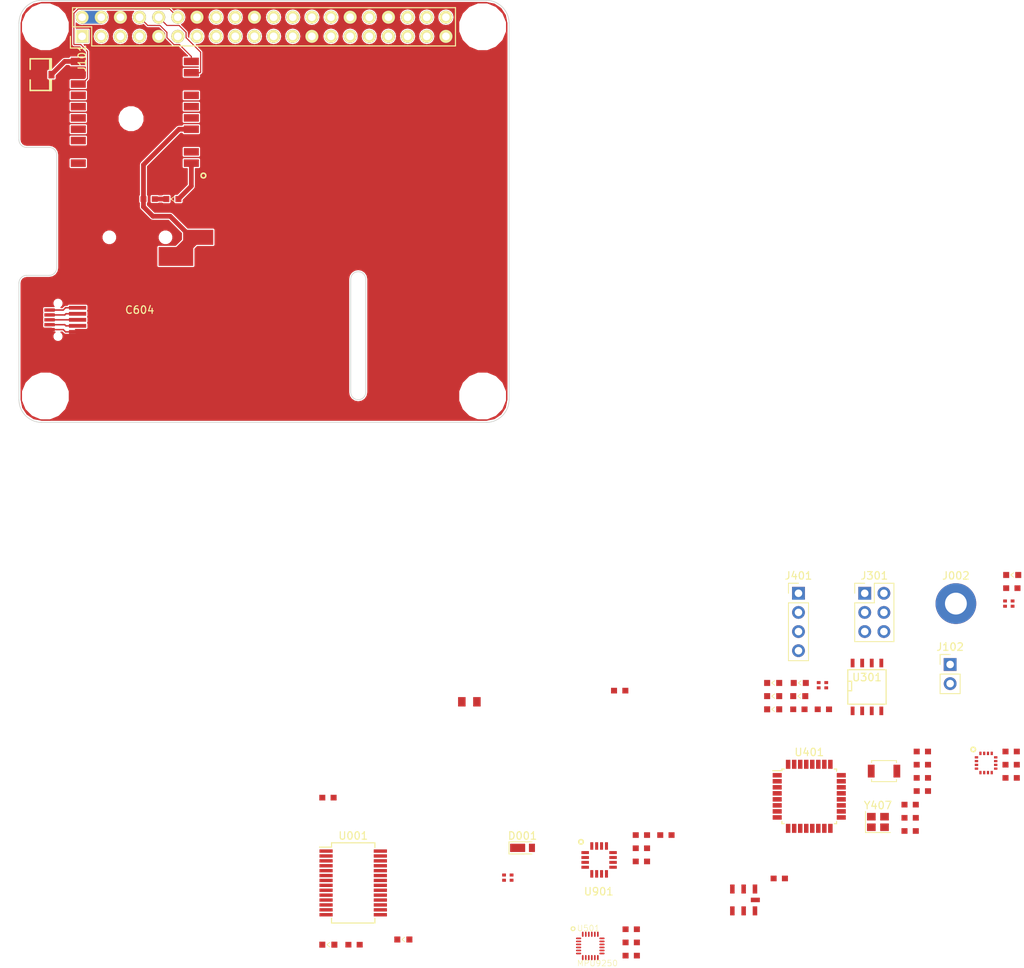
<source format=kicad_pcb>
(kicad_pcb (version 4) (host pcbnew 4.0.5+dfsg1-4)

  (general
    (links 191)
    (no_connects 154)
    (area 81.749999 82.809999 146.850001 138.910001)
    (thickness 1.6)
    (drawings 20)
    (tracks 50)
    (zones 0)
    (modules 62)
    (nets 56)
  )

  (page A4)
  (layers
    (0 F.Cu signal)
    (31 B.Cu signal)
    (32 B.Adhes user)
    (33 F.Adhes user)
    (34 B.Paste user)
    (35 F.Paste user)
    (36 B.SilkS user)
    (37 F.SilkS user)
    (38 B.Mask user)
    (39 F.Mask user)
    (40 Dwgs.User user)
    (41 Cmts.User user)
    (42 Eco1.User user)
    (43 Eco2.User user)
    (44 Edge.Cuts user)
    (45 Margin user)
    (46 B.CrtYd user)
    (47 F.CrtYd user)
    (48 B.Fab user)
    (49 F.Fab user)
  )

  (setup
    (last_trace_width 0.635)
    (user_trace_width 0.1524)
    (user_trace_width 0.254)
    (user_trace_width 0.3302)
    (user_trace_width 0.635)
    (user_trace_width 1.7018)
    (trace_clearance 0.1524)
    (zone_clearance 0.1524)
    (zone_45_only no)
    (trace_min 0.1524)
    (segment_width 0.2)
    (edge_width 0.1)
    (via_size 0.508)
    (via_drill 0.254)
    (via_min_size 0.508)
    (via_min_drill 0.254)
    (uvia_size 0.3)
    (uvia_drill 0.1)
    (uvias_allowed no)
    (uvia_min_size 0)
    (uvia_min_drill 0)
    (pcb_text_width 0.3)
    (pcb_text_size 1.5 1.5)
    (mod_edge_width 0.15)
    (mod_text_size 1 1)
    (mod_text_width 0.15)
    (pad_size 2.75 2.75)
    (pad_drill 2.75)
    (pad_to_mask_clearance 0)
    (aux_axis_origin 90.17 87.63)
    (grid_origin 90.17 87.63)
    (visible_elements 7FFEFFFF)
    (pcbplotparams
      (layerselection 0x00030_80000001)
      (usegerberextensions false)
      (excludeedgelayer true)
      (linewidth 0.100000)
      (plotframeref false)
      (viasonmask false)
      (mode 1)
      (useauxorigin false)
      (hpglpennumber 1)
      (hpglpenspeed 20)
      (hpglpendiameter 15)
      (hpglpenoverlay 2)
      (psnegative false)
      (psa4output false)
      (plotreference true)
      (plotvalue true)
      (plotinvisibletext false)
      (padsonsilk false)
      (subtractmaskfromsilk false)
      (outputformat 1)
      (mirror false)
      (drillshape 0)
      (scaleselection 1)
      (outputdirectory meta/))
  )

  (net 0 "")
  (net 1 GND)
  (net 2 /UltimateGPS/VBACKUP)
  (net 3 /Arduino/DTR)
  (net 4 /RESET)
  (net 5 +5V)
  (net 6 /Arduino/ATMega/XTAL1)
  (net 7 /Arduino/ATMega/XTAL2)
  (net 8 /Arduino/AREF)
  (net 9 +3V3)
  (net 10 "Net-(C510-Pad2)")
  (net 11 /UltimateGPS/VGPS)
  (net 12 /HMC5883L/SETP)
  (net 13 /HMC5883L/SETC)
  (net 14 /HMC5883L/C1)
  (net 15 /L3G4200D/PLLFILT)
  (net 16 /L3G4200D/PLLFILT-)
  (net 17 /Arduino/VBUS)
  (net 18 /Arduino/TXLED+)
  (net 19 /Arduino/TXLED)
  (net 20 /Arduino/RXLED+)
  (net 21 /Arduino/RXLED)
  (net 22 /PPS_ECHO+)
  (net 23 /BATPWR+)
  (net 24 GNDPWR)
  (net 25 /PWRLED+)
  (net 26 /E1_ECHO+)
  (net 27 /E0_ECHO+)
  (net 28 /UltimateGPS/VBACKUP+)
  (net 29 /FIX+)
  (net 30 "Net-(J001-Pad4)")
  (net 31 /Arduino/D+)
  (net 32 /Arduino/D-)
  (net 33 /SDA)
  (net 34 /SCL)
  (net 35 /GPS_RX)
  (net 36 /GPS_TX)
  (net 37 /GO_BTN)
  (net 38 /PPS)
  (net 39 /PPS_ECHO)
  (net 40 /MOSI)
  (net 41 /MISO)
  (net 42 /SCK)
  (net 43 /THROTTLE_HI)
  (net 44 /STEER_HI)
  (net 45 +BATT)
  (net 46 /ENCODER1)
  (net 47 /ENCODER0)
  (net 48 /E0_ECHO)
  (net 49 /E1_ECHO)
  (net 50 /FIX)
  (net 51 /Arduino/D0)
  (net 52 /Arduino/D1)
  (net 53 /THROTTLE)
  (net 54 /STEER)
  (net 55 /UltimateGPS/ANT)

  (net_class Default "This is the default net class."
    (clearance 0.1524)
    (trace_width 0.1524)
    (via_dia 0.508)
    (via_drill 0.254)
    (uvia_dia 0.3)
    (uvia_drill 0.1)
    (add_net +3V3)
    (add_net +5V)
    (add_net +BATT)
    (add_net /Arduino/AREF)
    (add_net /Arduino/ATMega/XTAL1)
    (add_net /Arduino/ATMega/XTAL2)
    (add_net /Arduino/D+)
    (add_net /Arduino/D-)
    (add_net /Arduino/D0)
    (add_net /Arduino/D1)
    (add_net /Arduino/DTR)
    (add_net /Arduino/RXLED)
    (add_net /Arduino/RXLED+)
    (add_net /Arduino/TXLED)
    (add_net /Arduino/TXLED+)
    (add_net /Arduino/VBUS)
    (add_net /BATPWR+)
    (add_net /E0_ECHO)
    (add_net /E0_ECHO+)
    (add_net /E1_ECHO)
    (add_net /E1_ECHO+)
    (add_net /ENCODER0)
    (add_net /ENCODER1)
    (add_net /FIX)
    (add_net /FIX+)
    (add_net /GO_BTN)
    (add_net /GPS_RX)
    (add_net /GPS_TX)
    (add_net /HMC5883L/C1)
    (add_net /HMC5883L/SETC)
    (add_net /HMC5883L/SETP)
    (add_net /L3G4200D/PLLFILT)
    (add_net /L3G4200D/PLLFILT-)
    (add_net /MISO)
    (add_net /MOSI)
    (add_net /PPS)
    (add_net /PPS_ECHO)
    (add_net /PPS_ECHO+)
    (add_net /PWRLED+)
    (add_net /RESET)
    (add_net /SCK)
    (add_net /SCL)
    (add_net /SDA)
    (add_net /STEER)
    (add_net /STEER_HI)
    (add_net /THROTTLE)
    (add_net /THROTTLE_HI)
    (add_net /UltimateGPS/ANT)
    (add_net /UltimateGPS/VBACKUP)
    (add_net /UltimateGPS/VBACKUP+)
    (add_net /UltimateGPS/VGPS)
    (add_net GND)
    (add_net GNDPWR)
    (add_net "Net-(C510-Pad2)")
    (add_net "Net-(J001-Pad4)")
  )

  (module RPi_Hat:Pin_Header_Straight_2x20 locked (layer F.Cu) (tedit 5984F6EC) (tstamp 5516AEA0)
    (at 114.3 86.36 90)
    (descr "Through hole pin header")
    (tags "pin header")
    (path /597E2B36)
    (fp_text reference J101 (at -4.191 -24.13 90) (layer F.SilkS)
      (effects (font (size 1 1) (thickness 0.15)))
    )
    (fp_text value RPi_GPIO (at -1.27 -27.23 90) (layer F.Fab)
      (effects (font (size 1 1) (thickness 0.15)))
    )
    (fp_line (start -3.02 -25.88) (end -3.02 25.92) (layer F.CrtYd) (width 0.05))
    (fp_line (start 3.03 -25.88) (end 3.03 25.92) (layer F.CrtYd) (width 0.05))
    (fp_line (start -3.02 -25.88) (end 3.03 -25.88) (layer F.CrtYd) (width 0.05))
    (fp_line (start -3.02 25.92) (end 3.03 25.92) (layer F.CrtYd) (width 0.05))
    (fp_line (start 2.54 25.4) (end 2.54 -25.4) (layer F.SilkS) (width 0.15))
    (fp_line (start -2.54 -22.86) (end -2.54 25.4) (layer F.SilkS) (width 0.15))
    (fp_line (start 2.54 25.4) (end -2.54 25.4) (layer F.SilkS) (width 0.15))
    (fp_line (start 2.54 -25.4) (end 0 -25.4) (layer F.SilkS) (width 0.15))
    (fp_line (start -1.27 -25.68) (end -2.82 -25.68) (layer F.SilkS) (width 0.15))
    (fp_line (start 0 -25.4) (end 0 -22.86) (layer F.SilkS) (width 0.15))
    (fp_line (start 0 -22.86) (end -2.54 -22.86) (layer F.SilkS) (width 0.15))
    (fp_line (start -2.82 -25.68) (end -2.82 -24.13) (layer F.SilkS) (width 0.15))
    (pad 1 thru_hole rect (at -1.27 -24.13 90) (size 1.7272 1.7272) (drill 1.016) (layers *.Cu *.Mask F.SilkS))
    (pad 2 thru_hole oval (at 1.27 -24.13 90) (size 1.7272 1.7272) (drill 1.016) (layers *.Cu *.Mask F.SilkS)
      (net 5 +5V))
    (pad 3 thru_hole oval (at -1.27 -21.59 90) (size 1.7272 1.7272) (drill 1.016) (layers *.Cu *.Mask F.SilkS)
      (net 33 /SDA))
    (pad 4 thru_hole oval (at 1.27 -21.59 90) (size 1.7272 1.7272) (drill 1.016) (layers *.Cu *.Mask F.SilkS)
      (net 5 +5V))
    (pad 5 thru_hole oval (at -1.27 -19.05 90) (size 1.7272 1.7272) (drill 1.016) (layers *.Cu *.Mask F.SilkS)
      (net 34 /SCL))
    (pad 6 thru_hole oval (at 1.27 -19.05 90) (size 1.7272 1.7272) (drill 1.016) (layers *.Cu *.Mask F.SilkS)
      (net 1 GND))
    (pad 7 thru_hole oval (at -1.27 -16.51 90) (size 1.7272 1.7272) (drill 1.016) (layers *.Cu *.Mask F.SilkS)
      (net 4 /RESET))
    (pad 8 thru_hole oval (at 1.27 -16.51 90) (size 1.7272 1.7272) (drill 1.016) (layers *.Cu *.Mask F.SilkS)
      (net 35 /GPS_RX))
    (pad 9 thru_hole oval (at -1.27 -13.97 90) (size 1.7272 1.7272) (drill 1.016) (layers *.Cu *.Mask F.SilkS)
      (net 1 GND))
    (pad 10 thru_hole oval (at 1.27 -13.97 90) (size 1.7272 1.7272) (drill 1.016) (layers *.Cu *.Mask F.SilkS)
      (net 36 /GPS_TX))
    (pad 11 thru_hole oval (at -1.27 -11.43 90) (size 1.7272 1.7272) (drill 1.016) (layers *.Cu *.Mask F.SilkS)
      (net 37 /GO_BTN))
    (pad 12 thru_hole oval (at 1.27 -11.43 90) (size 1.7272 1.7272) (drill 1.016) (layers *.Cu *.Mask F.SilkS)
      (net 38 /PPS))
    (pad 13 thru_hole oval (at -1.27 -8.89 90) (size 1.7272 1.7272) (drill 1.016) (layers *.Cu *.Mask F.SilkS))
    (pad 14 thru_hole oval (at 1.27 -8.89 90) (size 1.7272 1.7272) (drill 1.016) (layers *.Cu *.Mask F.SilkS)
      (net 1 GND))
    (pad 15 thru_hole oval (at -1.27 -6.35 90) (size 1.7272 1.7272) (drill 1.016) (layers *.Cu *.Mask F.SilkS)
      (net 39 /PPS_ECHO))
    (pad 16 thru_hole oval (at 1.27 -6.35 90) (size 1.7272 1.7272) (drill 1.016) (layers *.Cu *.Mask F.SilkS))
    (pad 17 thru_hole oval (at -1.27 -3.81 90) (size 1.7272 1.7272) (drill 1.016) (layers *.Cu *.Mask F.SilkS)
      (net 9 +3V3))
    (pad 18 thru_hole oval (at 1.27 -3.81 90) (size 1.7272 1.7272) (drill 1.016) (layers *.Cu *.Mask F.SilkS))
    (pad 19 thru_hole oval (at -1.27 -1.27 90) (size 1.7272 1.7272) (drill 1.016) (layers *.Cu *.Mask F.SilkS)
      (net 40 /MOSI))
    (pad 20 thru_hole oval (at 1.27 -1.27 90) (size 1.7272 1.7272) (drill 1.016) (layers *.Cu *.Mask F.SilkS)
      (net 1 GND))
    (pad 21 thru_hole oval (at -1.27 1.27 90) (size 1.7272 1.7272) (drill 1.016) (layers *.Cu *.Mask F.SilkS)
      (net 41 /MISO))
    (pad 22 thru_hole oval (at 1.27 1.27 90) (size 1.7272 1.7272) (drill 1.016) (layers *.Cu *.Mask F.SilkS))
    (pad 23 thru_hole oval (at -1.27 3.81 90) (size 1.7272 1.7272) (drill 1.016) (layers *.Cu *.Mask F.SilkS)
      (net 42 /SCK))
    (pad 24 thru_hole oval (at 1.27 3.81 90) (size 1.7272 1.7272) (drill 1.016) (layers *.Cu *.Mask F.SilkS))
    (pad 25 thru_hole oval (at -1.27 6.35 90) (size 1.7272 1.7272) (drill 1.016) (layers *.Cu *.Mask F.SilkS)
      (net 1 GND))
    (pad 26 thru_hole oval (at 1.27 6.35 90) (size 1.7272 1.7272) (drill 1.016) (layers *.Cu *.Mask F.SilkS))
    (pad 27 thru_hole oval (at -1.27 8.89 90) (size 1.7272 1.7272) (drill 1.016) (layers *.Cu *.Mask F.SilkS))
    (pad 28 thru_hole oval (at 1.27 8.89 90) (size 1.7272 1.7272) (drill 1.016) (layers *.Cu *.Mask F.SilkS))
    (pad 29 thru_hole oval (at -1.27 11.43 90) (size 1.7272 1.7272) (drill 1.016) (layers *.Cu *.Mask F.SilkS))
    (pad 30 thru_hole oval (at 1.27 11.43 90) (size 1.7272 1.7272) (drill 1.016) (layers *.Cu *.Mask F.SilkS)
      (net 1 GND))
    (pad 31 thru_hole oval (at -1.27 13.97 90) (size 1.7272 1.7272) (drill 1.016) (layers *.Cu *.Mask F.SilkS))
    (pad 32 thru_hole oval (at 1.27 13.97 90) (size 1.7272 1.7272) (drill 1.016) (layers *.Cu *.Mask F.SilkS))
    (pad 33 thru_hole oval (at -1.27 16.51 90) (size 1.7272 1.7272) (drill 1.016) (layers *.Cu *.Mask F.SilkS))
    (pad 34 thru_hole oval (at 1.27 16.51 90) (size 1.7272 1.7272) (drill 1.016) (layers *.Cu *.Mask F.SilkS)
      (net 1 GND))
    (pad 35 thru_hole oval (at -1.27 19.05 90) (size 1.7272 1.7272) (drill 1.016) (layers *.Cu *.Mask F.SilkS))
    (pad 36 thru_hole oval (at 1.27 19.05 90) (size 1.7272 1.7272) (drill 1.016) (layers *.Cu *.Mask F.SilkS))
    (pad 37 thru_hole oval (at -1.27 21.59 90) (size 1.7272 1.7272) (drill 1.016) (layers *.Cu *.Mask F.SilkS))
    (pad 38 thru_hole oval (at 1.27 21.59 90) (size 1.7272 1.7272) (drill 1.016) (layers *.Cu *.Mask F.SilkS))
    (pad 39 thru_hole oval (at -1.27 24.13 90) (size 1.7272 1.7272) (drill 1.016) (layers *.Cu *.Mask F.SilkS)
      (net 1 GND))
    (pad 40 thru_hole oval (at 1.27 24.13 90) (size 1.7272 1.7272) (drill 1.016) (layers *.Cu *.Mask F.SilkS))
    (model Pin_Headers.3dshapes/Pin_Header_Straight_2x20.wrl
      (at (xyz 0 0 0))
      (scale (xyz 1 1 1))
      (rotate (xyz 0 0 90))
    )
  )

  (module RPi_Hat:RPi_Hat_Mounting_Hole locked (layer F.Cu) (tedit 55217C7B) (tstamp 5515DEA9)
    (at 143.3 86.36)
    (descr "Mounting hole, Befestigungsbohrung, 2,7mm, No Annular, Kein Restring,")
    (tags "Mounting hole, Befestigungsbohrung, 2,7mm, No Annular, Kein Restring,")
    (fp_text reference "" (at 0 -4.0005) (layer F.SilkS) hide
      (effects (font (size 1 1) (thickness 0.15)))
    )
    (fp_text value "" (at 0.09906 3.59918) (layer F.Fab) hide
      (effects (font (size 1 1) (thickness 0.15)))
    )
    (fp_circle (center 0 0) (end 1.375 0) (layer F.Fab) (width 0.15))
    (fp_circle (center 0 0) (end 3.1 0) (layer F.Fab) (width 0.15))
    (fp_circle (center 0 0) (end 3.1 0) (layer B.Fab) (width 0.15))
    (fp_circle (center 0 0) (end 1.375 0) (layer B.Fab) (width 0.15))
    (fp_circle (center 0 0) (end 3.1 0) (layer F.CrtYd) (width 0.15))
    (fp_circle (center 0 0) (end 3.1 0) (layer B.CrtYd) (width 0.15))
    (pad "" np_thru_hole circle (at 0 0) (size 2.75 2.75) (drill 2.75) (layers *.Cu *.Mask)
      (solder_mask_margin 1.725) (clearance 1.725))
  )

  (module RPi_Hat:RPi_Hat_Mounting_Hole locked (layer F.Cu) (tedit 55217CCB) (tstamp 55169DC9)
    (at 143.3 135.36)
    (descr "Mounting hole, Befestigungsbohrung, 2,7mm, No Annular, Kein Restring,")
    (tags "Mounting hole, Befestigungsbohrung, 2,7mm, No Annular, Kein Restring,")
    (fp_text reference "" (at 0 -4.0005) (layer F.SilkS) hide
      (effects (font (size 1 1) (thickness 0.15)))
    )
    (fp_text value "" (at 0.09906 3.59918) (layer F.Fab) hide
      (effects (font (size 1 1) (thickness 0.15)))
    )
    (fp_circle (center 0 0) (end 1.375 0) (layer F.Fab) (width 0.15))
    (fp_circle (center 0 0) (end 3.1 0) (layer F.Fab) (width 0.15))
    (fp_circle (center 0 0) (end 3.1 0) (layer B.Fab) (width 0.15))
    (fp_circle (center 0 0) (end 1.375 0) (layer B.Fab) (width 0.15))
    (fp_circle (center 0 0) (end 3.1 0) (layer F.CrtYd) (width 0.15))
    (fp_circle (center 0 0) (end 3.1 0) (layer B.CrtYd) (width 0.15))
    (pad "" np_thru_hole circle (at 0 0) (size 2.75 2.75) (drill 2.75) (layers *.Cu *.Mask)
      (solder_mask_margin 1.725) (clearance 1.725))
  )

  (module RPi_Hat:RPi_Hat_Mounting_Hole locked (layer F.Cu) (tedit 55217CB9) (tstamp 5515DECC)
    (at 85.3 135.36)
    (descr "Mounting hole, Befestigungsbohrung, 2,7mm, No Annular, Kein Restring,")
    (tags "Mounting hole, Befestigungsbohrung, 2,7mm, No Annular, Kein Restring,")
    (fp_text reference "" (at 0 -4.0005) (layer F.SilkS) hide
      (effects (font (size 1 1) (thickness 0.15)))
    )
    (fp_text value "" (at 0.09906 3.59918) (layer F.Fab) hide
      (effects (font (size 1 1) (thickness 0.15)))
    )
    (fp_circle (center 0 0) (end 1.375 0) (layer F.Fab) (width 0.15))
    (fp_circle (center 0 0) (end 3.1 0) (layer F.Fab) (width 0.15))
    (fp_circle (center 0 0) (end 3.1 0) (layer B.Fab) (width 0.15))
    (fp_circle (center 0 0) (end 1.375 0) (layer B.Fab) (width 0.15))
    (fp_circle (center 0 0) (end 3.1 0) (layer F.CrtYd) (width 0.15))
    (fp_circle (center 0 0) (end 3.1 0) (layer B.CrtYd) (width 0.15))
    (pad "" np_thru_hole circle (at 0 0) (size 2.75 2.75) (drill 2.75) (layers *.Cu *.Mask)
      (solder_mask_margin 1.725) (clearance 1.725))
  )

  (module RPi_Hat:RPi_Hat_Mounting_Hole locked (layer F.Cu) (tedit 55217CA2) (tstamp 5515DEBF)
    (at 85.3 86.36)
    (descr "Mounting hole, Befestigungsbohrung, 2,7mm, No Annular, Kein Restring,")
    (tags "Mounting hole, Befestigungsbohrung, 2,7mm, No Annular, Kein Restring,")
    (fp_text reference "" (at 0 -4.0005) (layer F.SilkS) hide
      (effects (font (size 1 1) (thickness 0.15)))
    )
    (fp_text value "" (at 0.09906 3.59918) (layer F.Fab) hide
      (effects (font (size 1 1) (thickness 0.15)))
    )
    (fp_circle (center 0 0) (end 1.375 0) (layer F.Fab) (width 0.15))
    (fp_circle (center 0 0) (end 3.1 0) (layer F.Fab) (width 0.15))
    (fp_circle (center 0 0) (end 3.1 0) (layer B.Fab) (width 0.15))
    (fp_circle (center 0 0) (end 1.375 0) (layer B.Fab) (width 0.15))
    (fp_circle (center 0 0) (end 3.1 0) (layer F.CrtYd) (width 0.15))
    (fp_circle (center 0 0) (end 3.1 0) (layer B.CrtYd) (width 0.15))
    (pad "" np_thru_hole circle (at 0 0) (size 2.75 2.75) (drill 2.75) (layers *.Cu *.Mask)
      (solder_mask_margin 1.725) (clearance 1.725))
  )

  (module KwanSystems:CR1220-2 (layer F.Cu) (tedit 596649B6) (tstamp 59850321)
    (at 97.282 114.3)
    (path /59101187/5911D6E9)
    (fp_text reference B604 (at -1.602 -0.14) (layer F.Fab)
      (effects (font (size 0.77216 0.77216) (thickness 0.138988)) (justify left bottom))
    )
    (fp_text value Coin_Cell (at -1.602 0.868) (layer F.Fab)
      (effects (font (size 0.77216 0.77216) (thickness 0.077216)) (justify left bottom))
    )
    (fp_circle (center 0.2 0) (end 7.59 0) (layer Dwgs.User) (width 0.3048))
    (fp_circle (center 0.2 0) (end 6.7 0) (layer Dwgs.User) (width 0.3048))
    (fp_line (start -7.4 -1.6) (end -7.2 -2.5) (layer F.Fab) (width 0.3048))
    (fp_line (start -7.2 -2.5) (end -6.8 -3.5) (layer F.Fab) (width 0.3048))
    (fp_line (start -6.8 -3.5) (end -6.3 -4.5) (layer F.Fab) (width 0.3048))
    (fp_line (start -6.3 -4.5) (end -5.4 -5.5) (layer F.Fab) (width 0.3048))
    (fp_line (start -5.4 -5.5) (end -4.5 -6.3) (layer F.Fab) (width 0.3048))
    (fp_line (start -4.5 -6.3) (end -3.3 -7) (layer F.Fab) (width 0.3048))
    (fp_line (start -3.3 -7) (end -2.3 -7.5) (layer F.Fab) (width 0.3048))
    (fp_line (start -2.3 -7.5) (end -0.8 -7.9) (layer F.Fab) (width 0.3048))
    (fp_line (start -0.8 -7.9) (end 0.7 -7.9) (layer F.Fab) (width 0.3048))
    (fp_line (start 0.7 -7.9) (end 2 -7.7) (layer F.Fab) (width 0.3048))
    (fp_line (start -7.6 1.5) (end -7.2 2.9) (layer F.Fab) (width 0.3048))
    (fp_line (start -7.2 2.9) (end -6.5 4.2) (layer F.Fab) (width 0.3048))
    (fp_line (start -6.5 4.2) (end -5.7 5.3) (layer F.Fab) (width 0.3048))
    (fp_line (start -5.7 5.3) (end -4.9 6.1) (layer F.Fab) (width 0.3048))
    (fp_line (start -4.9 6.1) (end -3.9 6.8) (layer F.Fab) (width 0.3048))
    (fp_line (start -3.9 6.8) (end -2.7 7.4) (layer F.Fab) (width 0.3048))
    (fp_line (start -2.7 7.4) (end -1.3 7.8) (layer F.Fab) (width 0.3048))
    (fp_line (start -1.3 7.8) (end 0 8) (layer F.Fab) (width 0.3048))
    (fp_line (start 0 8) (end 1.2 7.9) (layer F.Fab) (width 0.3048))
    (fp_line (start 1.2 7.9) (end 2.5 7.6) (layer F.Fab) (width 0.3048))
    (fp_line (start 3.95 -7.1) (end 7.1 -7.1) (layer F.Fab) (width 0.3048))
    (fp_line (start 3.95 7.1) (end 7.1 7.1) (layer F.Fab) (width 0.3048))
    (fp_line (start 7.1 -7.1) (end 7.1 -3.8) (layer F.Fab) (width 0.3048))
    (fp_line (start 7.1 -3.8) (end 7.6 -2.9) (layer F.Fab) (width 0.3048))
    (fp_line (start 7.6 -2.9) (end 7.9 -2) (layer F.Fab) (width 0.3048))
    (fp_line (start 7.9 -2) (end 7.9 -1.6) (layer F.Fab) (width 0.3048))
    (fp_line (start 7.1 7.1) (end 7.1 3.9) (layer F.Fab) (width 0.3048))
    (fp_line (start 7.1 3.9) (end 7.6 2.9) (layer F.Fab) (width 0.3048))
    (fp_line (start 7.6 2.9) (end 7.9 1.7) (layer F.Fab) (width 0.3048))
    (fp_line (start 2.4 7.6) (end 3.9 7.1) (layer F.Fab) (width 0.3048))
    (fp_line (start 2 -7.7) (end 3.9 -7.1) (layer F.Fab) (width 0.3048))
    (pad "" np_thru_hole circle (at 3.95 0) (size 1.5 1.5) (drill 1.5) (layers *.Cu))
    (pad "" np_thru_hole circle (at -3.5 0) (size 1.5 1.5) (drill 1.5) (layers *.Cu))
    (pad - smd rect (at -7.6 0) (size 4 2) (layers F.Cu F.Paste F.Mask)
      (net 1 GND))
    (pad + smd rect (at 8.29 0) (size 4 2) (layers F.Cu F.Paste F.Mask)
      (net 2 /UltimateGPS/VBACKUP))
    (model ../KwanSystems.pretty/Harwin_S841.wrl
      (at (xyz -0.03 0 0))
      (scale (xyz 0.3937 0.3937 0.3937))
      (rotate (xyz 90 180 90))
    )
  )

  (module KwanSystems:SMD_0603 (layer F.Cu) (tedit 590965EB) (tstamp 59850327)
    (at 126.243001 208.187001)
    (descr "Capacitor SMD 0603, reflow soldering, AVX (see smccp.pdf)")
    (tags "capacitor 0603")
    (path /590DDD6A/590E2A1E)
    (attr smd)
    (fp_text reference C002 (at 0 -0.2) (layer F.Fab)
      (effects (font (size 0.2 0.2) (thickness 0.015)))
    )
    (fp_text value 100nF (at 0 0.2) (layer F.Fab)
      (effects (font (size 0.2 0.2) (thickness 0.015)))
    )
    (fp_line (start -0.8 0.4) (end -0.8 -0.4) (layer F.Fab) (width 0.1))
    (fp_line (start 0.8 0.4) (end -0.8 0.4) (layer F.Fab) (width 0.1))
    (fp_line (start 0.8 -0.4) (end 0.8 0.4) (layer F.Fab) (width 0.1))
    (fp_line (start -0.8 -0.4) (end 0.8 -0.4) (layer F.Fab) (width 0.1))
    (fp_line (start -1.4 -0.65) (end 1.4 -0.65) (layer F.CrtYd) (width 0.05))
    (fp_line (start -1.4 -0.65) (end -1.4 0.65) (layer F.CrtYd) (width 0.05))
    (fp_line (start 1.4 0.65) (end 1.4 -0.65) (layer F.CrtYd) (width 0.05))
    (fp_line (start 1.4 0.65) (end -1.4 0.65) (layer F.CrtYd) (width 0.05))
    (pad 1 smd rect (at -0.75 0) (size 0.8 0.75) (layers F.Cu F.Paste F.Mask)
      (net 3 /Arduino/DTR))
    (pad 2 smd rect (at 0.75 0) (size 0.8 0.75) (layers F.Cu F.Paste F.Mask)
      (net 4 /RESET))
    (model Capacitors_SMD.3dshapes/C_0603.wrl
      (at (xyz 0 0 0))
      (scale (xyz 1 1 1))
      (rotate (xyz 0 0 0))
    )
  )

  (module KwanSystems:SMD_0603 (layer F.Cu) (tedit 590965EB) (tstamp 5985032D)
    (at 201.633001 182.547001)
    (descr "Capacitor SMD 0603, reflow soldering, AVX (see smccp.pdf)")
    (tags "capacitor 0603")
    (path /590DDD6A/59644405/590E29A9)
    (attr smd)
    (fp_text reference C404 (at 0 -0.2) (layer F.Fab)
      (effects (font (size 0.2 0.2) (thickness 0.015)))
    )
    (fp_text value 100nF (at 0 0.2) (layer F.Fab)
      (effects (font (size 0.2 0.2) (thickness 0.015)))
    )
    (fp_line (start -0.8 0.4) (end -0.8 -0.4) (layer F.Fab) (width 0.1))
    (fp_line (start 0.8 0.4) (end -0.8 0.4) (layer F.Fab) (width 0.1))
    (fp_line (start 0.8 -0.4) (end 0.8 0.4) (layer F.Fab) (width 0.1))
    (fp_line (start -0.8 -0.4) (end 0.8 -0.4) (layer F.Fab) (width 0.1))
    (fp_line (start -1.4 -0.65) (end 1.4 -0.65) (layer F.CrtYd) (width 0.05))
    (fp_line (start -1.4 -0.65) (end -1.4 0.65) (layer F.CrtYd) (width 0.05))
    (fp_line (start 1.4 0.65) (end 1.4 -0.65) (layer F.CrtYd) (width 0.05))
    (fp_line (start 1.4 0.65) (end -1.4 0.65) (layer F.CrtYd) (width 0.05))
    (pad 1 smd rect (at -0.75 0) (size 0.8 0.75) (layers F.Cu F.Paste F.Mask)
      (net 5 +5V))
    (pad 2 smd rect (at 0.75 0) (size 0.8 0.75) (layers F.Cu F.Paste F.Mask)
      (net 1 GND))
    (model Capacitors_SMD.3dshapes/C_0603.wrl
      (at (xyz 0 0 0))
      (scale (xyz 1 1 1))
      (rotate (xyz 0 0 0))
    )
  )

  (module KwanSystems:SMD_0603 (layer F.Cu) (tedit 590965EB) (tstamp 59850333)
    (at 201.633001 184.297001)
    (descr "Capacitor SMD 0603, reflow soldering, AVX (see smccp.pdf)")
    (tags "capacitor 0603")
    (path /590DDD6A/59644405/590E29A1)
    (attr smd)
    (fp_text reference C406 (at 0 -0.2) (layer F.Fab)
      (effects (font (size 0.2 0.2) (thickness 0.015)))
    )
    (fp_text value 100nF (at 0 0.2) (layer F.Fab)
      (effects (font (size 0.2 0.2) (thickness 0.015)))
    )
    (fp_line (start -0.8 0.4) (end -0.8 -0.4) (layer F.Fab) (width 0.1))
    (fp_line (start 0.8 0.4) (end -0.8 0.4) (layer F.Fab) (width 0.1))
    (fp_line (start 0.8 -0.4) (end 0.8 0.4) (layer F.Fab) (width 0.1))
    (fp_line (start -0.8 -0.4) (end 0.8 -0.4) (layer F.Fab) (width 0.1))
    (fp_line (start -1.4 -0.65) (end 1.4 -0.65) (layer F.CrtYd) (width 0.05))
    (fp_line (start -1.4 -0.65) (end -1.4 0.65) (layer F.CrtYd) (width 0.05))
    (fp_line (start 1.4 0.65) (end 1.4 -0.65) (layer F.CrtYd) (width 0.05))
    (fp_line (start 1.4 0.65) (end -1.4 0.65) (layer F.CrtYd) (width 0.05))
    (pad 1 smd rect (at -0.75 0) (size 0.8 0.75) (layers F.Cu F.Paste F.Mask)
      (net 5 +5V))
    (pad 2 smd rect (at 0.75 0) (size 0.8 0.75) (layers F.Cu F.Paste F.Mask)
      (net 1 GND))
    (model Capacitors_SMD.3dshapes/C_0603.wrl
      (at (xyz 0 0 0))
      (scale (xyz 1 1 1))
      (rotate (xyz 0 0 0))
    )
  )

  (module KwanSystems:SMD_0603 (layer F.Cu) (tedit 590965EB) (tstamp 59850339)
    (at 201.633001 187.797001)
    (descr "Capacitor SMD 0603, reflow soldering, AVX (see smccp.pdf)")
    (tags "capacitor 0603")
    (path /590DDD6A/59644405/590E29C7)
    (attr smd)
    (fp_text reference C407 (at 0 -0.2) (layer F.Fab)
      (effects (font (size 0.2 0.2) (thickness 0.015)))
    )
    (fp_text value 22pF (at 0 0.2) (layer F.Fab)
      (effects (font (size 0.2 0.2) (thickness 0.015)))
    )
    (fp_line (start -0.8 0.4) (end -0.8 -0.4) (layer F.Fab) (width 0.1))
    (fp_line (start 0.8 0.4) (end -0.8 0.4) (layer F.Fab) (width 0.1))
    (fp_line (start 0.8 -0.4) (end 0.8 0.4) (layer F.Fab) (width 0.1))
    (fp_line (start -0.8 -0.4) (end 0.8 -0.4) (layer F.Fab) (width 0.1))
    (fp_line (start -1.4 -0.65) (end 1.4 -0.65) (layer F.CrtYd) (width 0.05))
    (fp_line (start -1.4 -0.65) (end -1.4 0.65) (layer F.CrtYd) (width 0.05))
    (fp_line (start 1.4 0.65) (end 1.4 -0.65) (layer F.CrtYd) (width 0.05))
    (fp_line (start 1.4 0.65) (end -1.4 0.65) (layer F.CrtYd) (width 0.05))
    (pad 1 smd rect (at -0.75 0) (size 0.8 0.75) (layers F.Cu F.Paste F.Mask)
      (net 1 GND))
    (pad 2 smd rect (at 0.75 0) (size 0.8 0.75) (layers F.Cu F.Paste F.Mask)
      (net 6 /Arduino/ATMega/XTAL1))
    (model Capacitors_SMD.3dshapes/C_0603.wrl
      (at (xyz 0 0 0))
      (scale (xyz 1 1 1))
      (rotate (xyz 0 0 0))
    )
  )

  (module KwanSystems:SMD_0603 (layer F.Cu) (tedit 590965EB) (tstamp 5985033F)
    (at 200.013001 189.597001)
    (descr "Capacitor SMD 0603, reflow soldering, AVX (see smccp.pdf)")
    (tags "capacitor 0603")
    (path /590DDD6A/59644405/590E29CF)
    (attr smd)
    (fp_text reference C408 (at 0 -0.2) (layer F.Fab)
      (effects (font (size 0.2 0.2) (thickness 0.015)))
    )
    (fp_text value 22pF (at 0 0.2) (layer F.Fab)
      (effects (font (size 0.2 0.2) (thickness 0.015)))
    )
    (fp_line (start -0.8 0.4) (end -0.8 -0.4) (layer F.Fab) (width 0.1))
    (fp_line (start 0.8 0.4) (end -0.8 0.4) (layer F.Fab) (width 0.1))
    (fp_line (start 0.8 -0.4) (end 0.8 0.4) (layer F.Fab) (width 0.1))
    (fp_line (start -0.8 -0.4) (end 0.8 -0.4) (layer F.Fab) (width 0.1))
    (fp_line (start -1.4 -0.65) (end 1.4 -0.65) (layer F.CrtYd) (width 0.05))
    (fp_line (start -1.4 -0.65) (end -1.4 0.65) (layer F.CrtYd) (width 0.05))
    (fp_line (start 1.4 0.65) (end 1.4 -0.65) (layer F.CrtYd) (width 0.05))
    (fp_line (start 1.4 0.65) (end -1.4 0.65) (layer F.CrtYd) (width 0.05))
    (pad 1 smd rect (at -0.75 0) (size 0.8 0.75) (layers F.Cu F.Paste F.Mask)
      (net 1 GND))
    (pad 2 smd rect (at 0.75 0) (size 0.8 0.75) (layers F.Cu F.Paste F.Mask)
      (net 7 /Arduino/ATMega/XTAL2))
    (model Capacitors_SMD.3dshapes/C_0603.wrl
      (at (xyz 0 0 0))
      (scale (xyz 1 1 1))
      (rotate (xyz 0 0 0))
    )
  )

  (module KwanSystems:SMD_0603 (layer F.Cu) (tedit 590965EB) (tstamp 59850345)
    (at 200.013001 191.347001)
    (descr "Capacitor SMD 0603, reflow soldering, AVX (see smccp.pdf)")
    (tags "capacitor 0603")
    (path /590DDD6A/59644405/590E2999)
    (attr smd)
    (fp_text reference C418 (at 0 -0.2) (layer F.Fab)
      (effects (font (size 0.2 0.2) (thickness 0.015)))
    )
    (fp_text value 100nF (at 0 0.2) (layer F.Fab)
      (effects (font (size 0.2 0.2) (thickness 0.015)))
    )
    (fp_line (start -0.8 0.4) (end -0.8 -0.4) (layer F.Fab) (width 0.1))
    (fp_line (start 0.8 0.4) (end -0.8 0.4) (layer F.Fab) (width 0.1))
    (fp_line (start 0.8 -0.4) (end 0.8 0.4) (layer F.Fab) (width 0.1))
    (fp_line (start -0.8 -0.4) (end 0.8 -0.4) (layer F.Fab) (width 0.1))
    (fp_line (start -1.4 -0.65) (end 1.4 -0.65) (layer F.CrtYd) (width 0.05))
    (fp_line (start -1.4 -0.65) (end -1.4 0.65) (layer F.CrtYd) (width 0.05))
    (fp_line (start 1.4 0.65) (end 1.4 -0.65) (layer F.CrtYd) (width 0.05))
    (fp_line (start 1.4 0.65) (end -1.4 0.65) (layer F.CrtYd) (width 0.05))
    (pad 1 smd rect (at -0.75 0) (size 0.8 0.75) (layers F.Cu F.Paste F.Mask)
      (net 5 +5V))
    (pad 2 smd rect (at 0.75 0) (size 0.8 0.75) (layers F.Cu F.Paste F.Mask)
      (net 1 GND))
    (model Capacitors_SMD.3dshapes/C_0603.wrl
      (at (xyz 0 0 0))
      (scale (xyz 1 1 1))
      (rotate (xyz 0 0 0))
    )
  )

  (module KwanSystems:SMD_0603 (layer F.Cu) (tedit 590965EB) (tstamp 5985034B)
    (at 200.013001 193.097001)
    (descr "Capacitor SMD 0603, reflow soldering, AVX (see smccp.pdf)")
    (tags "capacitor 0603")
    (path /590DDD6A/59644405/590E2991)
    (attr smd)
    (fp_text reference C420 (at 0 -0.2) (layer F.Fab)
      (effects (font (size 0.2 0.2) (thickness 0.015)))
    )
    (fp_text value 100nF (at 0 0.2) (layer F.Fab)
      (effects (font (size 0.2 0.2) (thickness 0.015)))
    )
    (fp_line (start -0.8 0.4) (end -0.8 -0.4) (layer F.Fab) (width 0.1))
    (fp_line (start 0.8 0.4) (end -0.8 0.4) (layer F.Fab) (width 0.1))
    (fp_line (start 0.8 -0.4) (end 0.8 0.4) (layer F.Fab) (width 0.1))
    (fp_line (start -0.8 -0.4) (end 0.8 -0.4) (layer F.Fab) (width 0.1))
    (fp_line (start -1.4 -0.65) (end 1.4 -0.65) (layer F.CrtYd) (width 0.05))
    (fp_line (start -1.4 -0.65) (end -1.4 0.65) (layer F.CrtYd) (width 0.05))
    (fp_line (start 1.4 0.65) (end 1.4 -0.65) (layer F.CrtYd) (width 0.05))
    (fp_line (start 1.4 0.65) (end -1.4 0.65) (layer F.CrtYd) (width 0.05))
    (pad 1 smd rect (at -0.75 0) (size 0.8 0.75) (layers F.Cu F.Paste F.Mask)
      (net 8 /Arduino/AREF))
    (pad 2 smd rect (at 0.75 0) (size 0.8 0.75) (layers F.Cu F.Paste F.Mask)
      (net 1 GND))
    (model Capacitors_SMD.3dshapes/C_0603.wrl
      (at (xyz 0 0 0))
      (scale (xyz 1 1 1))
      (rotate (xyz 0 0 0))
    )
  )

  (module KwanSystems:SMD_0603 (layer F.Cu) (tedit 590965EB) (tstamp 59850351)
    (at 163.013001 206.137001)
    (descr "Capacitor SMD 0603, reflow soldering, AVX (see smccp.pdf)")
    (tags "capacitor 0603")
    (path /590FB0EF/590FBC36)
    (attr smd)
    (fp_text reference C508 (at 0 -0.2) (layer F.Fab)
      (effects (font (size 0.2 0.2) (thickness 0.015)))
    )
    (fp_text value 100nF (at 0 0.2) (layer F.Fab)
      (effects (font (size 0.2 0.2) (thickness 0.015)))
    )
    (fp_line (start -0.8 0.4) (end -0.8 -0.4) (layer F.Fab) (width 0.1))
    (fp_line (start 0.8 0.4) (end -0.8 0.4) (layer F.Fab) (width 0.1))
    (fp_line (start 0.8 -0.4) (end 0.8 0.4) (layer F.Fab) (width 0.1))
    (fp_line (start -0.8 -0.4) (end 0.8 -0.4) (layer F.Fab) (width 0.1))
    (fp_line (start -1.4 -0.65) (end 1.4 -0.65) (layer F.CrtYd) (width 0.05))
    (fp_line (start -1.4 -0.65) (end -1.4 0.65) (layer F.CrtYd) (width 0.05))
    (fp_line (start 1.4 0.65) (end 1.4 -0.65) (layer F.CrtYd) (width 0.05))
    (fp_line (start 1.4 0.65) (end -1.4 0.65) (layer F.CrtYd) (width 0.05))
    (pad 1 smd rect (at -0.75 0) (size 0.8 0.75) (layers F.Cu F.Paste F.Mask)
      (net 1 GND))
    (pad 2 smd rect (at 0.75 0) (size 0.8 0.75) (layers F.Cu F.Paste F.Mask)
      (net 9 +3V3))
    (model Capacitors_SMD.3dshapes/C_0603.wrl
      (at (xyz 0 0 0))
      (scale (xyz 1 1 1))
      (rotate (xyz 0 0 0))
    )
  )

  (module KwanSystems:SMD_0603 (layer F.Cu) (tedit 590965EB) (tstamp 59850357)
    (at 163.013001 207.887001)
    (descr "Capacitor SMD 0603, reflow soldering, AVX (see smccp.pdf)")
    (tags "capacitor 0603")
    (path /590FB0EF/590FBC2E)
    (attr smd)
    (fp_text reference C510 (at 0 -0.2) (layer F.Fab)
      (effects (font (size 0.2 0.2) (thickness 0.015)))
    )
    (fp_text value 100nF (at 0 0.2) (layer F.Fab)
      (effects (font (size 0.2 0.2) (thickness 0.015)))
    )
    (fp_line (start -0.8 0.4) (end -0.8 -0.4) (layer F.Fab) (width 0.1))
    (fp_line (start 0.8 0.4) (end -0.8 0.4) (layer F.Fab) (width 0.1))
    (fp_line (start 0.8 -0.4) (end 0.8 0.4) (layer F.Fab) (width 0.1))
    (fp_line (start -0.8 -0.4) (end 0.8 -0.4) (layer F.Fab) (width 0.1))
    (fp_line (start -1.4 -0.65) (end 1.4 -0.65) (layer F.CrtYd) (width 0.05))
    (fp_line (start -1.4 -0.65) (end -1.4 0.65) (layer F.CrtYd) (width 0.05))
    (fp_line (start 1.4 0.65) (end 1.4 -0.65) (layer F.CrtYd) (width 0.05))
    (fp_line (start 1.4 0.65) (end -1.4 0.65) (layer F.CrtYd) (width 0.05))
    (pad 1 smd rect (at -0.75 0) (size 0.8 0.75) (layers F.Cu F.Paste F.Mask)
      (net 1 GND))
    (pad 2 smd rect (at 0.75 0) (size 0.8 0.75) (layers F.Cu F.Paste F.Mask)
      (net 10 "Net-(C510-Pad2)"))
    (model Capacitors_SMD.3dshapes/C_0603.wrl
      (at (xyz 0 0 0))
      (scale (xyz 1 1 1))
      (rotate (xyz 0 0 0))
    )
  )

  (module KwanSystems:SMD_0603 (layer F.Cu) (tedit 590965EB) (tstamp 5985035D)
    (at 163.013001 209.637001)
    (descr "Capacitor SMD 0603, reflow soldering, AVX (see smccp.pdf)")
    (tags "capacitor 0603")
    (path /590FB0EF/590FBC3E)
    (attr smd)
    (fp_text reference C513 (at 0 -0.2) (layer F.Fab)
      (effects (font (size 0.2 0.2) (thickness 0.015)))
    )
    (fp_text value 100nF (at 0 0.2) (layer F.Fab)
      (effects (font (size 0.2 0.2) (thickness 0.015)))
    )
    (fp_line (start -0.8 0.4) (end -0.8 -0.4) (layer F.Fab) (width 0.1))
    (fp_line (start 0.8 0.4) (end -0.8 0.4) (layer F.Fab) (width 0.1))
    (fp_line (start 0.8 -0.4) (end 0.8 0.4) (layer F.Fab) (width 0.1))
    (fp_line (start -0.8 -0.4) (end 0.8 -0.4) (layer F.Fab) (width 0.1))
    (fp_line (start -1.4 -0.65) (end 1.4 -0.65) (layer F.CrtYd) (width 0.05))
    (fp_line (start -1.4 -0.65) (end -1.4 0.65) (layer F.CrtYd) (width 0.05))
    (fp_line (start 1.4 0.65) (end 1.4 -0.65) (layer F.CrtYd) (width 0.05))
    (fp_line (start 1.4 0.65) (end -1.4 0.65) (layer F.CrtYd) (width 0.05))
    (pad 1 smd rect (at -0.75 0) (size 0.8 0.75) (layers F.Cu F.Paste F.Mask)
      (net 1 GND))
    (pad 2 smd rect (at 0.75 0) (size 0.8 0.75) (layers F.Cu F.Paste F.Mask)
      (net 9 +3V3))
    (model Capacitors_SMD.3dshapes/C_0603.wrl
      (at (xyz 0 0 0))
      (scale (xyz 1 1 1))
      (rotate (xyz 0 0 0))
    )
  )

  (module KwanSystems:SMD_0603 (layer F.Cu) (tedit 590965EB) (tstamp 59850363)
    (at 122.783001 188.667001)
    (descr "Capacitor SMD 0603, reflow soldering, AVX (see smccp.pdf)")
    (tags "capacitor 0603")
    (path /59101187/591017E4)
    (attr smd)
    (fp_text reference C601 (at 0 -0.2) (layer F.Fab)
      (effects (font (size 0.2 0.2) (thickness 0.015)))
    )
    (fp_text value 100nF (at 0 0.2) (layer F.Fab)
      (effects (font (size 0.2 0.2) (thickness 0.015)))
    )
    (fp_line (start -0.8 0.4) (end -0.8 -0.4) (layer F.Fab) (width 0.1))
    (fp_line (start 0.8 0.4) (end -0.8 0.4) (layer F.Fab) (width 0.1))
    (fp_line (start 0.8 -0.4) (end 0.8 0.4) (layer F.Fab) (width 0.1))
    (fp_line (start -0.8 -0.4) (end 0.8 -0.4) (layer F.Fab) (width 0.1))
    (fp_line (start -1.4 -0.65) (end 1.4 -0.65) (layer F.CrtYd) (width 0.05))
    (fp_line (start -1.4 -0.65) (end -1.4 0.65) (layer F.CrtYd) (width 0.05))
    (fp_line (start 1.4 0.65) (end 1.4 -0.65) (layer F.CrtYd) (width 0.05))
    (fp_line (start 1.4 0.65) (end -1.4 0.65) (layer F.CrtYd) (width 0.05))
    (pad 1 smd rect (at -0.75 0) (size 0.8 0.75) (layers F.Cu F.Paste F.Mask)
      (net 1 GND))
    (pad 2 smd rect (at 0.75 0) (size 0.8 0.75) (layers F.Cu F.Paste F.Mask)
      (net 11 /UltimateGPS/VGPS))
    (model Capacitors_SMD.3dshapes/C_0603.wrl
      (at (xyz 0 0 0))
      (scale (xyz 1 1 1))
      (rotate (xyz 0 0 0))
    )
  )

  (module KwanSystems:SMD_0603 (layer F.Cu) (tedit 590965EB) (tstamp 59850369)
    (at 161.483001 174.467001)
    (descr "Capacitor SMD 0603, reflow soldering, AVX (see smccp.pdf)")
    (tags "capacitor 0603")
    (path /59101187/591017DC)
    (attr smd)
    (fp_text reference C603 (at 0 -0.2) (layer F.Fab)
      (effects (font (size 0.2 0.2) (thickness 0.015)))
    )
    (fp_text value 10uF (at 0 0.2) (layer F.Fab)
      (effects (font (size 0.2 0.2) (thickness 0.015)))
    )
    (fp_line (start -0.8 0.4) (end -0.8 -0.4) (layer F.Fab) (width 0.1))
    (fp_line (start 0.8 0.4) (end -0.8 0.4) (layer F.Fab) (width 0.1))
    (fp_line (start 0.8 -0.4) (end 0.8 0.4) (layer F.Fab) (width 0.1))
    (fp_line (start -0.8 -0.4) (end 0.8 -0.4) (layer F.Fab) (width 0.1))
    (fp_line (start -1.4 -0.65) (end 1.4 -0.65) (layer F.CrtYd) (width 0.05))
    (fp_line (start -1.4 -0.65) (end -1.4 0.65) (layer F.CrtYd) (width 0.05))
    (fp_line (start 1.4 0.65) (end 1.4 -0.65) (layer F.CrtYd) (width 0.05))
    (fp_line (start 1.4 0.65) (end -1.4 0.65) (layer F.CrtYd) (width 0.05))
    (pad 1 smd rect (at -0.75 0) (size 0.8 0.75) (layers F.Cu F.Paste F.Mask)
      (net 1 GND))
    (pad 2 smd rect (at 0.75 0) (size 0.8 0.75) (layers F.Cu F.Paste F.Mask)
      (net 11 /UltimateGPS/VGPS))
    (model Capacitors_SMD.3dshapes/C_0603.wrl
      (at (xyz 0 0 0))
      (scale (xyz 1 1 1))
      (rotate (xyz 0 0 0))
    )
  )

  (module KwanSystems:Supercap (layer F.Cu) (tedit 590B3094) (tstamp 5985036F)
    (at 97.816 116.84)
    (path /59101187/59101821)
    (fp_text reference C604 (at 0 7.1) (layer F.SilkS)
      (effects (font (size 1 1) (thickness 0.15)))
    )
    (fp_text value 220mF (at 0 -6.2) (layer F.Fab)
      (effects (font (size 1 1) (thickness 0.15)))
    )
    (fp_line (start -5.4 -5.4) (end -5.4 5.4) (layer F.Fab) (width 0.4))
    (fp_line (start -5.4 5.4) (end 3 5.4) (layer F.Fab) (width 0.4))
    (fp_line (start 3 5.4) (end 5.4 3) (layer F.Fab) (width 0.4))
    (fp_line (start 5.4 3) (end 5.4 -3) (layer F.Fab) (width 0.4))
    (fp_line (start 5.4 -3) (end 3 -5.4) (layer F.Fab) (width 0.4))
    (fp_line (start 3 -5.4) (end -5.4 -5.4) (layer F.Fab) (width 0.4))
    (pad 1 smd rect (at 4.8 0) (size 4.6 2.5) (layers F.Cu F.Paste F.Mask)
      (net 2 /UltimateGPS/VBACKUP))
    (pad 2 smd rect (at -4.8 0) (size 4.6 2.5) (layers F.Cu F.Paste F.Mask)
      (net 1 GND))
  )

  (module KwanSystems:SMD_0603 (layer F.Cu) (tedit 590965EB) (tstamp 59850375)
    (at 213.413001 186.047001)
    (descr "Capacitor SMD 0603, reflow soldering, AVX (see smccp.pdf)")
    (tags "capacitor 0603")
    (path /590F6869/590F6E10)
    (attr smd)
    (fp_text reference C702 (at 0 -0.2) (layer F.Fab)
      (effects (font (size 0.2 0.2) (thickness 0.015)))
    )
    (fp_text value 100nF (at 0 0.2) (layer F.Fab)
      (effects (font (size 0.2 0.2) (thickness 0.015)))
    )
    (fp_line (start -0.8 0.4) (end -0.8 -0.4) (layer F.Fab) (width 0.1))
    (fp_line (start 0.8 0.4) (end -0.8 0.4) (layer F.Fab) (width 0.1))
    (fp_line (start 0.8 -0.4) (end 0.8 0.4) (layer F.Fab) (width 0.1))
    (fp_line (start -0.8 -0.4) (end 0.8 -0.4) (layer F.Fab) (width 0.1))
    (fp_line (start -1.4 -0.65) (end 1.4 -0.65) (layer F.CrtYd) (width 0.05))
    (fp_line (start -1.4 -0.65) (end -1.4 0.65) (layer F.CrtYd) (width 0.05))
    (fp_line (start 1.4 0.65) (end 1.4 -0.65) (layer F.CrtYd) (width 0.05))
    (fp_line (start 1.4 0.65) (end -1.4 0.65) (layer F.CrtYd) (width 0.05))
    (pad 1 smd rect (at -0.75 0) (size 0.8 0.75) (layers F.Cu F.Paste F.Mask)
      (net 1 GND))
    (pad 2 smd rect (at 0.75 0) (size 0.8 0.75) (layers F.Cu F.Paste F.Mask)
      (net 9 +3V3))
    (model Capacitors_SMD.3dshapes/C_0603.wrl
      (at (xyz 0 0 0))
      (scale (xyz 1 1 1))
      (rotate (xyz 0 0 0))
    )
  )

  (module KwanSystems:SMD_0603 (layer F.Cu) (tedit 590965EB) (tstamp 5985037B)
    (at 213.413001 184.297001)
    (descr "Capacitor SMD 0603, reflow soldering, AVX (see smccp.pdf)")
    (tags "capacitor 0603")
    (path /590F6869/590F6DF9)
    (attr smd)
    (fp_text reference C708 (at 0 -0.2) (layer F.Fab)
      (effects (font (size 0.2 0.2) (thickness 0.015)))
    )
    (fp_text value 220nF (at 0 0.2) (layer F.Fab)
      (effects (font (size 0.2 0.2) (thickness 0.015)))
    )
    (fp_line (start -0.8 0.4) (end -0.8 -0.4) (layer F.Fab) (width 0.1))
    (fp_line (start 0.8 0.4) (end -0.8 0.4) (layer F.Fab) (width 0.1))
    (fp_line (start 0.8 -0.4) (end 0.8 0.4) (layer F.Fab) (width 0.1))
    (fp_line (start -0.8 -0.4) (end 0.8 -0.4) (layer F.Fab) (width 0.1))
    (fp_line (start -1.4 -0.65) (end 1.4 -0.65) (layer F.CrtYd) (width 0.05))
    (fp_line (start -1.4 -0.65) (end -1.4 0.65) (layer F.CrtYd) (width 0.05))
    (fp_line (start 1.4 0.65) (end 1.4 -0.65) (layer F.CrtYd) (width 0.05))
    (fp_line (start 1.4 0.65) (end -1.4 0.65) (layer F.CrtYd) (width 0.05))
    (pad 1 smd rect (at -0.75 0) (size 0.8 0.75) (layers F.Cu F.Paste F.Mask)
      (net 12 /HMC5883L/SETP))
    (pad 2 smd rect (at 0.75 0) (size 0.8 0.75) (layers F.Cu F.Paste F.Mask)
      (net 13 /HMC5883L/SETC))
    (model Capacitors_SMD.3dshapes/C_0603.wrl
      (at (xyz 0 0 0))
      (scale (xyz 1 1 1))
      (rotate (xyz 0 0 0))
    )
  )

  (module KwanSystems:SMD_0603 (layer F.Cu) (tedit 590965EB) (tstamp 59850381)
    (at 213.413001 182.547001)
    (descr "Capacitor SMD 0603, reflow soldering, AVX (see smccp.pdf)")
    (tags "capacitor 0603")
    (path /590F6869/590F6E03)
    (attr smd)
    (fp_text reference C710 (at 0 -0.2) (layer F.Fab)
      (effects (font (size 0.2 0.2) (thickness 0.015)))
    )
    (fp_text value 4.7uF (at 0 0.2) (layer F.Fab)
      (effects (font (size 0.2 0.2) (thickness 0.015)))
    )
    (fp_line (start -0.8 0.4) (end -0.8 -0.4) (layer F.Fab) (width 0.1))
    (fp_line (start 0.8 0.4) (end -0.8 0.4) (layer F.Fab) (width 0.1))
    (fp_line (start 0.8 -0.4) (end 0.8 0.4) (layer F.Fab) (width 0.1))
    (fp_line (start -0.8 -0.4) (end 0.8 -0.4) (layer F.Fab) (width 0.1))
    (fp_line (start -1.4 -0.65) (end 1.4 -0.65) (layer F.CrtYd) (width 0.05))
    (fp_line (start -1.4 -0.65) (end -1.4 0.65) (layer F.CrtYd) (width 0.05))
    (fp_line (start 1.4 0.65) (end 1.4 -0.65) (layer F.CrtYd) (width 0.05))
    (fp_line (start 1.4 0.65) (end -1.4 0.65) (layer F.CrtYd) (width 0.05))
    (pad 1 smd rect (at -0.75 0) (size 0.8 0.75) (layers F.Cu F.Paste F.Mask)
      (net 1 GND))
    (pad 2 smd rect (at 0.75 0) (size 0.8 0.75) (layers F.Cu F.Paste F.Mask)
      (net 14 /HMC5883L/C1))
    (model Capacitors_SMD.3dshapes/C_0603.wrl
      (at (xyz 0 0 0))
      (scale (xyz 1 1 1))
      (rotate (xyz 0 0 0))
    )
  )

  (module KwanSystems:SMD_0603 (layer F.Cu) (tedit 590965EB) (tstamp 59850387)
    (at 182.653001 199.397001)
    (descr "Capacitor SMD 0603, reflow soldering, AVX (see smccp.pdf)")
    (tags "capacitor 0603")
    (path /59109355/5910A302)
    (attr smd)
    (fp_text reference C802 (at 0 -0.2) (layer F.Fab)
      (effects (font (size 0.2 0.2) (thickness 0.015)))
    )
    (fp_text value 100nF (at 0 0.2) (layer F.Fab)
      (effects (font (size 0.2 0.2) (thickness 0.015)))
    )
    (fp_line (start -0.8 0.4) (end -0.8 -0.4) (layer F.Fab) (width 0.1))
    (fp_line (start 0.8 0.4) (end -0.8 0.4) (layer F.Fab) (width 0.1))
    (fp_line (start 0.8 -0.4) (end 0.8 0.4) (layer F.Fab) (width 0.1))
    (fp_line (start -0.8 -0.4) (end 0.8 -0.4) (layer F.Fab) (width 0.1))
    (fp_line (start -1.4 -0.65) (end 1.4 -0.65) (layer F.CrtYd) (width 0.05))
    (fp_line (start -1.4 -0.65) (end -1.4 0.65) (layer F.CrtYd) (width 0.05))
    (fp_line (start 1.4 0.65) (end 1.4 -0.65) (layer F.CrtYd) (width 0.05))
    (fp_line (start 1.4 0.65) (end -1.4 0.65) (layer F.CrtYd) (width 0.05))
    (pad 1 smd rect (at -0.75 0) (size 0.8 0.75) (layers F.Cu F.Paste F.Mask)
      (net 1 GND))
    (pad 2 smd rect (at 0.75 0) (size 0.8 0.75) (layers F.Cu F.Paste F.Mask)
      (net 9 +3V3))
    (model Capacitors_SMD.3dshapes/C_0603.wrl
      (at (xyz 0 0 0))
      (scale (xyz 1 1 1))
      (rotate (xyz 0 0 0))
    )
  )

  (module KwanSystems:SMD_0603 (layer F.Cu) (tedit 590965EB) (tstamp 5985038D)
    (at 167.613001 193.637001)
    (descr "Capacitor SMD 0603, reflow soldering, AVX (see smccp.pdf)")
    (tags "capacitor 0603")
    (path /590FFD02/5910015D)
    (attr smd)
    (fp_text reference C901 (at 0 -0.2) (layer F.Fab)
      (effects (font (size 0.2 0.2) (thickness 0.015)))
    )
    (fp_text value 100nF (at 0 0.2) (layer F.Fab)
      (effects (font (size 0.2 0.2) (thickness 0.015)))
    )
    (fp_line (start -0.8 0.4) (end -0.8 -0.4) (layer F.Fab) (width 0.1))
    (fp_line (start 0.8 0.4) (end -0.8 0.4) (layer F.Fab) (width 0.1))
    (fp_line (start 0.8 -0.4) (end 0.8 0.4) (layer F.Fab) (width 0.1))
    (fp_line (start -0.8 -0.4) (end 0.8 -0.4) (layer F.Fab) (width 0.1))
    (fp_line (start -1.4 -0.65) (end 1.4 -0.65) (layer F.CrtYd) (width 0.05))
    (fp_line (start -1.4 -0.65) (end -1.4 0.65) (layer F.CrtYd) (width 0.05))
    (fp_line (start 1.4 0.65) (end 1.4 -0.65) (layer F.CrtYd) (width 0.05))
    (fp_line (start 1.4 0.65) (end -1.4 0.65) (layer F.CrtYd) (width 0.05))
    (pad 1 smd rect (at -0.75 0) (size 0.8 0.75) (layers F.Cu F.Paste F.Mask)
      (net 1 GND))
    (pad 2 smd rect (at 0.75 0) (size 0.8 0.75) (layers F.Cu F.Paste F.Mask)
      (net 9 +3V3))
    (model Capacitors_SMD.3dshapes/C_0603.wrl
      (at (xyz 0 0 0))
      (scale (xyz 1 1 1))
      (rotate (xyz 0 0 0))
    )
  )

  (module KwanSystems:SMD_0603 (layer F.Cu) (tedit 590965EB) (tstamp 59850393)
    (at 164.363001 197.137001)
    (descr "Capacitor SMD 0603, reflow soldering, AVX (see smccp.pdf)")
    (tags "capacitor 0603")
    (path /590FFD02/5910017D)
    (attr smd)
    (fp_text reference C913 (at 0 -0.2) (layer F.Fab)
      (effects (font (size 0.2 0.2) (thickness 0.015)))
    )
    (fp_text value 10nF (at 0 0.2) (layer F.Fab)
      (effects (font (size 0.2 0.2) (thickness 0.015)))
    )
    (fp_line (start -0.8 0.4) (end -0.8 -0.4) (layer F.Fab) (width 0.1))
    (fp_line (start 0.8 0.4) (end -0.8 0.4) (layer F.Fab) (width 0.1))
    (fp_line (start 0.8 -0.4) (end 0.8 0.4) (layer F.Fab) (width 0.1))
    (fp_line (start -0.8 -0.4) (end 0.8 -0.4) (layer F.Fab) (width 0.1))
    (fp_line (start -1.4 -0.65) (end 1.4 -0.65) (layer F.CrtYd) (width 0.05))
    (fp_line (start -1.4 -0.65) (end -1.4 0.65) (layer F.CrtYd) (width 0.05))
    (fp_line (start 1.4 0.65) (end 1.4 -0.65) (layer F.CrtYd) (width 0.05))
    (fp_line (start 1.4 0.65) (end -1.4 0.65) (layer F.CrtYd) (width 0.05))
    (pad 1 smd rect (at -0.75 0) (size 0.8 0.75) (layers F.Cu F.Paste F.Mask)
      (net 1 GND))
    (pad 2 smd rect (at 0.75 0) (size 0.8 0.75) (layers F.Cu F.Paste F.Mask)
      (net 15 /L3G4200D/PLLFILT))
    (model Capacitors_SMD.3dshapes/C_0603.wrl
      (at (xyz 0 0 0))
      (scale (xyz 1 1 1))
      (rotate (xyz 0 0 0))
    )
  )

  (module KwanSystems:SMD_0603 (layer F.Cu) (tedit 590965EB) (tstamp 59850399)
    (at 164.363001 193.637001)
    (descr "Capacitor SMD 0603, reflow soldering, AVX (see smccp.pdf)")
    (tags "capacitor 0603")
    (path /590FFD02/59100185)
    (attr smd)
    (fp_text reference C914 (at 0 -0.2) (layer F.Fab)
      (effects (font (size 0.2 0.2) (thickness 0.015)))
    )
    (fp_text value 470nF (at 0 0.2) (layer F.Fab)
      (effects (font (size 0.2 0.2) (thickness 0.015)))
    )
    (fp_line (start -0.8 0.4) (end -0.8 -0.4) (layer F.Fab) (width 0.1))
    (fp_line (start 0.8 0.4) (end -0.8 0.4) (layer F.Fab) (width 0.1))
    (fp_line (start 0.8 -0.4) (end 0.8 0.4) (layer F.Fab) (width 0.1))
    (fp_line (start -0.8 -0.4) (end 0.8 -0.4) (layer F.Fab) (width 0.1))
    (fp_line (start -1.4 -0.65) (end 1.4 -0.65) (layer F.CrtYd) (width 0.05))
    (fp_line (start -1.4 -0.65) (end -1.4 0.65) (layer F.CrtYd) (width 0.05))
    (fp_line (start 1.4 0.65) (end 1.4 -0.65) (layer F.CrtYd) (width 0.05))
    (fp_line (start 1.4 0.65) (end -1.4 0.65) (layer F.CrtYd) (width 0.05))
    (pad 1 smd rect (at -0.75 0) (size 0.8 0.75) (layers F.Cu F.Paste F.Mask)
      (net 16 /L3G4200D/PLLFILT-))
    (pad 2 smd rect (at 0.75 0) (size 0.8 0.75) (layers F.Cu F.Paste F.Mask)
      (net 15 /L3G4200D/PLLFILT))
    (model Capacitors_SMD.3dshapes/C_0603.wrl
      (at (xyz 0 0 0))
      (scale (xyz 1 1 1))
      (rotate (xyz 0 0 0))
    )
  )

  (module Diodes_SMD:D_TUMD2 (layer F.Cu) (tedit 58641F9D) (tstamp 5985039F)
    (at 148.59419 195.337)
    (descr "ROHM - TUMD2")
    (tags TUMD2)
    (path /590DDD6A/58FD5670)
    (attr smd)
    (fp_text reference D001 (at 0 -1.6) (layer F.SilkS)
      (effects (font (size 1 1) (thickness 0.15)))
    )
    (fp_text value MSS1P2 (at 0 1.7) (layer F.Fab)
      (effects (font (size 1 1) (thickness 0.15)))
    )
    (fp_text user %R (at 0 -1.6) (layer F.Fab)
      (effects (font (size 1 1) (thickness 0.15)))
    )
    (fp_line (start 0.95 -0.65) (end 0.95 0.65) (layer F.Fab) (width 0.1))
    (fp_line (start 0.95 0.65) (end -0.95 0.65) (layer F.Fab) (width 0.1))
    (fp_line (start -0.95 0.65) (end -0.95 -0.65) (layer F.Fab) (width 0.1))
    (fp_line (start -0.95 -0.65) (end 0.95 -0.65) (layer F.Fab) (width 0.1))
    (fp_line (start 0.2 0) (end 0.45 0) (layer F.Fab) (width 0.1))
    (fp_line (start 0.2 0.35) (end -0.3 0) (layer F.Fab) (width 0.1))
    (fp_line (start 0.2 -0.35) (end 0.2 0.35) (layer F.Fab) (width 0.1))
    (fp_line (start -0.3 0) (end 0.2 -0.35) (layer F.Fab) (width 0.1))
    (fp_line (start -0.3 0) (end -0.5 0) (layer F.Fab) (width 0.1))
    (fp_line (start -0.3 -0.35) (end -0.3 0.35) (layer F.Fab) (width 0.1))
    (fp_line (start -1.9 -0.9) (end 1.9 -0.9) (layer F.CrtYd) (width 0.05))
    (fp_line (start 1.9 -0.9) (end 1.9 0.9) (layer F.CrtYd) (width 0.05))
    (fp_line (start 1.9 0.9) (end -1.9 0.9) (layer F.CrtYd) (width 0.05))
    (fp_line (start -1.9 0.9) (end -1.9 -0.9) (layer F.CrtYd) (width 0.05))
    (fp_line (start 1.25 0.8) (end -1.8 0.8) (layer F.SilkS) (width 0.12))
    (fp_line (start -1.8 0.8) (end -1.8 -0.8) (layer F.SilkS) (width 0.12))
    (fp_line (start -1.8 -0.8) (end 1.25 -0.8) (layer F.SilkS) (width 0.12))
    (pad 2 smd rect (at 1.25 0 180) (size 0.8 1.1) (layers F.Cu F.Paste F.Mask)
      (net 17 /Arduino/VBUS))
    (pad 1 smd rect (at -0.65 0 180) (size 2 1.1) (layers F.Cu F.Paste F.Mask)
      (net 5 +5V))
    (model ${KISYS3DMOD}/Diodes_SMD.3dshapes/D_TUMD2.wrl
      (at (xyz 0 0 0))
      (scale (xyz 1 1 1))
      (rotate (xyz 0 0 0))
    )
  )

  (module KwanSystems:D_0603 (layer F.Cu) (tedit 59096247) (tstamp 598503A5)
    (at 132.783001 207.497001)
    (descr "LED 0603 smd package")
    (tags "LED led 0603 SMD smd SMT smt smdled SMDLED smtled SMTLED")
    (path /590DDD6A/590DF092)
    (attr smd)
    (fp_text reference D022 (at 1.2 -0.5) (layer F.Fab)
      (effects (font (size 0.2 0.2) (thickness 0.015)))
    )
    (fp_text value BLUE (at 1.1 0.5) (layer F.Fab)
      (effects (font (size 0.2 0.2) (thickness 0.015)))
    )
    (fp_line (start -0.2 0) (end 0.2 -0.3) (layer F.SilkS) (width 0.1))
    (fp_line (start 0.2 0.3) (end -0.2 0) (layer F.SilkS) (width 0.1))
    (fp_line (start 0.8 0.4) (end -0.8 0.4) (layer F.Fab) (width 0.1))
    (fp_line (start 0.8 -0.4) (end 0.8 0.4) (layer F.Fab) (width 0.1))
    (fp_line (start -0.8 -0.4) (end 0.8 -0.4) (layer F.Fab) (width 0.1))
    (fp_line (start -0.8 0.4) (end -0.8 -0.4) (layer F.Fab) (width 0.1))
    (fp_line (start 1.45 -0.65) (end 1.45 0.65) (layer F.CrtYd) (width 0.05))
    (fp_line (start 1.45 0.65) (end -1.45 0.65) (layer F.CrtYd) (width 0.05))
    (fp_line (start -1.45 0.65) (end -1.45 -0.65) (layer F.CrtYd) (width 0.05))
    (fp_line (start -1.45 -0.65) (end 1.45 -0.65) (layer F.CrtYd) (width 0.05))
    (pad 2 smd rect (at 0.8 0 180) (size 0.8 0.8) (layers F.Cu F.Paste F.Mask)
      (net 18 /Arduino/TXLED+))
    (pad 1 smd rect (at -0.8 0 180) (size 0.8 0.8) (layers F.Cu F.Paste F.Mask)
      (net 19 /Arduino/TXLED))
    (model LEDs.3dshapes/LED_0603.wrl
      (at (xyz 0 0 0))
      (scale (xyz 1 1 1))
      (rotate (xyz 0 0 180))
    )
  )

  (module KwanSystems:D_0603 (layer F.Cu) (tedit 59096247) (tstamp 598503AB)
    (at 122.833001 208.187001)
    (descr "LED 0603 smd package")
    (tags "LED led 0603 SMD smd SMT smt smdled SMDLED smtled SMTLED")
    (path /590DDD6A/590DF09A)
    (attr smd)
    (fp_text reference D023 (at 1.2 -0.5) (layer F.Fab)
      (effects (font (size 0.2 0.2) (thickness 0.015)))
    )
    (fp_text value RED (at 1.1 0.5) (layer F.Fab)
      (effects (font (size 0.2 0.2) (thickness 0.015)))
    )
    (fp_line (start -0.2 0) (end 0.2 -0.3) (layer F.SilkS) (width 0.1))
    (fp_line (start 0.2 0.3) (end -0.2 0) (layer F.SilkS) (width 0.1))
    (fp_line (start 0.8 0.4) (end -0.8 0.4) (layer F.Fab) (width 0.1))
    (fp_line (start 0.8 -0.4) (end 0.8 0.4) (layer F.Fab) (width 0.1))
    (fp_line (start -0.8 -0.4) (end 0.8 -0.4) (layer F.Fab) (width 0.1))
    (fp_line (start -0.8 0.4) (end -0.8 -0.4) (layer F.Fab) (width 0.1))
    (fp_line (start 1.45 -0.65) (end 1.45 0.65) (layer F.CrtYd) (width 0.05))
    (fp_line (start 1.45 0.65) (end -1.45 0.65) (layer F.CrtYd) (width 0.05))
    (fp_line (start -1.45 0.65) (end -1.45 -0.65) (layer F.CrtYd) (width 0.05))
    (fp_line (start -1.45 -0.65) (end 1.45 -0.65) (layer F.CrtYd) (width 0.05))
    (pad 2 smd rect (at 0.8 0 180) (size 0.8 0.8) (layers F.Cu F.Paste F.Mask)
      (net 20 /Arduino/RXLED+))
    (pad 1 smd rect (at -0.8 0 180) (size 0.8 0.8) (layers F.Cu F.Paste F.Mask)
      (net 21 /Arduino/RXLED))
    (model LEDs.3dshapes/LED_0603.wrl
      (at (xyz 0 0 0))
      (scale (xyz 1 1 1))
      (rotate (xyz 0 0 180))
    )
  )

  (module KwanSystems:D_0603 (layer F.Cu) (tedit 59096247) (tstamp 598503B1)
    (at 213.553001 159.117001)
    (descr "LED 0603 smd package")
    (tags "LED led 0603 SMD smd SMT smt smdled SMDLED smtled SMTLED")
    (path /5901080D)
    (attr smd)
    (fp_text reference D122 (at 1.2 -0.5) (layer F.Fab)
      (effects (font (size 0.2 0.2) (thickness 0.015)))
    )
    (fp_text value RED (at 1.1 0.5) (layer F.Fab)
      (effects (font (size 0.2 0.2) (thickness 0.015)))
    )
    (fp_line (start -0.2 0) (end 0.2 -0.3) (layer F.SilkS) (width 0.1))
    (fp_line (start 0.2 0.3) (end -0.2 0) (layer F.SilkS) (width 0.1))
    (fp_line (start 0.8 0.4) (end -0.8 0.4) (layer F.Fab) (width 0.1))
    (fp_line (start 0.8 -0.4) (end 0.8 0.4) (layer F.Fab) (width 0.1))
    (fp_line (start -0.8 -0.4) (end 0.8 -0.4) (layer F.Fab) (width 0.1))
    (fp_line (start -0.8 0.4) (end -0.8 -0.4) (layer F.Fab) (width 0.1))
    (fp_line (start 1.45 -0.65) (end 1.45 0.65) (layer F.CrtYd) (width 0.05))
    (fp_line (start 1.45 0.65) (end -1.45 0.65) (layer F.CrtYd) (width 0.05))
    (fp_line (start -1.45 0.65) (end -1.45 -0.65) (layer F.CrtYd) (width 0.05))
    (fp_line (start -1.45 -0.65) (end 1.45 -0.65) (layer F.CrtYd) (width 0.05))
    (pad 2 smd rect (at 0.8 0 180) (size 0.8 0.8) (layers F.Cu F.Paste F.Mask)
      (net 22 /PPS_ECHO+))
    (pad 1 smd rect (at -0.8 0 180) (size 0.8 0.8) (layers F.Cu F.Paste F.Mask)
      (net 1 GND))
    (model LEDs.3dshapes/LED_0603.wrl
      (at (xyz 0 0 0))
      (scale (xyz 1 1 1))
      (rotate (xyz 0 0 180))
    )
  )

  (module KwanSystems:D_0603 (layer F.Cu) (tedit 59096247) (tstamp 598503B7)
    (at 185.373001 173.447001)
    (descr "LED 0603 smd package")
    (tags "LED led 0603 SMD smd SMT smt smdled SMDLED smtled SMTLED")
    (path /58FF8C05)
    (attr smd)
    (fp_text reference D306 (at 1.2 -0.5) (layer F.Fab)
      (effects (font (size 0.2 0.2) (thickness 0.015)))
    )
    (fp_text value GREEN (at 1.1 0.5) (layer F.Fab)
      (effects (font (size 0.2 0.2) (thickness 0.015)))
    )
    (fp_line (start -0.2 0) (end 0.2 -0.3) (layer F.SilkS) (width 0.1))
    (fp_line (start 0.2 0.3) (end -0.2 0) (layer F.SilkS) (width 0.1))
    (fp_line (start 0.8 0.4) (end -0.8 0.4) (layer F.Fab) (width 0.1))
    (fp_line (start 0.8 -0.4) (end 0.8 0.4) (layer F.Fab) (width 0.1))
    (fp_line (start -0.8 -0.4) (end 0.8 -0.4) (layer F.Fab) (width 0.1))
    (fp_line (start -0.8 0.4) (end -0.8 -0.4) (layer F.Fab) (width 0.1))
    (fp_line (start 1.45 -0.65) (end 1.45 0.65) (layer F.CrtYd) (width 0.05))
    (fp_line (start 1.45 0.65) (end -1.45 0.65) (layer F.CrtYd) (width 0.05))
    (fp_line (start -1.45 0.65) (end -1.45 -0.65) (layer F.CrtYd) (width 0.05))
    (fp_line (start -1.45 -0.65) (end 1.45 -0.65) (layer F.CrtYd) (width 0.05))
    (pad 2 smd rect (at 0.8 0 180) (size 0.8 0.8) (layers F.Cu F.Paste F.Mask)
      (net 23 /BATPWR+))
    (pad 1 smd rect (at -0.8 0 180) (size 0.8 0.8) (layers F.Cu F.Paste F.Mask)
      (net 24 GNDPWR))
    (model LEDs.3dshapes/LED_0603.wrl
      (at (xyz 0 0 0))
      (scale (xyz 1 1 1))
      (rotate (xyz 0 0 180))
    )
  )

  (module KwanSystems:D_0603 (layer F.Cu) (tedit 59096247) (tstamp 598503BD)
    (at 181.843001 175.197001)
    (descr "LED 0603 smd package")
    (tags "LED led 0603 SMD smd SMT smt smdled SMDLED smtled SMTLED")
    (path /590E00CE)
    (attr smd)
    (fp_text reference D401 (at 1.2 -0.5) (layer F.Fab)
      (effects (font (size 0.2 0.2) (thickness 0.015)))
    )
    (fp_text value GREEN (at 1.1 0.5) (layer F.Fab)
      (effects (font (size 0.2 0.2) (thickness 0.015)))
    )
    (fp_line (start -0.2 0) (end 0.2 -0.3) (layer F.SilkS) (width 0.1))
    (fp_line (start 0.2 0.3) (end -0.2 0) (layer F.SilkS) (width 0.1))
    (fp_line (start 0.8 0.4) (end -0.8 0.4) (layer F.Fab) (width 0.1))
    (fp_line (start 0.8 -0.4) (end 0.8 0.4) (layer F.Fab) (width 0.1))
    (fp_line (start -0.8 -0.4) (end 0.8 -0.4) (layer F.Fab) (width 0.1))
    (fp_line (start -0.8 0.4) (end -0.8 -0.4) (layer F.Fab) (width 0.1))
    (fp_line (start 1.45 -0.65) (end 1.45 0.65) (layer F.CrtYd) (width 0.05))
    (fp_line (start 1.45 0.65) (end -1.45 0.65) (layer F.CrtYd) (width 0.05))
    (fp_line (start -1.45 0.65) (end -1.45 -0.65) (layer F.CrtYd) (width 0.05))
    (fp_line (start -1.45 -0.65) (end 1.45 -0.65) (layer F.CrtYd) (width 0.05))
    (pad 2 smd rect (at 0.8 0 180) (size 0.8 0.8) (layers F.Cu F.Paste F.Mask)
      (net 25 /PWRLED+))
    (pad 1 smd rect (at -0.8 0 180) (size 0.8 0.8) (layers F.Cu F.Paste F.Mask)
      (net 1 GND))
    (model LEDs.3dshapes/LED_0603.wrl
      (at (xyz 0 0 0))
      (scale (xyz 1 1 1))
      (rotate (xyz 0 0 180))
    )
  )

  (module KwanSystems:D_0603 (layer F.Cu) (tedit 59096247) (tstamp 598503C3)
    (at 181.843001 173.447001)
    (descr "LED 0603 smd package")
    (tags "LED led 0603 SMD smd SMT smt smdled SMDLED smtled SMTLED")
    (path /590DF3CE)
    (attr smd)
    (fp_text reference D417 (at 1.2 -0.5) (layer F.Fab)
      (effects (font (size 0.2 0.2) (thickness 0.015)))
    )
    (fp_text value YELLOW (at 1.1 0.5) (layer F.Fab)
      (effects (font (size 0.2 0.2) (thickness 0.015)))
    )
    (fp_line (start -0.2 0) (end 0.2 -0.3) (layer F.SilkS) (width 0.1))
    (fp_line (start 0.2 0.3) (end -0.2 0) (layer F.SilkS) (width 0.1))
    (fp_line (start 0.8 0.4) (end -0.8 0.4) (layer F.Fab) (width 0.1))
    (fp_line (start 0.8 -0.4) (end 0.8 0.4) (layer F.Fab) (width 0.1))
    (fp_line (start -0.8 -0.4) (end 0.8 -0.4) (layer F.Fab) (width 0.1))
    (fp_line (start -0.8 0.4) (end -0.8 -0.4) (layer F.Fab) (width 0.1))
    (fp_line (start 1.45 -0.65) (end 1.45 0.65) (layer F.CrtYd) (width 0.05))
    (fp_line (start 1.45 0.65) (end -1.45 0.65) (layer F.CrtYd) (width 0.05))
    (fp_line (start -1.45 0.65) (end -1.45 -0.65) (layer F.CrtYd) (width 0.05))
    (fp_line (start -1.45 -0.65) (end 1.45 -0.65) (layer F.CrtYd) (width 0.05))
    (pad 2 smd rect (at 0.8 0 180) (size 0.8 0.8) (layers F.Cu F.Paste F.Mask)
      (net 26 /E1_ECHO+))
    (pad 1 smd rect (at -0.8 0 180) (size 0.8 0.8) (layers F.Cu F.Paste F.Mask)
      (net 1 GND))
    (model LEDs.3dshapes/LED_0603.wrl
      (at (xyz 0 0 0))
      (scale (xyz 1 1 1))
      (rotate (xyz 0 0 180))
    )
  )

  (module KwanSystems:D_0603 (layer F.Cu) (tedit 59096247) (tstamp 598503C9)
    (at 185.303001 175.197001)
    (descr "LED 0603 smd package")
    (tags "LED led 0603 SMD smd SMT smt smdled SMDLED smtled SMTLED")
    (path /58FDF671)
    (attr smd)
    (fp_text reference D432 (at 1.2 -0.5) (layer F.Fab)
      (effects (font (size 0.2 0.2) (thickness 0.015)))
    )
    (fp_text value RED (at 1.1 0.5) (layer F.Fab)
      (effects (font (size 0.2 0.2) (thickness 0.015)))
    )
    (fp_line (start -0.2 0) (end 0.2 -0.3) (layer F.SilkS) (width 0.1))
    (fp_line (start 0.2 0.3) (end -0.2 0) (layer F.SilkS) (width 0.1))
    (fp_line (start 0.8 0.4) (end -0.8 0.4) (layer F.Fab) (width 0.1))
    (fp_line (start 0.8 -0.4) (end 0.8 0.4) (layer F.Fab) (width 0.1))
    (fp_line (start -0.8 -0.4) (end 0.8 -0.4) (layer F.Fab) (width 0.1))
    (fp_line (start -0.8 0.4) (end -0.8 -0.4) (layer F.Fab) (width 0.1))
    (fp_line (start 1.45 -0.65) (end 1.45 0.65) (layer F.CrtYd) (width 0.05))
    (fp_line (start 1.45 0.65) (end -1.45 0.65) (layer F.CrtYd) (width 0.05))
    (fp_line (start -1.45 0.65) (end -1.45 -0.65) (layer F.CrtYd) (width 0.05))
    (fp_line (start -1.45 -0.65) (end 1.45 -0.65) (layer F.CrtYd) (width 0.05))
    (pad 2 smd rect (at 0.8 0 180) (size 0.8 0.8) (layers F.Cu F.Paste F.Mask)
      (net 27 /E0_ECHO+))
    (pad 1 smd rect (at -0.8 0 180) (size 0.8 0.8) (layers F.Cu F.Paste F.Mask)
      (net 1 GND))
    (model LEDs.3dshapes/LED_0603.wrl
      (at (xyz 0 0 0))
      (scale (xyz 1 1 1))
      (rotate (xyz 0 0 180))
    )
  )

  (module KwanSystems:D_0603 (layer F.Cu) (tedit 59096247) (tstamp 598503CF)
    (at 102.146 109.22)
    (descr "LED 0603 smd package")
    (tags "LED led 0603 SMD smd SMT smt smdled SMDLED smtled SMTLED")
    (path /59101187/59101828)
    (attr smd)
    (fp_text reference D604 (at 1.2 -0.5) (layer F.Fab)
      (effects (font (size 0.2 0.2) (thickness 0.015)))
    )
    (fp_text value D_Schottky (at 1.1 0.5) (layer F.Fab)
      (effects (font (size 0.2 0.2) (thickness 0.015)))
    )
    (fp_line (start -0.2 0) (end 0.2 -0.3) (layer F.SilkS) (width 0.1))
    (fp_line (start 0.2 0.3) (end -0.2 0) (layer F.SilkS) (width 0.1))
    (fp_line (start 0.8 0.4) (end -0.8 0.4) (layer F.Fab) (width 0.1))
    (fp_line (start 0.8 -0.4) (end 0.8 0.4) (layer F.Fab) (width 0.1))
    (fp_line (start -0.8 -0.4) (end 0.8 -0.4) (layer F.Fab) (width 0.1))
    (fp_line (start -0.8 0.4) (end -0.8 -0.4) (layer F.Fab) (width 0.1))
    (fp_line (start 1.45 -0.65) (end 1.45 0.65) (layer F.CrtYd) (width 0.05))
    (fp_line (start 1.45 0.65) (end -1.45 0.65) (layer F.CrtYd) (width 0.05))
    (fp_line (start -1.45 0.65) (end -1.45 -0.65) (layer F.CrtYd) (width 0.05))
    (fp_line (start -1.45 -0.65) (end 1.45 -0.65) (layer F.CrtYd) (width 0.05))
    (pad 2 smd rect (at 0.8 0 180) (size 0.8 0.8) (layers F.Cu F.Paste F.Mask)
      (net 11 /UltimateGPS/VGPS))
    (pad 1 smd rect (at -0.8 0 180) (size 0.8 0.8) (layers F.Cu F.Paste F.Mask)
      (net 28 /UltimateGPS/VBACKUP+))
    (model LEDs.3dshapes/LED_0603.wrl
      (at (xyz 0 0 0))
      (scale (xyz 1 1 1))
      (rotate (xyz 0 0 180))
    )
  )

  (module KwanSystems:D_0603 (layer F.Cu) (tedit 59096247) (tstamp 598503D5)
    (at 181.843001 176.947001)
    (descr "LED 0603 smd package")
    (tags "LED led 0603 SMD smd SMT smt smdled SMDLED smtled SMTLED")
    (path /58FF70C0)
    (attr smd)
    (fp_text reference D613 (at 1.2 -0.5) (layer F.Fab)
      (effects (font (size 0.2 0.2) (thickness 0.015)))
    )
    (fp_text value RED (at 1.1 0.5) (layer F.Fab)
      (effects (font (size 0.2 0.2) (thickness 0.015)))
    )
    (fp_line (start -0.2 0) (end 0.2 -0.3) (layer F.SilkS) (width 0.1))
    (fp_line (start 0.2 0.3) (end -0.2 0) (layer F.SilkS) (width 0.1))
    (fp_line (start 0.8 0.4) (end -0.8 0.4) (layer F.Fab) (width 0.1))
    (fp_line (start 0.8 -0.4) (end 0.8 0.4) (layer F.Fab) (width 0.1))
    (fp_line (start -0.8 -0.4) (end 0.8 -0.4) (layer F.Fab) (width 0.1))
    (fp_line (start -0.8 0.4) (end -0.8 -0.4) (layer F.Fab) (width 0.1))
    (fp_line (start 1.45 -0.65) (end 1.45 0.65) (layer F.CrtYd) (width 0.05))
    (fp_line (start 1.45 0.65) (end -1.45 0.65) (layer F.CrtYd) (width 0.05))
    (fp_line (start -1.45 0.65) (end -1.45 -0.65) (layer F.CrtYd) (width 0.05))
    (fp_line (start -1.45 -0.65) (end 1.45 -0.65) (layer F.CrtYd) (width 0.05))
    (pad 2 smd rect (at 0.8 0 180) (size 0.8 0.8) (layers F.Cu F.Paste F.Mask)
      (net 29 /FIX+))
    (pad 1 smd rect (at -0.8 0 180) (size 0.8 0.8) (layers F.Cu F.Paste F.Mask)
      (net 1 GND))
    (model LEDs.3dshapes/LED_0603.wrl
      (at (xyz 0 0 0))
      (scale (xyz 1 1 1))
      (rotate (xyz 0 0 180))
    )
  )

  (module KwanSystems:USB_Double-B (layer F.Cu) (tedit 59665205) (tstamp 598503EF)
    (at 81.722 125.252)
    (descr http://www.molex.com/pdm_docs/sd/473460001_sd.pdf)
    (tags "Micro-USB SMD")
    (path /590DDD6A/59650B2C)
    (attr smd)
    (fp_text reference J001 (at 2.87 5.84) (layer F.Fab) hide
      (effects (font (size 1 1) (thickness 0.15)))
    )
    (fp_text value USB_MICROB (at 0.07 -5.97) (layer F.Fab) hide
      (effects (font (size 1 1) (thickness 0.15)))
    )
    (fp_line (start 6.25 1.6) (end 7.5 1.6) (layer F.Cu) (width 0.2))
    (fp_line (start 5.95 1.3) (end 6.25 1.6) (layer F.Cu) (width 0.2))
    (fp_line (start 4.65 1.3) (end 5.95 1.3) (layer F.Cu) (width 0.2))
    (fp_line (start 6.25 -1.6) (end 7.55 -1.6) (layer F.Cu) (width 0.2))
    (fp_line (start 5.95 -1.3) (end 6.25 -1.6) (layer F.Cu) (width 0.2))
    (fp_line (start 4.6 -1.3) (end 5.95 -1.3) (layer F.Cu) (width 0.2))
    (fp_line (start 6.3 0.8) (end 7.85 0.8) (layer F.Cu) (width 0.2))
    (fp_line (start 6.15 0.65) (end 6.3 0.8) (layer F.Cu) (width 0.2))
    (fp_line (start 4.1 0.65) (end 6.15 0.65) (layer F.Cu) (width 0.2))
    (fp_line (start 6.3 -0.8) (end 7.85 -0.8) (layer F.Cu) (width 0.2))
    (fp_line (start 6.15 -0.65) (end 6.3 -0.8) (layer F.Cu) (width 0.2))
    (fp_line (start 4.15 -0.65) (end 6.15 -0.65) (layer F.Cu) (width 0.2))
    (fp_line (start 4.1 0) (end 7.85 0) (layer F.Cu) (width 0.2))
    (fp_line (start -0.45 5.7) (end -0.45 -5.7) (layer F.CrtYd) (width 0.05))
    (fp_line (start 9.25 5.7) (end -0.45 5.7) (layer F.CrtYd) (width 0.05))
    (fp_line (start 9.25 -5.7) (end 9.25 5.7) (layer F.CrtYd) (width 0.05))
    (fp_line (start -0.45 -5.7) (end 9.25 -5.7) (layer F.CrtYd) (width 0.05))
    (fp_line (start 0 -5.5) (end 0 5.5) (layer F.Fab) (width 0.01))
    (fp_line (start 0.02 -5) (end 0.02 5) (layer Dwgs.User) (width 0.15))
    (fp_line (start -0.68 -3.75) (end 4.32 -3.75) (layer F.Fab) (width 0.1))
    (fp_line (start 4.32 -3.75) (end 4.32 3.75) (layer F.Fab) (width 0.1))
    (fp_line (start 4.32 3.75) (end -0.68 3.75) (layer F.Fab) (width 0.1))
    (fp_line (start -0.68 3.75) (end -0.68 -3.75) (layer F.Fab) (width 0.1))
    (fp_line (start -0.94 -4.6) (end 5.32 -4.6) (layer F.CrtYd) (width 0.05))
    (fp_line (start 5.32 -4.6) (end 5.32 4.6) (layer F.CrtYd) (width 0.05))
    (fp_line (start 5.32 4.6) (end -0.94 4.6) (layer F.CrtYd) (width 0.05))
    (fp_line (start -0.94 4.6) (end -0.94 -4.6) (layer F.CrtYd) (width 0.05))
    (fp_text user "PCB Front Edge" (at -0.05 7.62 90) (layer Dwgs.User)
      (effects (font (size 0.4 0.4) (thickness 0.04)))
    )
    (pad "" np_thru_hole circle (at 5.25 2.2) (size 0.9 0.9) (drill 0.9) (layers *.Cu *.Mask))
    (pad "" np_thru_hole circle (at 5.25 -2.2) (size 0.9 0.9) (drill 0.9) (layers *.Cu *.Mask))
    (pad 6 smd rect (at 2.25 4.45) (size 2.5 2) (layers F.Cu F.Paste F.Mask)
      (net 1 GND))
    (pad 6 smd rect (at 7.75 4.45) (size 2.5 2) (layers F.Cu F.Paste F.Mask)
      (net 1 GND))
    (pad 6 smd rect (at 2.25 -4.45) (size 2.5 2) (layers F.Cu F.Paste F.Mask)
      (net 1 GND))
    (pad 6 smd rect (at 7.75 -4.45) (size 2.5 2) (layers F.Cu F.Paste F.Mask)
      (net 1 GND))
    (pad 5 smd rect (at 7.85 1.6) (size 2.3 0.5) (layers F.Cu F.Paste F.Mask)
      (net 1 GND))
    (pad 4 smd rect (at 7.85 0.8) (size 2.3 0.5) (layers F.Cu F.Paste F.Mask)
      (net 30 "Net-(J001-Pad4)"))
    (pad 3 smd rect (at 7.85 0) (size 2.3 0.5) (layers F.Cu F.Paste F.Mask)
      (net 31 /Arduino/D+))
    (pad 2 smd rect (at 7.85 -0.8) (size 2.3 0.5) (layers F.Cu F.Paste F.Mask)
      (net 32 /Arduino/D-))
    (pad 1 smd rect (at 7.85 -1.6) (size 2.3 0.5) (layers F.Cu F.Paste F.Mask)
      (net 17 /Arduino/VBUS))
    (pad 6 smd rect (at 1.47 0.84) (size 1.9 1.175) (layers F.Cu F.Paste F.Mask)
      (net 1 GND))
    (pad 6 smd rect (at 1.47 -0.84) (size 1.9 1.175) (layers F.Cu F.Paste F.Mask)
      (net 1 GND))
    (pad 6 smd rect (at 1.47 2.91) (size 1.9 2.375) (layers F.Cu F.Paste F.Mask)
      (net 1 GND))
    (pad 6 smd rect (at 1.47 -2.91) (size 1.9 2.375) (layers F.Cu F.Paste F.Mask)
      (net 1 GND))
    (pad 6 smd rect (at 3.67 2.4625) (size 1.9 1.475) (layers F.Cu F.Paste F.Mask)
      (net 1 GND))
    (pad 6 smd rect (at 3.67 -2.4625) (size 1.9 1.475) (layers F.Cu F.Paste F.Mask)
      (net 1 GND))
    (pad 5 smd rect (at 4.13 1.3) (size 1.38 0.45) (layers F.Cu F.Paste F.Mask)
      (net 1 GND))
    (pad 4 smd rect (at 4.13 0.65) (size 1.38 0.45) (layers F.Cu F.Paste F.Mask)
      (net 30 "Net-(J001-Pad4)"))
    (pad 3 smd rect (at 4.13 0) (size 1.38 0.45) (layers F.Cu F.Paste F.Mask)
      (net 31 /Arduino/D+))
    (pad 2 smd rect (at 4.13 -0.65) (size 1.38 0.45) (layers F.Cu F.Paste F.Mask)
      (net 32 /Arduino/D-))
    (pad 1 smd rect (at 4.13 -1.3) (size 1.38 0.45) (layers F.Cu F.Paste F.Mask)
      (net 17 /Arduino/VBUS))
    (model ../KwanSystems.pretty/Molex_47346_0001.wrl
      (at (xyz 0.07874015748031496 0 0))
      (scale (xyz 0.3937 0.3937 0.3937))
      (rotate (xyz -90 0 90))
    )
  )

  (module KwanSystems:MountingHole_2.9mm_M2.5_Pad (layer F.Cu) (tedit 58FE515A) (tstamp 598503F4)
    (at 206.083238 162.917)
    (descr "Mounting Hole 2.7mm, M2.5")
    (tags "mounting hole 2.7mm m2.5")
    (path /58FEE123)
    (fp_text reference J002 (at 0 -3.7) (layer F.SilkS)
      (effects (font (size 1 1) (thickness 0.15)))
    )
    (fp_text value STANDOFF_GND (at 0 3.7) (layer F.Fab)
      (effects (font (size 1 1) (thickness 0.15)))
    )
    (fp_circle (center 0 0) (end 2.7 0) (layer Cmts.User) (width 0.15))
    (fp_circle (center 0 0) (end 2.95 0) (layer F.CrtYd) (width 0.05))
    (pad 1 thru_hole circle (at 0 0) (size 5.4 5.4) (drill 2.9) (layers *.Cu *.Mask)
      (net 1 GND))
  )

  (module Socket_Strips:Socket_Strip_Straight_1x02_Pitch2.54mm (layer F.Cu) (tedit 58CD5446) (tstamp 598503FA)
    (at 205.321333 170.997)
    (descr "Through hole straight socket strip, 1x02, 2.54mm pitch, single row")
    (tags "Through hole socket strip THT 1x02 2.54mm single row")
    (path /58FFAA84)
    (fp_text reference J102 (at 0 -2.33) (layer F.SilkS)
      (effects (font (size 1 1) (thickness 0.15)))
    )
    (fp_text value CONN_01X02 (at 0 4.87) (layer F.Fab)
      (effects (font (size 1 1) (thickness 0.15)))
    )
    (fp_line (start -1.27 -1.27) (end -1.27 3.81) (layer F.Fab) (width 0.1))
    (fp_line (start -1.27 3.81) (end 1.27 3.81) (layer F.Fab) (width 0.1))
    (fp_line (start 1.27 3.81) (end 1.27 -1.27) (layer F.Fab) (width 0.1))
    (fp_line (start 1.27 -1.27) (end -1.27 -1.27) (layer F.Fab) (width 0.1))
    (fp_line (start -1.33 1.27) (end -1.33 3.87) (layer F.SilkS) (width 0.12))
    (fp_line (start -1.33 3.87) (end 1.33 3.87) (layer F.SilkS) (width 0.12))
    (fp_line (start 1.33 3.87) (end 1.33 1.27) (layer F.SilkS) (width 0.12))
    (fp_line (start 1.33 1.27) (end -1.33 1.27) (layer F.SilkS) (width 0.12))
    (fp_line (start -1.33 0) (end -1.33 -1.33) (layer F.SilkS) (width 0.12))
    (fp_line (start -1.33 -1.33) (end 0 -1.33) (layer F.SilkS) (width 0.12))
    (fp_line (start -1.8 -1.8) (end -1.8 4.35) (layer F.CrtYd) (width 0.05))
    (fp_line (start -1.8 4.35) (end 1.8 4.35) (layer F.CrtYd) (width 0.05))
    (fp_line (start 1.8 4.35) (end 1.8 -1.8) (layer F.CrtYd) (width 0.05))
    (fp_line (start 1.8 -1.8) (end -1.8 -1.8) (layer F.CrtYd) (width 0.05))
    (fp_text user %R (at 0 -2.33) (layer F.Fab)
      (effects (font (size 1 1) (thickness 0.15)))
    )
    (pad 1 thru_hole rect (at 0 0) (size 1.7 1.7) (drill 1) (layers *.Cu *.Mask)
      (net 37 /GO_BTN))
    (pad 2 thru_hole oval (at 0 2.54) (size 1.7 1.7) (drill 1) (layers *.Cu *.Mask)
      (net 1 GND))
    (model ${KISYS3DMOD}/Socket_Strips.3dshapes/Socket_Strip_Straight_1x02_Pitch2.54mm.wrl
      (at (xyz 0 -0.05 0))
      (scale (xyz 1 1 1))
      (rotate (xyz 0 0 270))
    )
  )

  (module Pin_Headers:Pin_Header_Straight_2x03_Pitch2.54mm (layer F.Cu) (tedit 59650532) (tstamp 59850404)
    (at 193.991333 161.547)
    (descr "Through hole straight pin header, 2x03, 2.54mm pitch, double rows")
    (tags "Through hole pin header THT 2x03 2.54mm double row")
    (path /58FE485A)
    (fp_text reference J301 (at 1.27 -2.33) (layer F.SilkS)
      (effects (font (size 1 1) (thickness 0.15)))
    )
    (fp_text value CONN_02X03 (at 1.27 7.41) (layer F.Fab)
      (effects (font (size 1 1) (thickness 0.15)))
    )
    (fp_line (start 0 -1.27) (end 3.81 -1.27) (layer F.Fab) (width 0.1))
    (fp_line (start 3.81 -1.27) (end 3.81 6.35) (layer F.Fab) (width 0.1))
    (fp_line (start 3.81 6.35) (end -1.27 6.35) (layer F.Fab) (width 0.1))
    (fp_line (start -1.27 6.35) (end -1.27 0) (layer F.Fab) (width 0.1))
    (fp_line (start -1.27 0) (end 0 -1.27) (layer F.Fab) (width 0.1))
    (fp_line (start -1.33 6.41) (end 3.87 6.41) (layer F.SilkS) (width 0.12))
    (fp_line (start -1.33 1.27) (end -1.33 6.41) (layer F.SilkS) (width 0.12))
    (fp_line (start 3.87 -1.33) (end 3.87 6.41) (layer F.SilkS) (width 0.12))
    (fp_line (start -1.33 1.27) (end 1.27 1.27) (layer F.SilkS) (width 0.12))
    (fp_line (start 1.27 1.27) (end 1.27 -1.33) (layer F.SilkS) (width 0.12))
    (fp_line (start 1.27 -1.33) (end 3.87 -1.33) (layer F.SilkS) (width 0.12))
    (fp_line (start -1.33 0) (end -1.33 -1.33) (layer F.SilkS) (width 0.12))
    (fp_line (start -1.33 -1.33) (end 0 -1.33) (layer F.SilkS) (width 0.12))
    (fp_line (start -1.8 -1.8) (end -1.8 6.85) (layer F.CrtYd) (width 0.05))
    (fp_line (start -1.8 6.85) (end 4.35 6.85) (layer F.CrtYd) (width 0.05))
    (fp_line (start 4.35 6.85) (end 4.35 -1.8) (layer F.CrtYd) (width 0.05))
    (fp_line (start 4.35 -1.8) (end -1.8 -1.8) (layer F.CrtYd) (width 0.05))
    (fp_text user %R (at 1.27 2.54 90) (layer F.Fab)
      (effects (font (size 1 1) (thickness 0.15)))
    )
    (pad 1 thru_hole rect (at 0 0) (size 1.7 1.7) (drill 1) (layers *.Cu *.Mask)
      (net 43 /THROTTLE_HI))
    (pad 2 thru_hole oval (at 2.54 0) (size 1.7 1.7) (drill 1) (layers *.Cu *.Mask)
      (net 44 /STEER_HI))
    (pad 3 thru_hole oval (at 0 2.54) (size 1.7 1.7) (drill 1) (layers *.Cu *.Mask)
      (net 45 +BATT))
    (pad 4 thru_hole oval (at 2.54 2.54) (size 1.7 1.7) (drill 1) (layers *.Cu *.Mask)
      (net 45 +BATT))
    (pad 5 thru_hole oval (at 0 5.08) (size 1.7 1.7) (drill 1) (layers *.Cu *.Mask)
      (net 24 GNDPWR))
    (pad 6 thru_hole oval (at 2.54 5.08) (size 1.7 1.7) (drill 1) (layers *.Cu *.Mask)
      (net 24 GNDPWR))
    (model ${KISYS3DMOD}/Pin_Headers.3dshapes/Pin_Header_Straight_2x03_Pitch2.54mm.wrl
      (at (xyz 0 0 0))
      (scale (xyz 1 1 1))
      (rotate (xyz 0 0 0))
    )
  )

  (module Pin_Headers:Pin_Header_Straight_1x04_Pitch2.54mm (layer F.Cu) (tedit 59650532) (tstamp 5985040C)
    (at 185.201333 161.547)
    (descr "Through hole straight pin header, 1x04, 2.54mm pitch, single row")
    (tags "Through hole pin header THT 1x04 2.54mm single row")
    (path /58FDFF8E)
    (fp_text reference J401 (at 0 -2.33) (layer F.SilkS)
      (effects (font (size 1 1) (thickness 0.15)))
    )
    (fp_text value CONN_01X04 (at 0 9.95) (layer F.Fab)
      (effects (font (size 1 1) (thickness 0.15)))
    )
    (fp_line (start -0.635 -1.27) (end 1.27 -1.27) (layer F.Fab) (width 0.1))
    (fp_line (start 1.27 -1.27) (end 1.27 8.89) (layer F.Fab) (width 0.1))
    (fp_line (start 1.27 8.89) (end -1.27 8.89) (layer F.Fab) (width 0.1))
    (fp_line (start -1.27 8.89) (end -1.27 -0.635) (layer F.Fab) (width 0.1))
    (fp_line (start -1.27 -0.635) (end -0.635 -1.27) (layer F.Fab) (width 0.1))
    (fp_line (start -1.33 8.95) (end 1.33 8.95) (layer F.SilkS) (width 0.12))
    (fp_line (start -1.33 1.27) (end -1.33 8.95) (layer F.SilkS) (width 0.12))
    (fp_line (start 1.33 1.27) (end 1.33 8.95) (layer F.SilkS) (width 0.12))
    (fp_line (start -1.33 1.27) (end 1.33 1.27) (layer F.SilkS) (width 0.12))
    (fp_line (start -1.33 0) (end -1.33 -1.33) (layer F.SilkS) (width 0.12))
    (fp_line (start -1.33 -1.33) (end 0 -1.33) (layer F.SilkS) (width 0.12))
    (fp_line (start -1.8 -1.8) (end -1.8 9.4) (layer F.CrtYd) (width 0.05))
    (fp_line (start -1.8 9.4) (end 1.8 9.4) (layer F.CrtYd) (width 0.05))
    (fp_line (start 1.8 9.4) (end 1.8 -1.8) (layer F.CrtYd) (width 0.05))
    (fp_line (start 1.8 -1.8) (end -1.8 -1.8) (layer F.CrtYd) (width 0.05))
    (fp_text user %R (at 0 3.81 90) (layer F.Fab)
      (effects (font (size 1 1) (thickness 0.15)))
    )
    (pad 1 thru_hole rect (at 0 0) (size 1.7 1.7) (drill 1) (layers *.Cu *.Mask)
      (net 5 +5V))
    (pad 2 thru_hole oval (at 0 2.54) (size 1.7 1.7) (drill 1) (layers *.Cu *.Mask)
      (net 46 /ENCODER1))
    (pad 3 thru_hole oval (at 0 5.08) (size 1.7 1.7) (drill 1) (layers *.Cu *.Mask)
      (net 47 /ENCODER0))
    (pad 4 thru_hole oval (at 0 7.62) (size 1.7 1.7) (drill 1) (layers *.Cu *.Mask)
      (net 1 GND))
    (model ${KISYS3DMOD}/Pin_Headers.3dshapes/Pin_Header_Straight_1x04_Pitch2.54mm.wrl
      (at (xyz 0 0 0))
      (scale (xyz 1 1 1))
      (rotate (xyz 0 0 0))
    )
  )

  (module KwanSystems:SMD_0805 (layer F.Cu) (tedit 59096585) (tstamp 59850412)
    (at 141.543001 175.947001)
    (descr "Capacitor SMD 0805, reflow soldering, AVX (see smccp.pdf)")
    (tags "capacitor 0805")
    (path /59101187/591017CE)
    (attr smd)
    (fp_text reference L601 (at 0 -0.4) (layer F.Fab)
      (effects (font (size 0.2 0.2) (thickness 0.015)))
    )
    (fp_text value Ferrite (at 0 0.4) (layer F.Fab)
      (effects (font (size 0.2 0.2) (thickness 0.015)))
    )
    (fp_line (start -1 0.62) (end -1 -0.62) (layer F.Fab) (width 0.1))
    (fp_line (start 1 0.62) (end -1 0.62) (layer F.Fab) (width 0.1))
    (fp_line (start 1 -0.62) (end 1 0.62) (layer F.Fab) (width 0.1))
    (fp_line (start -1 -0.62) (end 1 -0.62) (layer F.Fab) (width 0.1))
    (fp_line (start -1.75 -0.88) (end 1.75 -0.88) (layer F.CrtYd) (width 0.05))
    (fp_line (start -1.75 -0.88) (end -1.75 0.87) (layer F.CrtYd) (width 0.05))
    (fp_line (start 1.75 0.87) (end 1.75 -0.88) (layer F.CrtYd) (width 0.05))
    (fp_line (start 1.75 0.87) (end -1.75 0.87) (layer F.CrtYd) (width 0.05))
    (pad 1 smd rect (at -1 0) (size 1 1.25) (layers F.Cu F.Paste F.Mask)
      (net 9 +3V3))
    (pad 2 smd rect (at 1 0) (size 1 1.25) (layers F.Cu F.Paste F.Mask)
      (net 11 /UltimateGPS/VGPS))
    (model Capacitors_SMD.3dshapes/C_0805.wrl
      (at (xyz 0 0 0))
      (scale (xyz 1 1 1))
      (rotate (xyz 0 0 0))
    )
  )

  (module KwanSystems:R_Array_Convex_2x0402 (layer F.Cu) (tedit 59096677) (tstamp 5985041A)
    (at 146.643001 199.287001)
    (descr "Chip Resistor Network, ROHM MNR02 (see mnr_g.pdf)")
    (tags "resistor array")
    (path /590DDD6A/590DF0AE)
    (attr smd)
    (fp_text reference R022 (at 0 -0.5) (layer F.Fab)
      (effects (font (size 0.2 0.2) (thickness 0.015)))
    )
    (fp_text value 680 (at 0 0.5) (layer F.Fab)
      (effects (font (size 0.2 0.2) (thickness 0.015)))
    )
    (fp_line (start 1 0.95) (end -1 0.95) (layer F.CrtYd) (width 0.05))
    (fp_line (start 1 0.95) (end 1 -0.95) (layer F.CrtYd) (width 0.05))
    (fp_line (start -1 -0.95) (end -1 0.95) (layer F.CrtYd) (width 0.05))
    (fp_line (start -1 -0.95) (end 1 -0.95) (layer F.CrtYd) (width 0.05))
    (fp_line (start -0.5 0.7) (end 0.5 0.7) (layer F.Fab) (width 0.1))
    (fp_line (start -0.5 -0.7) (end -0.5 0.7) (layer F.Fab) (width 0.1))
    (fp_line (start 0.5 -0.7) (end -0.5 -0.7) (layer F.Fab) (width 0.1))
    (fp_line (start 0.5 0.7) (end 0.5 -0.7) (layer F.Fab) (width 0.1))
    (pad 4 smd rect (at 0.5 -0.35) (size 0.5 0.4) (layers F.Cu F.Paste F.Mask)
      (net 18 /Arduino/TXLED+))
    (pad 3 smd rect (at 0.5 0.35) (size 0.5 0.4) (layers F.Cu F.Paste F.Mask)
      (net 20 /Arduino/RXLED+))
    (pad 2 smd rect (at -0.5 0.35) (size 0.5 0.4) (layers F.Cu F.Paste F.Mask)
      (net 17 /Arduino/VBUS))
    (pad 1 smd rect (at -0.5 -0.35) (size 0.5 0.4) (layers F.Cu F.Paste F.Mask)
      (net 17 /Arduino/VBUS))
    (model ${KISYS3DMOD}/Resistors_SMD.3dshapes/R_Array_Convex_2x0402.wrl
      (at (xyz 0 0 0))
      (scale (xyz 1 1 1))
      (rotate (xyz 0 0 0))
    )
  )

  (module KwanSystems:SMD_0603 (layer F.Cu) (tedit 590965EB) (tstamp 59850420)
    (at 185.253001 176.947001)
    (descr "Capacitor SMD 0603, reflow soldering, AVX (see smccp.pdf)")
    (tags "capacitor 0603")
    (path /58FFB94A)
    (attr smd)
    (fp_text reference R117 (at 0 -0.2) (layer F.Fab)
      (effects (font (size 0.2 0.2) (thickness 0.015)))
    )
    (fp_text value 10k (at 0 0.2) (layer F.Fab)
      (effects (font (size 0.2 0.2) (thickness 0.015)))
    )
    (fp_line (start -0.8 0.4) (end -0.8 -0.4) (layer F.Fab) (width 0.1))
    (fp_line (start 0.8 0.4) (end -0.8 0.4) (layer F.Fab) (width 0.1))
    (fp_line (start 0.8 -0.4) (end 0.8 0.4) (layer F.Fab) (width 0.1))
    (fp_line (start -0.8 -0.4) (end 0.8 -0.4) (layer F.Fab) (width 0.1))
    (fp_line (start -1.4 -0.65) (end 1.4 -0.65) (layer F.CrtYd) (width 0.05))
    (fp_line (start -1.4 -0.65) (end -1.4 0.65) (layer F.CrtYd) (width 0.05))
    (fp_line (start 1.4 0.65) (end 1.4 -0.65) (layer F.CrtYd) (width 0.05))
    (fp_line (start 1.4 0.65) (end -1.4 0.65) (layer F.CrtYd) (width 0.05))
    (pad 1 smd rect (at -0.75 0) (size 0.8 0.75) (layers F.Cu F.Paste F.Mask)
      (net 37 /GO_BTN))
    (pad 2 smd rect (at 0.75 0) (size 0.8 0.75) (layers F.Cu F.Paste F.Mask)
      (net 9 +3V3))
    (model Capacitors_SMD.3dshapes/C_0603.wrl
      (at (xyz 0 0 0))
      (scale (xyz 1 1 1))
      (rotate (xyz 0 0 0))
    )
  )

  (module KwanSystems:R_Array_Convex_2x0402 (layer F.Cu) (tedit 59096677) (tstamp 59850428)
    (at 188.383001 173.747001)
    (descr "Chip Resistor Network, ROHM MNR02 (see mnr_g.pdf)")
    (tags "resistor array")
    (path /59013446)
    (attr smd)
    (fp_text reference R122 (at 0 -0.5) (layer F.Fab)
      (effects (font (size 0.2 0.2) (thickness 0.015)))
    )
    (fp_text value 680 (at 0 0.5) (layer F.Fab)
      (effects (font (size 0.2 0.2) (thickness 0.015)))
    )
    (fp_line (start 1 0.95) (end -1 0.95) (layer F.CrtYd) (width 0.05))
    (fp_line (start 1 0.95) (end 1 -0.95) (layer F.CrtYd) (width 0.05))
    (fp_line (start -1 -0.95) (end -1 0.95) (layer F.CrtYd) (width 0.05))
    (fp_line (start -1 -0.95) (end 1 -0.95) (layer F.CrtYd) (width 0.05))
    (fp_line (start -0.5 0.7) (end 0.5 0.7) (layer F.Fab) (width 0.1))
    (fp_line (start -0.5 -0.7) (end -0.5 0.7) (layer F.Fab) (width 0.1))
    (fp_line (start 0.5 -0.7) (end -0.5 -0.7) (layer F.Fab) (width 0.1))
    (fp_line (start 0.5 0.7) (end 0.5 -0.7) (layer F.Fab) (width 0.1))
    (pad 4 smd rect (at 0.5 -0.35) (size 0.5 0.4) (layers F.Cu F.Paste F.Mask)
      (net 25 /PWRLED+))
    (pad 3 smd rect (at 0.5 0.35) (size 0.5 0.4) (layers F.Cu F.Paste F.Mask)
      (net 22 /PPS_ECHO+))
    (pad 2 smd rect (at -0.5 0.35) (size 0.5 0.4) (layers F.Cu F.Paste F.Mask)
      (net 39 /PPS_ECHO))
    (pad 1 smd rect (at -0.5 -0.35) (size 0.5 0.4) (layers F.Cu F.Paste F.Mask)
      (net 5 +5V))
    (model ${KISYS3DMOD}/Resistors_SMD.3dshapes/R_Array_Convex_2x0402.wrl
      (at (xyz 0 0 0))
      (scale (xyz 1 1 1))
      (rotate (xyz 0 0 0))
    )
  )

  (module KwanSystems:SMD_0603 (layer F.Cu) (tedit 590965EB) (tstamp 5985042E)
    (at 188.503001 176.947001)
    (descr "Capacitor SMD 0603, reflow soldering, AVX (see smccp.pdf)")
    (tags "capacitor 0603")
    (path /58FF8BFE)
    (attr smd)
    (fp_text reference R306 (at 0 -0.2) (layer F.Fab)
      (effects (font (size 0.2 0.2) (thickness 0.015)))
    )
    (fp_text value 1.5k (at 0 0.2) (layer F.Fab)
      (effects (font (size 0.2 0.2) (thickness 0.015)))
    )
    (fp_line (start -0.8 0.4) (end -0.8 -0.4) (layer F.Fab) (width 0.1))
    (fp_line (start 0.8 0.4) (end -0.8 0.4) (layer F.Fab) (width 0.1))
    (fp_line (start 0.8 -0.4) (end 0.8 0.4) (layer F.Fab) (width 0.1))
    (fp_line (start -0.8 -0.4) (end 0.8 -0.4) (layer F.Fab) (width 0.1))
    (fp_line (start -1.4 -0.65) (end 1.4 -0.65) (layer F.CrtYd) (width 0.05))
    (fp_line (start -1.4 -0.65) (end -1.4 0.65) (layer F.CrtYd) (width 0.05))
    (fp_line (start 1.4 0.65) (end 1.4 -0.65) (layer F.CrtYd) (width 0.05))
    (fp_line (start 1.4 0.65) (end -1.4 0.65) (layer F.CrtYd) (width 0.05))
    (pad 1 smd rect (at -0.75 0) (size 0.8 0.75) (layers F.Cu F.Paste F.Mask)
      (net 45 +BATT))
    (pad 2 smd rect (at 0.75 0) (size 0.8 0.75) (layers F.Cu F.Paste F.Mask)
      (net 23 /BATPWR+))
    (model Capacitors_SMD.3dshapes/C_0603.wrl
      (at (xyz 0 0 0))
      (scale (xyz 1 1 1))
      (rotate (xyz 0 0 0))
    )
  )

  (module KwanSystems:R_Array_Convex_2x0402 (layer F.Cu) (tedit 59096677) (tstamp 59850436)
    (at 213.103001 162.917001)
    (descr "Chip Resistor Network, ROHM MNR02 (see mnr_g.pdf)")
    (tags "resistor array")
    (path /58FDCBDD)
    (attr smd)
    (fp_text reference R413 (at 0 -0.5) (layer F.Fab)
      (effects (font (size 0.2 0.2) (thickness 0.015)))
    )
    (fp_text value 680 (at 0 0.5) (layer F.Fab)
      (effects (font (size 0.2 0.2) (thickness 0.015)))
    )
    (fp_line (start 1 0.95) (end -1 0.95) (layer F.CrtYd) (width 0.05))
    (fp_line (start 1 0.95) (end 1 -0.95) (layer F.CrtYd) (width 0.05))
    (fp_line (start -1 -0.95) (end -1 0.95) (layer F.CrtYd) (width 0.05))
    (fp_line (start -1 -0.95) (end 1 -0.95) (layer F.CrtYd) (width 0.05))
    (fp_line (start -0.5 0.7) (end 0.5 0.7) (layer F.Fab) (width 0.1))
    (fp_line (start -0.5 -0.7) (end -0.5 0.7) (layer F.Fab) (width 0.1))
    (fp_line (start 0.5 -0.7) (end -0.5 -0.7) (layer F.Fab) (width 0.1))
    (fp_line (start 0.5 0.7) (end 0.5 -0.7) (layer F.Fab) (width 0.1))
    (pad 4 smd rect (at 0.5 -0.35) (size 0.5 0.4) (layers F.Cu F.Paste F.Mask)
      (net 26 /E1_ECHO+))
    (pad 3 smd rect (at 0.5 0.35) (size 0.5 0.4) (layers F.Cu F.Paste F.Mask)
      (net 27 /E0_ECHO+))
    (pad 2 smd rect (at -0.5 0.35) (size 0.5 0.4) (layers F.Cu F.Paste F.Mask)
      (net 48 /E0_ECHO))
    (pad 1 smd rect (at -0.5 -0.35) (size 0.5 0.4) (layers F.Cu F.Paste F.Mask)
      (net 49 /E1_ECHO))
    (model ${KISYS3DMOD}/Resistors_SMD.3dshapes/R_Array_Convex_2x0402.wrl
      (at (xyz 0 0 0))
      (scale (xyz 1 1 1))
      (rotate (xyz 0 0 0))
    )
  )

  (module KwanSystems:SMD_0603 (layer F.Cu) (tedit 590965EB) (tstamp 5985043C)
    (at 201.633001 186.047001)
    (descr "Capacitor SMD 0603, reflow soldering, AVX (see smccp.pdf)")
    (tags "capacitor 0603")
    (path /590DDD6A/59644405/590E2A33)
    (attr smd)
    (fp_text reference R429 (at 0 -0.2) (layer F.Fab)
      (effects (font (size 0.2 0.2) (thickness 0.015)))
    )
    (fp_text value 10k (at 0 0.2) (layer F.Fab)
      (effects (font (size 0.2 0.2) (thickness 0.015)))
    )
    (fp_line (start -0.8 0.4) (end -0.8 -0.4) (layer F.Fab) (width 0.1))
    (fp_line (start 0.8 0.4) (end -0.8 0.4) (layer F.Fab) (width 0.1))
    (fp_line (start 0.8 -0.4) (end 0.8 0.4) (layer F.Fab) (width 0.1))
    (fp_line (start -0.8 -0.4) (end 0.8 -0.4) (layer F.Fab) (width 0.1))
    (fp_line (start -1.4 -0.65) (end 1.4 -0.65) (layer F.CrtYd) (width 0.05))
    (fp_line (start -1.4 -0.65) (end -1.4 0.65) (layer F.CrtYd) (width 0.05))
    (fp_line (start 1.4 0.65) (end 1.4 -0.65) (layer F.CrtYd) (width 0.05))
    (fp_line (start 1.4 0.65) (end -1.4 0.65) (layer F.CrtYd) (width 0.05))
    (pad 1 smd rect (at -0.75 0) (size 0.8 0.75) (layers F.Cu F.Paste F.Mask)
      (net 5 +5V))
    (pad 2 smd rect (at 0.75 0) (size 0.8 0.75) (layers F.Cu F.Paste F.Mask)
      (net 4 /RESET))
    (model Capacitors_SMD.3dshapes/C_0603.wrl
      (at (xyz 0 0 0))
      (scale (xyz 1 1 1))
      (rotate (xyz 0 0 0))
    )
  )

  (module KwanSystems:SMD_0603 (layer F.Cu) (tedit 590965EB) (tstamp 59850442)
    (at 99.06 109.22)
    (descr "Capacitor SMD 0603, reflow soldering, AVX (see smccp.pdf)")
    (tags "capacitor 0603")
    (path /59101187/59101830)
    (attr smd)
    (fp_text reference R604 (at 0 -0.2) (layer F.Fab)
      (effects (font (size 0.2 0.2) (thickness 0.015)))
    )
    (fp_text value 10k (at 0 0.2) (layer F.Fab)
      (effects (font (size 0.2 0.2) (thickness 0.015)))
    )
    (fp_line (start -0.8 0.4) (end -0.8 -0.4) (layer F.Fab) (width 0.1))
    (fp_line (start 0.8 0.4) (end -0.8 0.4) (layer F.Fab) (width 0.1))
    (fp_line (start 0.8 -0.4) (end 0.8 0.4) (layer F.Fab) (width 0.1))
    (fp_line (start -0.8 -0.4) (end 0.8 -0.4) (layer F.Fab) (width 0.1))
    (fp_line (start -1.4 -0.65) (end 1.4 -0.65) (layer F.CrtYd) (width 0.05))
    (fp_line (start -1.4 -0.65) (end -1.4 0.65) (layer F.CrtYd) (width 0.05))
    (fp_line (start 1.4 0.65) (end 1.4 -0.65) (layer F.CrtYd) (width 0.05))
    (fp_line (start 1.4 0.65) (end -1.4 0.65) (layer F.CrtYd) (width 0.05))
    (pad 1 smd rect (at -0.75 0) (size 0.8 0.75) (layers F.Cu F.Paste F.Mask)
      (net 2 /UltimateGPS/VBACKUP))
    (pad 2 smd rect (at 0.75 0) (size 0.8 0.75) (layers F.Cu F.Paste F.Mask)
      (net 28 /UltimateGPS/VBACKUP+))
    (model Capacitors_SMD.3dshapes/C_0603.wrl
      (at (xyz 0 0 0))
      (scale (xyz 1 1 1))
      (rotate (xyz 0 0 0))
    )
  )

  (module KwanSystems:SMD_0603 (layer F.Cu) (tedit 590965EB) (tstamp 59850448)
    (at 213.503001 160.867001)
    (descr "Capacitor SMD 0603, reflow soldering, AVX (see smccp.pdf)")
    (tags "capacitor 0603")
    (path /58FF6735)
    (attr smd)
    (fp_text reference R613 (at 0 -0.2) (layer F.Fab)
      (effects (font (size 0.2 0.2) (thickness 0.015)))
    )
    (fp_text value 680 (at 0 0.2) (layer F.Fab)
      (effects (font (size 0.2 0.2) (thickness 0.015)))
    )
    (fp_line (start -0.8 0.4) (end -0.8 -0.4) (layer F.Fab) (width 0.1))
    (fp_line (start 0.8 0.4) (end -0.8 0.4) (layer F.Fab) (width 0.1))
    (fp_line (start 0.8 -0.4) (end 0.8 0.4) (layer F.Fab) (width 0.1))
    (fp_line (start -0.8 -0.4) (end 0.8 -0.4) (layer F.Fab) (width 0.1))
    (fp_line (start -1.4 -0.65) (end 1.4 -0.65) (layer F.CrtYd) (width 0.05))
    (fp_line (start -1.4 -0.65) (end -1.4 0.65) (layer F.CrtYd) (width 0.05))
    (fp_line (start 1.4 0.65) (end 1.4 -0.65) (layer F.CrtYd) (width 0.05))
    (fp_line (start 1.4 0.65) (end -1.4 0.65) (layer F.CrtYd) (width 0.05))
    (pad 1 smd rect (at -0.75 0) (size 0.8 0.75) (layers F.Cu F.Paste F.Mask)
      (net 50 /FIX))
    (pad 2 smd rect (at 0.75 0) (size 0.8 0.75) (layers F.Cu F.Paste F.Mask)
      (net 29 /FIX+))
    (model Capacitors_SMD.3dshapes/C_0603.wrl
      (at (xyz 0 0 0))
      (scale (xyz 1 1 1))
      (rotate (xyz 0 0 0))
    )
  )

  (module KwanSystems:SMD_0603 (layer F.Cu) (tedit 590965EB) (tstamp 5985044E)
    (at 164.363001 195.387001)
    (descr "Capacitor SMD 0603, reflow soldering, AVX (see smccp.pdf)")
    (tags "capacitor 0603")
    (path /590FFD02/5910018D)
    (attr smd)
    (fp_text reference R914 (at 0 -0.2) (layer F.Fab)
      (effects (font (size 0.2 0.2) (thickness 0.015)))
    )
    (fp_text value 10k (at 0 0.2) (layer F.Fab)
      (effects (font (size 0.2 0.2) (thickness 0.015)))
    )
    (fp_line (start -0.8 0.4) (end -0.8 -0.4) (layer F.Fab) (width 0.1))
    (fp_line (start 0.8 0.4) (end -0.8 0.4) (layer F.Fab) (width 0.1))
    (fp_line (start 0.8 -0.4) (end 0.8 0.4) (layer F.Fab) (width 0.1))
    (fp_line (start -0.8 -0.4) (end 0.8 -0.4) (layer F.Fab) (width 0.1))
    (fp_line (start -1.4 -0.65) (end 1.4 -0.65) (layer F.CrtYd) (width 0.05))
    (fp_line (start -1.4 -0.65) (end -1.4 0.65) (layer F.CrtYd) (width 0.05))
    (fp_line (start 1.4 0.65) (end 1.4 -0.65) (layer F.CrtYd) (width 0.05))
    (fp_line (start 1.4 0.65) (end -1.4 0.65) (layer F.CrtYd) (width 0.05))
    (pad 1 smd rect (at -0.75 0) (size 0.8 0.75) (layers F.Cu F.Paste F.Mask)
      (net 16 /L3G4200D/PLLFILT-))
    (pad 2 smd rect (at 0.75 0) (size 0.8 0.75) (layers F.Cu F.Paste F.Mask)
      (net 1 GND))
    (model Capacitors_SMD.3dshapes/C_0603.wrl
      (at (xyz 0 0 0))
      (scale (xyz 1 1 1))
      (rotate (xyz 0 0 0))
    )
  )

  (module KwanSystems:SW_SPST_B3U-1000P (layer F.Cu) (tedit 58724258) (tstamp 59850454)
    (at 196.549905 185.147)
    (descr "Ultra-small-sized Tactile Switch with High Contact Reliability, Top-actuated Model, without Ground Terminal, without Boss")
    (tags "Tactile Switch")
    (path /590DDD6A/59644405/590E2A2B)
    (attr smd)
    (fp_text reference S429 (at 0 -2.5) (layer F.Fab)
      (effects (font (size 1 1) (thickness 0.15)))
    )
    (fp_text value SW_SPST (at 0 2.5) (layer F.Fab)
      (effects (font (size 1 1) (thickness 0.15)))
    )
    (fp_text user %R (at 0 -2.5) (layer F.Fab)
      (effects (font (size 1 1) (thickness 0.15)))
    )
    (fp_line (start -2.4 1.65) (end 2.4 1.65) (layer F.CrtYd) (width 0.05))
    (fp_line (start 2.4 1.65) (end 2.4 -1.65) (layer F.CrtYd) (width 0.05))
    (fp_line (start 2.4 -1.65) (end -2.4 -1.65) (layer F.CrtYd) (width 0.05))
    (fp_line (start -2.4 -1.65) (end -2.4 1.65) (layer F.CrtYd) (width 0.05))
    (fp_line (start -1.65 1.1) (end -1.65 1.4) (layer F.SilkS) (width 0.12))
    (fp_line (start -1.65 1.4) (end 1.65 1.4) (layer F.SilkS) (width 0.12))
    (fp_line (start 1.65 1.4) (end 1.65 1.1) (layer F.SilkS) (width 0.12))
    (fp_line (start -1.65 -1.1) (end -1.65 -1.4) (layer F.SilkS) (width 0.12))
    (fp_line (start -1.65 -1.4) (end 1.65 -1.4) (layer F.SilkS) (width 0.12))
    (fp_line (start 1.65 -1.4) (end 1.65 -1.1) (layer F.SilkS) (width 0.12))
    (fp_line (start -1.5 -1.25) (end 1.5 -1.25) (layer F.Fab) (width 0.1))
    (fp_line (start 1.5 -1.25) (end 1.5 1.25) (layer F.Fab) (width 0.1))
    (fp_line (start 1.5 1.25) (end -1.5 1.25) (layer F.Fab) (width 0.1))
    (fp_line (start -1.5 1.25) (end -1.5 -1.25) (layer F.Fab) (width 0.1))
    (fp_circle (center 0 0) (end 0.75 0) (layer F.Fab) (width 0.1))
    (pad 1 smd rect (at -1.7 0) (size 0.9 1.7) (layers F.Cu F.Paste F.Mask)
      (net 4 /RESET))
    (pad 2 smd rect (at 1.7 0) (size 0.9 1.7) (layers F.Cu F.Paste F.Mask)
      (net 1 GND))
    (model ../KwanSystems.pretty/B3U1000P.wrl
      (at (xyz 0 0 0))
      (scale (xyz 0.3937 0.3937 0.3937))
      (rotate (xyz -90 0 0))
    )
  )

  (module Housings_SSOP:SSOP-28_5.3x10.2mm_Pitch0.65mm (layer F.Cu) (tedit 54130A77) (tstamp 59850474)
    (at 126.133001 199.987)
    (descr "28-Lead Plastic Shrink Small Outline (SS)-5.30 mm Body [SSOP] (see Microchip Packaging Specification 00000049BS.pdf)")
    (tags "SSOP 0.65")
    (path /590DDD6A/590E29EF)
    (attr smd)
    (fp_text reference U001 (at 0 -6.25) (layer F.SilkS)
      (effects (font (size 1 1) (thickness 0.15)))
    )
    (fp_text value FT232RL (at 0 6.25) (layer F.Fab)
      (effects (font (size 1 1) (thickness 0.15)))
    )
    (fp_line (start -1.65 -5.1) (end 2.65 -5.1) (layer F.Fab) (width 0.15))
    (fp_line (start 2.65 -5.1) (end 2.65 5.1) (layer F.Fab) (width 0.15))
    (fp_line (start 2.65 5.1) (end -2.65 5.1) (layer F.Fab) (width 0.15))
    (fp_line (start -2.65 5.1) (end -2.65 -4.1) (layer F.Fab) (width 0.15))
    (fp_line (start -2.65 -4.1) (end -1.65 -5.1) (layer F.Fab) (width 0.15))
    (fp_line (start -4.75 -5.5) (end -4.75 5.5) (layer F.CrtYd) (width 0.05))
    (fp_line (start 4.75 -5.5) (end 4.75 5.5) (layer F.CrtYd) (width 0.05))
    (fp_line (start -4.75 -5.5) (end 4.75 -5.5) (layer F.CrtYd) (width 0.05))
    (fp_line (start -4.75 5.5) (end 4.75 5.5) (layer F.CrtYd) (width 0.05))
    (fp_line (start -2.875 -5.325) (end -2.875 -4.75) (layer F.SilkS) (width 0.15))
    (fp_line (start 2.875 -5.325) (end 2.875 -4.675) (layer F.SilkS) (width 0.15))
    (fp_line (start 2.875 5.325) (end 2.875 4.675) (layer F.SilkS) (width 0.15))
    (fp_line (start -2.875 5.325) (end -2.875 4.675) (layer F.SilkS) (width 0.15))
    (fp_line (start -2.875 -5.325) (end 2.875 -5.325) (layer F.SilkS) (width 0.15))
    (fp_line (start -2.875 5.325) (end 2.875 5.325) (layer F.SilkS) (width 0.15))
    (fp_line (start -2.875 -4.75) (end -4.475 -4.75) (layer F.SilkS) (width 0.15))
    (fp_text user %R (at 0 0) (layer F.Fab)
      (effects (font (size 0.8 0.8) (thickness 0.15)))
    )
    (pad 1 smd rect (at -3.6 -4.225) (size 1.75 0.45) (layers F.Cu F.Paste F.Mask)
      (net 51 /Arduino/D0))
    (pad 2 smd rect (at -3.6 -3.575) (size 1.75 0.45) (layers F.Cu F.Paste F.Mask)
      (net 3 /Arduino/DTR))
    (pad 3 smd rect (at -3.6 -2.925) (size 1.75 0.45) (layers F.Cu F.Paste F.Mask))
    (pad 4 smd rect (at -3.6 -2.275) (size 1.75 0.45) (layers F.Cu F.Paste F.Mask)
      (net 17 /Arduino/VBUS))
    (pad 5 smd rect (at -3.6 -1.625) (size 1.75 0.45) (layers F.Cu F.Paste F.Mask)
      (net 52 /Arduino/D1))
    (pad 6 smd rect (at -3.6 -0.975) (size 1.75 0.45) (layers F.Cu F.Paste F.Mask))
    (pad 7 smd rect (at -3.6 -0.325) (size 1.75 0.45) (layers F.Cu F.Paste F.Mask)
      (net 1 GND))
    (pad 8 smd rect (at -3.6 0.325) (size 1.75 0.45) (layers F.Cu F.Paste F.Mask))
    (pad 9 smd rect (at -3.6 0.975) (size 1.75 0.45) (layers F.Cu F.Paste F.Mask))
    (pad 10 smd rect (at -3.6 1.625) (size 1.75 0.45) (layers F.Cu F.Paste F.Mask))
    (pad 11 smd rect (at -3.6 2.275) (size 1.75 0.45) (layers F.Cu F.Paste F.Mask))
    (pad 12 smd rect (at -3.6 2.925) (size 1.75 0.45) (layers F.Cu F.Paste F.Mask))
    (pad 13 smd rect (at -3.6 3.575) (size 1.75 0.45) (layers F.Cu F.Paste F.Mask))
    (pad 14 smd rect (at -3.6 4.225) (size 1.75 0.45) (layers F.Cu F.Paste F.Mask))
    (pad 15 smd rect (at 3.6 4.225) (size 1.75 0.45) (layers F.Cu F.Paste F.Mask)
      (net 31 /Arduino/D+))
    (pad 16 smd rect (at 3.6 3.575) (size 1.75 0.45) (layers F.Cu F.Paste F.Mask)
      (net 32 /Arduino/D-))
    (pad 17 smd rect (at 3.6 2.925) (size 1.75 0.45) (layers F.Cu F.Paste F.Mask))
    (pad 18 smd rect (at 3.6 2.275) (size 1.75 0.45) (layers F.Cu F.Paste F.Mask)
      (net 1 GND))
    (pad 19 smd rect (at 3.6 1.625) (size 1.75 0.45) (layers F.Cu F.Paste F.Mask))
    (pad 20 smd rect (at 3.6 0.975) (size 1.75 0.45) (layers F.Cu F.Paste F.Mask)
      (net 17 /Arduino/VBUS))
    (pad 21 smd rect (at 3.6 0.325) (size 1.75 0.45) (layers F.Cu F.Paste F.Mask)
      (net 1 GND))
    (pad 22 smd rect (at 3.6 -0.325) (size 1.75 0.45) (layers F.Cu F.Paste F.Mask)
      (net 21 /Arduino/RXLED))
    (pad 23 smd rect (at 3.6 -0.975) (size 1.75 0.45) (layers F.Cu F.Paste F.Mask)
      (net 19 /Arduino/TXLED))
    (pad 24 smd rect (at 3.6 -1.625) (size 1.75 0.45) (layers F.Cu F.Paste F.Mask))
    (pad 25 smd rect (at 3.6 -2.275) (size 1.75 0.45) (layers F.Cu F.Paste F.Mask)
      (net 1 GND))
    (pad 26 smd rect (at 3.6 -2.925) (size 1.75 0.45) (layers F.Cu F.Paste F.Mask)
      (net 1 GND))
    (pad 27 smd rect (at 3.6 -3.575) (size 1.75 0.45) (layers F.Cu F.Paste F.Mask))
    (pad 28 smd rect (at 3.6 -4.225) (size 1.75 0.45) (layers F.Cu F.Paste F.Mask))
    (model ${KISYS3DMOD}/Housings_SSOP.3dshapes/SSOP-28_5.3x10.2mm_Pitch0.65mm.wrl
      (at (xyz 0 0 0))
      (scale (xyz 1 1 1))
      (rotate (xyz 0 0 0))
    )
  )

  (module SMD_Packages:SOIC-8-N (layer F.Cu) (tedit 0) (tstamp 59850480)
    (at 194.285143 173.9785)
    (descr "Module Narrow CMS SOJ 8 pins large")
    (tags "CMS SOJ")
    (path /58FE65E2)
    (attr smd)
    (fp_text reference U301 (at 0 -1.27) (layer F.SilkS)
      (effects (font (size 1 1) (thickness 0.15)))
    )
    (fp_text value ADuM3221 (at 0 1.27) (layer F.Fab)
      (effects (font (size 1 1) (thickness 0.15)))
    )
    (fp_line (start -2.54 -2.286) (end 2.54 -2.286) (layer F.SilkS) (width 0.15))
    (fp_line (start 2.54 -2.286) (end 2.54 2.286) (layer F.SilkS) (width 0.15))
    (fp_line (start 2.54 2.286) (end -2.54 2.286) (layer F.SilkS) (width 0.15))
    (fp_line (start -2.54 2.286) (end -2.54 -2.286) (layer F.SilkS) (width 0.15))
    (fp_line (start -2.54 -0.762) (end -2.032 -0.762) (layer F.SilkS) (width 0.15))
    (fp_line (start -2.032 -0.762) (end -2.032 0.508) (layer F.SilkS) (width 0.15))
    (fp_line (start -2.032 0.508) (end -2.54 0.508) (layer F.SilkS) (width 0.15))
    (pad 8 smd rect (at -1.905 -3.175) (size 0.508 1.143) (layers F.Cu F.Paste F.Mask)
      (net 45 +BATT))
    (pad 7 smd rect (at -0.635 -3.175) (size 0.508 1.143) (layers F.Cu F.Paste F.Mask)
      (net 44 /STEER_HI))
    (pad 6 smd rect (at 0.635 -3.175) (size 0.508 1.143) (layers F.Cu F.Paste F.Mask)
      (net 43 /THROTTLE_HI))
    (pad 5 smd rect (at 1.905 -3.175) (size 0.508 1.143) (layers F.Cu F.Paste F.Mask)
      (net 24 GNDPWR))
    (pad 4 smd rect (at 1.905 3.175) (size 0.508 1.143) (layers F.Cu F.Paste F.Mask)
      (net 1 GND))
    (pad 3 smd rect (at 0.635 3.175) (size 0.508 1.143) (layers F.Cu F.Paste F.Mask)
      (net 53 /THROTTLE))
    (pad 2 smd rect (at -0.635 3.175) (size 0.508 1.143) (layers F.Cu F.Paste F.Mask)
      (net 54 /STEER))
    (pad 1 smd rect (at -1.905 3.175) (size 0.508 1.143) (layers F.Cu F.Paste F.Mask)
      (net 5 +5V))
    (model SMD_Packages.3dshapes/SOIC-8-N.wrl
      (at (xyz 0 0 0))
      (scale (xyz 0.5 0.38 0.5))
      (rotate (xyz 0 0 0))
    )
  )

  (module Housings_QFP:LQFP-32_7x7mm_Pitch0.8mm (layer F.Cu) (tedit 54130A77) (tstamp 598504A4)
    (at 186.629905 188.497)
    (descr "LQFP32: plastic low profile quad flat package; 32 leads; body 7 x 7 x 1.4 mm (see NXP sot358-1_po.pdf and sot358-1_fr.pdf)")
    (tags "QFP 0.8")
    (path /590DDD6A/59644405/590FD7A3)
    (attr smd)
    (fp_text reference U401 (at 0 -5.85) (layer F.SilkS)
      (effects (font (size 1 1) (thickness 0.15)))
    )
    (fp_text value ATMEGA328P-AU (at 0 5.85) (layer F.Fab)
      (effects (font (size 1 1) (thickness 0.15)))
    )
    (fp_text user %R (at 0 0) (layer F.Fab)
      (effects (font (size 1 1) (thickness 0.15)))
    )
    (fp_line (start -2.5 -3.5) (end 3.5 -3.5) (layer F.Fab) (width 0.15))
    (fp_line (start 3.5 -3.5) (end 3.5 3.5) (layer F.Fab) (width 0.15))
    (fp_line (start 3.5 3.5) (end -3.5 3.5) (layer F.Fab) (width 0.15))
    (fp_line (start -3.5 3.5) (end -3.5 -2.5) (layer F.Fab) (width 0.15))
    (fp_line (start -3.5 -2.5) (end -2.5 -3.5) (layer F.Fab) (width 0.15))
    (fp_line (start -5.1 -5.1) (end -5.1 5.1) (layer F.CrtYd) (width 0.05))
    (fp_line (start 5.1 -5.1) (end 5.1 5.1) (layer F.CrtYd) (width 0.05))
    (fp_line (start -5.1 -5.1) (end 5.1 -5.1) (layer F.CrtYd) (width 0.05))
    (fp_line (start -5.1 5.1) (end 5.1 5.1) (layer F.CrtYd) (width 0.05))
    (fp_line (start -3.625 -3.625) (end -3.625 -3.4) (layer F.SilkS) (width 0.15))
    (fp_line (start 3.625 -3.625) (end 3.625 -3.325) (layer F.SilkS) (width 0.15))
    (fp_line (start 3.625 3.625) (end 3.625 3.325) (layer F.SilkS) (width 0.15))
    (fp_line (start -3.625 3.625) (end -3.625 3.325) (layer F.SilkS) (width 0.15))
    (fp_line (start -3.625 -3.625) (end -3.325 -3.625) (layer F.SilkS) (width 0.15))
    (fp_line (start -3.625 3.625) (end -3.325 3.625) (layer F.SilkS) (width 0.15))
    (fp_line (start 3.625 3.625) (end 3.325 3.625) (layer F.SilkS) (width 0.15))
    (fp_line (start 3.625 -3.625) (end 3.325 -3.625) (layer F.SilkS) (width 0.15))
    (fp_line (start -3.625 -3.4) (end -4.85 -3.4) (layer F.SilkS) (width 0.15))
    (pad 1 smd rect (at -4.25 -2.8) (size 1.2 0.6) (layers F.Cu F.Paste F.Mask))
    (pad 2 smd rect (at -4.25 -2) (size 1.2 0.6) (layers F.Cu F.Paste F.Mask))
    (pad 3 smd rect (at -4.25 -1.2) (size 1.2 0.6) (layers F.Cu F.Paste F.Mask)
      (net 1 GND))
    (pad 4 smd rect (at -4.25 -0.4) (size 1.2 0.6) (layers F.Cu F.Paste F.Mask)
      (net 5 +5V))
    (pad 5 smd rect (at -4.25 0.4) (size 1.2 0.6) (layers F.Cu F.Paste F.Mask)
      (net 1 GND))
    (pad 6 smd rect (at -4.25 1.2) (size 1.2 0.6) (layers F.Cu F.Paste F.Mask)
      (net 5 +5V))
    (pad 7 smd rect (at -4.25 2) (size 1.2 0.6) (layers F.Cu F.Paste F.Mask)
      (net 6 /Arduino/ATMega/XTAL1))
    (pad 8 smd rect (at -4.25 2.8) (size 1.2 0.6) (layers F.Cu F.Paste F.Mask)
      (net 7 /Arduino/ATMega/XTAL2))
    (pad 9 smd rect (at -2.8 4.25 90) (size 1.2 0.6) (layers F.Cu F.Paste F.Mask)
      (net 54 /STEER))
    (pad 10 smd rect (at -2 4.25 90) (size 1.2 0.6) (layers F.Cu F.Paste F.Mask)
      (net 53 /THROTTLE))
    (pad 11 smd rect (at -1.2 4.25 90) (size 1.2 0.6) (layers F.Cu F.Paste F.Mask))
    (pad 12 smd rect (at -0.4 4.25 90) (size 1.2 0.6) (layers F.Cu F.Paste F.Mask))
    (pad 13 smd rect (at 0.4 4.25 90) (size 1.2 0.6) (layers F.Cu F.Paste F.Mask)
      (net 48 /E0_ECHO))
    (pad 14 smd rect (at 1.2 4.25 90) (size 1.2 0.6) (layers F.Cu F.Paste F.Mask)
      (net 49 /E1_ECHO))
    (pad 15 smd rect (at 2 4.25 90) (size 1.2 0.6) (layers F.Cu F.Paste F.Mask)
      (net 40 /MOSI))
    (pad 16 smd rect (at 2.8 4.25 90) (size 1.2 0.6) (layers F.Cu F.Paste F.Mask)
      (net 41 /MISO))
    (pad 17 smd rect (at 4.25 2.8) (size 1.2 0.6) (layers F.Cu F.Paste F.Mask)
      (net 42 /SCK))
    (pad 18 smd rect (at 4.25 2) (size 1.2 0.6) (layers F.Cu F.Paste F.Mask)
      (net 5 +5V))
    (pad 19 smd rect (at 4.25 1.2) (size 1.2 0.6) (layers F.Cu F.Paste F.Mask)
      (net 47 /ENCODER0))
    (pad 20 smd rect (at 4.25 0.4) (size 1.2 0.6) (layers F.Cu F.Paste F.Mask)
      (net 8 /Arduino/AREF))
    (pad 21 smd rect (at 4.25 -0.4) (size 1.2 0.6) (layers F.Cu F.Paste F.Mask)
      (net 1 GND))
    (pad 22 smd rect (at 4.25 -1.2) (size 1.2 0.6) (layers F.Cu F.Paste F.Mask)
      (net 46 /ENCODER1))
    (pad 23 smd rect (at 4.25 -2) (size 1.2 0.6) (layers F.Cu F.Paste F.Mask))
    (pad 24 smd rect (at 4.25 -2.8) (size 1.2 0.6) (layers F.Cu F.Paste F.Mask))
    (pad 25 smd rect (at 2.8 -4.25 90) (size 1.2 0.6) (layers F.Cu F.Paste F.Mask))
    (pad 26 smd rect (at 2 -4.25 90) (size 1.2 0.6) (layers F.Cu F.Paste F.Mask))
    (pad 27 smd rect (at 1.2 -4.25 90) (size 1.2 0.6) (layers F.Cu F.Paste F.Mask)
      (net 33 /SDA))
    (pad 28 smd rect (at 0.4 -4.25 90) (size 1.2 0.6) (layers F.Cu F.Paste F.Mask)
      (net 34 /SCL))
    (pad 29 smd rect (at -0.4 -4.25 90) (size 1.2 0.6) (layers F.Cu F.Paste F.Mask)
      (net 4 /RESET))
    (pad 30 smd rect (at -1.2 -4.25 90) (size 1.2 0.6) (layers F.Cu F.Paste F.Mask)
      (net 51 /Arduino/D0))
    (pad 31 smd rect (at -2 -4.25 90) (size 1.2 0.6) (layers F.Cu F.Paste F.Mask)
      (net 52 /Arduino/D1))
    (pad 32 smd rect (at -2.8 -4.25 90) (size 1.2 0.6) (layers F.Cu F.Paste F.Mask))
    (model ${KISYS3DMOD}/Housings_QFP.3dshapes/LQFP-32_7x7mm_Pitch0.8mm.wrl
      (at (xyz 0 0 0))
      (scale (xyz 1 1 1))
      (rotate (xyz 0 0 0))
    )
  )

  (module KwanSystems:QFN24_PAD (layer F.Cu) (tedit 59095C1D) (tstamp 598504C0)
    (at 157.583001 208.353616)
    (descr "Built for the MPU-9250 using guidelines found in http://cds.linear.com/docs/en/packaging/Carsem%20MLP%20users%20guide.pdf")
    (path /590FB0EF/590FBC26)
    (fp_text reference U501 (at -1.8 -1.9) (layer F.SilkS)
      (effects (font (size 0.77216 0.77216) (thickness 0.065024)) (justify left bottom))
    )
    (fp_text value MPU9250 (at -1.8 2.75) (layer F.SilkS)
      (effects (font (size 0.77216 0.77216) (thickness 0.065024)) (justify left bottom))
    )
    (fp_circle (center -2.286 -2.286) (end -2.032 -2.286) (layer F.SilkS) (width 0.15))
    (fp_line (start 1.235 -1.5) (end 1.5 -1.5) (layer Dwgs.User) (width 0.2032))
    (fp_line (start 1.5 -1.235) (end 1.5 -1.5) (layer Dwgs.User) (width 0.2032))
    (fp_line (start -1.5 -1.235) (end -1.5 -1.5) (layer Dwgs.User) (width 0.2032))
    (fp_line (start -1.235 -1.5) (end -1.5 -1.5) (layer Dwgs.User) (width 0.2032))
    (fp_line (start -1.235 1.5) (end -1.5 1.5) (layer Dwgs.User) (width 0.2032))
    (fp_line (start -1.5 1.235) (end -1.5 1.5) (layer Dwgs.User) (width 0.2032))
    (fp_line (start 1.5 1.235) (end 1.5 1.5) (layer Dwgs.User) (width 0.2032))
    (fp_line (start 1.235 1.5) (end 1.5 1.5) (layer Dwgs.User) (width 0.2032))
    (fp_line (start -0.9 -1.1) (end -1.2 -0.8) (layer F.Fab) (width 0.01))
    (fp_line (start -0.9 -1.1) (end -0.6 -0.8) (layer F.Fab) (width 0.01))
    (fp_line (start -0.9 0.9) (end 1.1 0.9) (layer F.Fab) (width 0.01))
    (fp_line (start -0.9 -1.1) (end -0.9 0.9) (layer F.Fab) (width 0.01))
    (fp_line (start 1.1 0.9) (end 0.8 1.2) (layer F.Fab) (width 0.01))
    (fp_line (start 1.1 0.9) (end 0.8 0.6) (layer F.Fab) (width 0.01))
    (fp_text user X (at -0.5 -0.7) (layer F.Fab)
      (effects (font (size 0.2 0.2) (thickness 0.015)))
    )
    (fp_text user Y (at 1 0.5) (layer F.Fab)
      (effects (font (size 0.2 0.2) (thickness 0.015)))
    )
    (fp_circle (center -0.4 0.4) (end 0 0.4) (layer F.Fab) (width 0.01))
    (fp_circle (center -0.4 0.4) (end -0.3 0.4) (layer F.Fab) (width 0.2))
    (fp_text user Z (at 0.1 0.2) (layer F.Fab)
      (effects (font (size 0.2 0.2) (thickness 0.015)))
    )
    (pad 22 smd oval (at -0.2 -1.55) (size 0.225 0.7) (layers F.Cu F.Paste F.Mask)
      (net 1 GND))
    (pad 21 smd oval (at 0.2 -1.55) (size 0.225 0.7) (layers F.Cu F.Paste F.Mask))
    (pad 20 smd oval (at 0.6 -1.55) (size 0.225 0.7) (layers F.Cu F.Paste F.Mask))
    (pad 19 smd oval (at 1 -1.55) (size 0.225 0.7) (layers F.Cu F.Paste F.Mask))
    (pad 24 smd oval (at -1 -1.55) (size 0.225 0.7) (layers F.Cu F.Paste F.Mask)
      (net 33 /SDA))
    (pad 23 smd oval (at -0.6 -1.55) (size 0.225 0.7) (layers F.Cu F.Paste F.Mask)
      (net 34 /SCL))
    (pad 10 smd oval (at 0.2 1.55 180) (size 0.225 0.7) (layers F.Cu F.Paste F.Mask)
      (net 10 "Net-(C510-Pad2)"))
    (pad 9 smd oval (at -0.2 1.55 180) (size 0.225 0.7) (layers F.Cu F.Paste F.Mask)
      (net 1 GND))
    (pad 8 smd oval (at -0.6 1.55 180) (size 0.225 0.7) (layers F.Cu F.Paste F.Mask)
      (net 9 +3V3))
    (pad 7 smd oval (at -1 1.55 180) (size 0.225 0.7) (layers F.Cu F.Paste F.Mask))
    (pad 12 smd oval (at 1 1.55 180) (size 0.225 0.7) (layers F.Cu F.Paste F.Mask))
    (pad 11 smd oval (at 0.6 1.55 180) (size 0.225 0.7) (layers F.Cu F.Paste F.Mask))
    (pad 4 smd oval (at -1.55 0.2 90) (size 0.225 0.7) (layers F.Cu F.Paste F.Mask))
    (pad 3 smd oval (at -1.55 -0.2 90) (size 0.225 0.7) (layers F.Cu F.Paste F.Mask))
    (pad 2 smd oval (at -1.55 -0.6 90) (size 0.225 0.7) (layers F.Cu F.Paste F.Mask))
    (pad 1 smd oval (at -1.55 -1 90) (size 0.225 0.7) (layers F.Cu F.Paste F.Mask)
      (net 9 +3V3))
    (pad 6 smd oval (at -1.55 1 90) (size 0.225 0.7) (layers F.Cu F.Paste F.Mask))
    (pad 5 smd oval (at -1.55 0.6 90) (size 0.225 0.7) (layers F.Cu F.Paste F.Mask))
    (pad 16 smd oval (at 1.55 -0.2 270) (size 0.225 0.7) (layers F.Cu F.Paste F.Mask))
    (pad 15 smd oval (at 1.55 0.2 270) (size 0.225 0.7) (layers F.Cu F.Paste F.Mask))
    (pad 14 smd oval (at 1.55 0.6 270) (size 0.225 0.7) (layers F.Cu F.Paste F.Mask))
    (pad 13 smd oval (at 1.55 1 270) (size 0.225 0.7) (layers F.Cu F.Paste F.Mask)
      (net 9 +3V3))
    (pad 18 smd oval (at 1.55 -1 270) (size 0.225 0.7) (layers F.Cu F.Paste F.Mask)
      (net 1 GND))
    (pad 17 smd oval (at 1.55 -0.6 270) (size 0.225 0.7) (layers F.Cu F.Paste F.Mask))
  )

  (module KwanSystems:FGPMMOPA6H (layer F.Cu) (tedit 59657D24) (tstamp 598504D9)
    (at 97.162 97.706 180)
    (path /59101187/591017B7)
    (fp_text reference U601 (at -8 -8.5 450) (layer F.SilkS) hide
      (effects (font (size 0.9652 0.9652) (thickness 0.077216)) (justify left bottom))
    )
    (fp_text value FGPMMOPA6H (at -8 9.5 450) (layer F.SilkS) hide
      (effects (font (size 0.77216 0.77216) (thickness 0.061772)) (justify left bottom))
    )
    (fp_circle (center -9.1 -8.4) (end -8.7838 -8.4) (layer F.SilkS) (width 0.2032))
    (fp_circle (center 0.5 -0.85) (end 1 -0.85) (layer Dwgs.User) (width 0.8128))
    (fp_line (start -8 8) (end -8 -8) (layer Dwgs.User) (width 0.2032))
    (fp_line (start 8 8) (end -8 8) (layer Dwgs.User) (width 0.2032))
    (fp_line (start 8 -8) (end 8 8) (layer Dwgs.User) (width 0.127))
    (fp_line (start -8 -8) (end 8 -8) (layer Dwgs.User) (width 0.2032))
    (pad "" np_thru_hole circle (at 0.5 -0.85 180) (size 3 3) (drill 3) (layers *.Cu))
    (pad 20 smd rect (at 7.5 -6.75) (size 2 1) (layers F.Cu F.Paste F.Mask))
    (pad 19 smd rect (at 7.5 -5.25) (size 2 1) (layers F.Cu F.Paste F.Mask)
      (net 1 GND))
    (pad 18 smd rect (at 7.5 -3.75) (size 2 1) (layers F.Cu F.Paste F.Mask))
    (pad 17 smd rect (at 7.5 -2.25) (size 2 1) (layers F.Cu F.Paste F.Mask))
    (pad 16 smd rect (at 7.5 -0.75) (size 2 1) (layers F.Cu F.Paste F.Mask))
    (pad 15 smd rect (at 7.5 0.75) (size 2 1) (layers F.Cu F.Paste F.Mask))
    (pad 14 smd rect (at 7.5 2.25) (size 2 1) (layers F.Cu F.Paste F.Mask))
    (pad 13 smd rect (at 7.5 3.75) (size 2 1) (layers F.Cu F.Paste F.Mask)
      (net 38 /PPS))
    (pad 12 smd rect (at 7.5 5.25) (size 2 1) (layers F.Cu F.Paste F.Mask)
      (net 1 GND))
    (pad 11 smd rect (at 7.5 6.75) (size 2 1) (layers F.Cu F.Paste F.Mask)
      (net 55 /UltimateGPS/ANT))
    (pad 10 smd rect (at -7.5 6.75 180) (size 2 1) (layers F.Cu F.Paste F.Mask)
      (net 35 /GPS_RX))
    (pad 9 smd rect (at -7.5 5.25 180) (size 2 1) (layers F.Cu F.Paste F.Mask)
      (net 36 /GPS_TX))
    (pad 8 smd rect (at -7.5 3.75 180) (size 2 1) (layers F.Cu F.Paste F.Mask)
      (net 1 GND))
    (pad 7 smd rect (at -7.5 2.25 180) (size 2 1) (layers F.Cu F.Paste F.Mask))
    (pad 6 smd rect (at -7.5 0.75 180) (size 2 1) (layers F.Cu F.Paste F.Mask))
    (pad 5 smd rect (at -7.5 -0.75 180) (size 2 1) (layers F.Cu F.Paste F.Mask)
      (net 50 /FIX))
    (pad 4 smd rect (at -7.5 -2.25 180) (size 2 1) (layers F.Cu F.Paste F.Mask)
      (net 2 /UltimateGPS/VBACKUP))
    (pad 3 smd rect (at -7.5 -3.75 180) (size 2 1) (layers F.Cu F.Paste F.Mask)
      (net 1 GND))
    (pad 2 smd rect (at -7.5 -5.25 180) (size 2 1) (layers F.Cu F.Paste F.Mask))
    (pad 1 smd rect (at -7.5 -6.75 180) (size 2 1) (layers F.Cu F.Paste F.Mask)
      (net 11 /UltimateGPS/VGPS))
    (model O:/home/chrisj/workspace/kicad/KwanSystems.pretty/GTOP50.wrl
      (at (xyz 0 0 0))
      (scale (xyz 0.3937 0.3937 0.3937))
      (rotate (xyz 0 0 0))
    )
  )

  (module KwanSystems:HMC5883L (layer F.Cu) (tedit 59095F44) (tstamp 598504ED)
    (at 210.088001 184.072001)
    (path /590F6869/59101AC9)
    (fp_text reference U701 (at 0.5 -0.4) (layer F.Fab)
      (effects (font (size 0.2 0.2) (thickness 0.015)))
    )
    (fp_text value HMC5883L (at 0.2 0.8) (layer F.Fab)
      (effects (font (size 0.2 0.2) (thickness 0.015)))
    )
    (fp_circle (center -1.7 -1.8) (end -1.4 -1.8) (layer F.SilkS) (width 0.2))
    (fp_text user Z (at -0.1 0) (layer F.Fab)
      (effects (font (size 0.2 0.2) (thickness 0.015)))
    )
    (fp_circle (center -0.4 -0.4) (end -0.35 -0.4) (layer F.Fab) (width 0.1))
    (fp_circle (center -0.4 -0.4) (end -0.1 -0.4) (layer F.Fab) (width 0.01))
    (fp_text user Y (at 0.6 -0.8) (layer F.Fab)
      (effects (font (size 0.2 0.2) (thickness 0.015)))
    )
    (fp_line (start 0.5 -0.8) (end 0.3 -0.6) (layer F.Fab) (width 0.01))
    (fp_line (start 0.3 -1) (end 0.5 -0.8) (layer F.Fab) (width 0.01))
    (fp_line (start 0.5 -0.8) (end 0.3 -1) (layer F.Fab) (width 0.01))
    (fp_line (start -0.8 -0.8) (end 0.5 -0.8) (layer F.Fab) (width 0.01))
    (fp_text user X (at -0.8 0.7) (layer F.Fab)
      (effects (font (size 0.2 0.2) (thickness 0.015)))
    )
    (fp_line (start -0.8 0.5) (end -0.6 0.3) (layer F.Fab) (width 0.01))
    (fp_line (start -1 0.3) (end -0.8 0.5) (layer F.Fab) (width 0.01))
    (fp_line (start -0.8 0.5) (end -1 0.3) (layer F.Fab) (width 0.01))
    (fp_line (start -0.8 -0.8) (end -0.8 0.5) (layer F.Fab) (width 0.01))
    (pad 2 smd rect (at -1.275 -0.25) (size 0.45 0.3) (layers F.Cu F.Paste F.Mask)
      (net 9 +3V3))
    (pad 1 smd rect (at -1.275 -0.75) (size 0.45 0.3) (layers F.Cu F.Paste F.Mask)
      (net 34 /SCL))
    (pad 4 smd rect (at -1.275 0.75) (size 0.45 0.3) (layers F.Cu F.Paste F.Mask)
      (net 9 +3V3))
    (pad 3 smd rect (at -1.275 0.25 180) (size 0.45 0.3) (layers F.Cu F.Paste F.Mask))
    (pad 6 smd rect (at -0.25 1.275 90) (size 0.45 0.3) (layers F.Cu F.Paste F.Mask))
    (pad 7 smd rect (at 0.25 1.275 270) (size 0.45 0.3) (layers F.Cu F.Paste F.Mask))
    (pad 8 smd rect (at 0.75 1.275 270) (size 0.45 0.3) (layers F.Cu F.Paste F.Mask)
      (net 12 /HMC5883L/SETP))
    (pad 5 smd rect (at -0.75 1.275 90) (size 0.45 0.3) (layers F.Cu F.Paste F.Mask))
    (pad 10 smd rect (at 1.275 0.25 180) (size 0.45 0.3) (layers F.Cu F.Paste F.Mask)
      (net 14 /HMC5883L/C1))
    (pad 11 smd rect (at 1.275 -0.25) (size 0.45 0.3) (layers F.Cu F.Paste F.Mask)
      (net 1 GND))
    (pad 12 smd rect (at 1.275 -0.75 180) (size 0.45 0.3) (layers F.Cu F.Paste F.Mask)
      (net 13 /HMC5883L/SETC))
    (pad 9 smd rect (at 1.275 0.75 180) (size 0.45 0.3) (layers F.Cu F.Paste F.Mask)
      (net 1 GND))
    (pad 14 smd rect (at 0.25 -1.275 270) (size 0.45 0.3) (layers F.Cu F.Paste F.Mask))
    (pad 15 smd rect (at -0.25 -1.275 90) (size 0.45 0.3) (layers F.Cu F.Paste F.Mask))
    (pad 16 smd rect (at -0.75 -1.275 90) (size 0.45 0.3) (layers F.Cu F.Paste F.Mask)
      (net 33 /SDA))
    (pad 13 smd rect (at 0.75 -1.275 270) (size 0.45 0.3) (layers F.Cu F.Paste F.Mask)
      (net 9 +3V3))
  )

  (module KwanSystems:BMP180 (layer F.Cu) (tedit 590886A9) (tstamp 598504F8)
    (at 177.928 202.247)
    (path /59109355/5910A2FA)
    (fp_text reference U801 (at -0.05 2.8) (layer F.SilkS) hide
      (effects (font (size 1 1) (thickness 0.15)))
    )
    (fp_text value BMP180 (at -0.1 -2.75) (layer F.Fab)
      (effects (font (size 1 1) (thickness 0.15)))
    )
    (fp_line (start -1.9 1.8) (end -1.9 -1.8) (layer F.Fab) (width 0.2))
    (fp_line (start -1.9 1.8) (end 1.9 1.8) (layer F.Fab) (width 0.2))
    (fp_line (start 1.9 -1.8) (end 1.9 1.8) (layer F.Fab) (width 0.2))
    (fp_line (start -1.9 -1.8) (end 1.9 -1.8) (layer F.Fab) (width 0.2))
    (fp_circle (center -0.8 0.7) (end -0.5 1.1) (layer F.Fab) (width 0.2))
    (pad 3 smd rect (at -1.5 -1.45) (size 0.6 1.2) (layers F.Cu F.Paste F.Mask)
      (net 9 +3V3))
    (pad 2 smd rect (at 0 -1.45) (size 0.6 1.2) (layers F.Cu F.Paste F.Mask)
      (net 9 +3V3))
    (pad 1 smd rect (at 1.5 -1.45) (size 0.6 1.2) (layers F.Cu F.Paste F.Mask))
    (pad 4 smd rect (at -1.5 1.45) (size 0.6 1.2) (layers F.Cu F.Paste F.Mask))
    (pad 5 smd rect (at 0 1.45) (size 0.6 1.2) (layers F.Cu F.Paste F.Mask)
      (net 34 /SCL))
    (pad 6 smd rect (at 1.5 1.45) (size 0.6 1.2) (layers F.Cu F.Paste F.Mask)
      (net 33 /SDA))
    (pad 7 smd rect (at 1.55 0) (size 1.2 0.6) (layers F.Cu F.Paste F.Mask)
      (net 1 GND))
  )

  (module KwanSystems:L3G4200D (layer F.Cu) (tedit 590905CB) (tstamp 5985050C)
    (at 158.753714 196.937)
    (path /590FFD02/59100141)
    (fp_text reference U901 (at -0.05 4.2) (layer F.SilkS)
      (effects (font (size 1 1) (thickness 0.15)))
    )
    (fp_text value L3G4200D (at 0 -3.2) (layer F.Fab)
      (effects (font (size 1 1) (thickness 0.15)))
    )
    (fp_line (start 2 2) (end 2 -2) (layer F.Fab) (width 0.01))
    (fp_line (start -2 2) (end 2 2) (layer F.Fab) (width 0.01))
    (fp_line (start -2 -2) (end -2 2) (layer F.Fab) (width 0.01))
    (fp_line (start 2 -2) (end -2 -2) (layer F.Fab) (width 0.01))
    (fp_circle (center -2.4 -2.4) (end -2.1 -2.4) (layer F.SilkS) (width 0.2))
    (fp_text user Z (at 0.098219 0.043445 180) (layer F.Fab)
      (effects (font (size 0.2 0.2) (thickness 0.015)))
    )
    (fp_circle (center -0.401781 0.443445) (end -0.401781 0.293445) (layer F.Fab) (width 0.1))
    (fp_circle (center -0.401781 0.443445) (end -0.401781 0.043445) (layer F.Fab) (width 0.01))
    (fp_text user Y (at -0.701781 -0.656555 180) (layer F.Fab)
      (effects (font (size 0.2 0.2) (thickness 0.015)))
    )
    (fp_line (start -0.701781 -0.556555) (end -0.501781 -0.456555) (layer F.Fab) (width 0.01))
    (fp_line (start -0.901781 -0.456555) (end -0.701781 -0.556555) (layer F.Fab) (width 0.01))
    (fp_line (start -0.701781 -0.556555) (end -0.901781 -0.456555) (layer F.Fab) (width 0.01))
    (fp_line (start -0.701781 0.743445) (end -0.701781 -0.556555) (layer F.Fab) (width 0.01))
    (fp_text user X (at 0.798219 0.743445 180) (layer F.Fab)
      (effects (font (size 0.2 0.2) (thickness 0.015)))
    )
    (fp_line (start 0.598219 0.743445) (end 0.498219 0.543445) (layer F.Fab) (width 0.01))
    (fp_line (start 0.498219 0.943445) (end 0.598219 0.743445) (layer F.Fab) (width 0.01))
    (fp_line (start 0.598219 0.743445) (end 0.498219 0.943445) (layer F.Fab) (width 0.01))
    (fp_line (start -0.701781 0.743445) (end 0.598219 0.743445) (layer F.Fab) (width 0.01))
    (pad 2 smd rect (at -1.85 -0.325) (size 1 0.4) (layers F.Cu F.Paste F.Mask)
      (net 34 /SCL))
    (pad 1 smd rect (at -1.85 -0.975) (size 1 0.4) (layers F.Cu F.Paste F.Mask)
      (net 9 +3V3))
    (pad 4 smd rect (at -1.85 0.975) (size 1 0.4) (layers F.Cu F.Paste F.Mask)
      (net 1 GND))
    (pad 3 smd rect (at -1.85 0.325 180) (size 1 0.4) (layers F.Cu F.Paste F.Mask)
      (net 33 /SDA))
    (pad 6 smd rect (at -0.325 1.85 90) (size 1 0.4) (layers F.Cu F.Paste F.Mask))
    (pad 7 smd rect (at 0.325 1.85 270) (size 1 0.4) (layers F.Cu F.Paste F.Mask))
    (pad 8 smd rect (at 0.975 1.85 270) (size 1 0.4) (layers F.Cu F.Paste F.Mask)
      (net 1 GND))
    (pad 5 smd rect (at -0.975 1.85 90) (size 1 0.4) (layers F.Cu F.Paste F.Mask)
      (net 9 +3V3))
    (pad 10 smd rect (at 1.85 0.325 180) (size 1 0.4) (layers F.Cu F.Paste F.Mask)
      (net 1 GND))
    (pad 11 smd rect (at 1.85 -0.325) (size 1 0.4) (layers F.Cu F.Paste F.Mask)
      (net 1 GND))
    (pad 12 smd rect (at 1.85 -0.975 180) (size 1 0.4) (layers F.Cu F.Paste F.Mask)
      (net 1 GND))
    (pad 9 smd rect (at 1.85 0.975 180) (size 1 0.4) (layers F.Cu F.Paste F.Mask)
      (net 1 GND))
    (pad 14 smd rect (at 0.325 -1.85 270) (size 1 0.4) (layers F.Cu F.Paste F.Mask)
      (net 15 /L3G4200D/PLLFILT))
    (pad 15 smd rect (at -0.325 -1.85 90) (size 1 0.4) (layers F.Cu F.Paste F.Mask)
      (net 9 +3V3))
    (pad 16 smd rect (at -0.975 -1.85 90) (size 1 0.4) (layers F.Cu F.Paste F.Mask)
      (net 9 +3V3))
    (pad 13 smd rect (at 0.975 -1.85 270) (size 1 0.4) (layers F.Cu F.Paste F.Mask)
      (net 1 GND))
  )

  (module KwanSystems:U.FL (layer F.Cu) (tedit 0) (tstamp 59850513)
    (at 84.581 92.71)
    (path /59101187/5910180B)
    (fp_text reference X611 (at -1.27 -2.54) (layer F.Fab)
      (effects (font (size 0.9652 0.9652) (thickness 0.18288)) (justify right top))
    )
    (fp_text value uFL (at -1.27 3.175) (layer F.Fab)
      (effects (font (size 0.77216 0.77216) (thickness 0.08128)) (justify right top))
    )
    (fp_line (start 1.3 -0.7) (end 1.3 -2.1) (layer F.SilkS) (width 0.2032))
    (fp_line (start 1.3 -2.1) (end -1.3 -2.1) (layer F.SilkS) (width 0.2032))
    (fp_line (start -1.3 2.1) (end 1.3 2.1) (layer F.SilkS) (width 0.2032))
    (fp_line (start 1.3 2.1) (end 1.3 0.7) (layer F.SilkS) (width 0.2032))
    (fp_line (start -1.3 -0.7) (end -1.3 -2.1) (layer F.SilkS) (width 0.2032))
    (fp_line (start -1.3 2.1) (end -1.3 0.7) (layer F.SilkS) (width 0.2032))
    (fp_line (start 1.4 -0.7) (end 1.4 -2) (layer F.SilkS) (width 0.2032))
    (fp_line (start 1.4 2) (end 1.4 0.7) (layer F.SilkS) (width 0.2032))
    (fp_line (start 1.5 -0.7) (end 1.5 -2.1) (layer F.SilkS) (width 0.2032))
    (fp_line (start 1.5 2.1) (end 1.5 0.7) (layer F.SilkS) (width 0.2032))
    (fp_line (start 1.5 -2.1) (end 1.3 -2.1) (layer F.SilkS) (width 0.2032))
    (fp_line (start 1.5 -0.7) (end 1.3 -0.7) (layer F.SilkS) (width 0.2032))
    (fp_line (start 1.5 0.7) (end 1.3 0.7) (layer F.SilkS) (width 0.2032))
    (fp_line (start 1.5 2.1) (end 1.3 2.1) (layer F.SilkS) (width 0.2032))
    (pad 1 smd rect (at 0 -1.375) (size 2.2 1.05) (layers F.Cu F.Paste F.Mask)
      (net 1 GND))
    (pad 2 smd rect (at 0 1.375) (size 2.2 1.05) (layers F.Cu F.Paste F.Mask)
      (net 1 GND))
    (pad 3 smd rect (at 1.525 0) (size 0.8 1) (layers F.Cu F.Paste F.Mask)
      (net 55 /UltimateGPS/ANT))
    (model ../KwanSystems.pretty/U_FL-R-SMT-1.wrl
      (at (xyz 0 0 0))
      (scale (xyz 0.3937 0.3937 0.3937))
      (rotate (xyz -90 0 90))
    )
  )

  (module Crystals:Crystal_SMD_2520-4pin_2.5x2.0mm (layer F.Cu) (tedit 58CD2E9C) (tstamp 5985051B)
    (at 195.740381 191.897)
    (descr "SMD Crystal SERIES SMD2520/4 http://www.newxtal.com/UploadFiles/Images/2012-11-12-09-29-09-776.pdf, 2.5x2.0mm^2 package")
    (tags "SMD SMT crystal")
    (path /590DDD6A/59644405/590E29BF)
    (attr smd)
    (fp_text reference Y407 (at 0 -2.2) (layer F.SilkS)
      (effects (font (size 1 1) (thickness 0.15)))
    )
    (fp_text value 16MHz (at 0 2.2) (layer F.Fab)
      (effects (font (size 1 1) (thickness 0.15)))
    )
    (fp_text user %R (at 0 0) (layer F.Fab)
      (effects (font (size 0.6 0.6) (thickness 0.09)))
    )
    (fp_line (start -1.15 -1) (end 1.15 -1) (layer F.Fab) (width 0.1))
    (fp_line (start 1.15 -1) (end 1.25 -0.9) (layer F.Fab) (width 0.1))
    (fp_line (start 1.25 -0.9) (end 1.25 0.9) (layer F.Fab) (width 0.1))
    (fp_line (start 1.25 0.9) (end 1.15 1) (layer F.Fab) (width 0.1))
    (fp_line (start 1.15 1) (end -1.15 1) (layer F.Fab) (width 0.1))
    (fp_line (start -1.15 1) (end -1.25 0.9) (layer F.Fab) (width 0.1))
    (fp_line (start -1.25 0.9) (end -1.25 -0.9) (layer F.Fab) (width 0.1))
    (fp_line (start -1.25 -0.9) (end -1.15 -1) (layer F.Fab) (width 0.1))
    (fp_line (start -1.25 0) (end -0.25 1) (layer F.Fab) (width 0.1))
    (fp_line (start -1.65 -1.4) (end -1.65 1.4) (layer F.SilkS) (width 0.12))
    (fp_line (start -1.65 1.4) (end 1.65 1.4) (layer F.SilkS) (width 0.12))
    (fp_line (start -1.7 -1.5) (end -1.7 1.5) (layer F.CrtYd) (width 0.05))
    (fp_line (start -1.7 1.5) (end 1.7 1.5) (layer F.CrtYd) (width 0.05))
    (fp_line (start 1.7 1.5) (end 1.7 -1.5) (layer F.CrtYd) (width 0.05))
    (fp_line (start 1.7 -1.5) (end -1.7 -1.5) (layer F.CrtYd) (width 0.05))
    (pad 1 smd rect (at -0.875 0.7) (size 1.15 1) (layers F.Cu F.Paste F.Mask)
      (net 6 /Arduino/ATMega/XTAL1))
    (pad 2 smd rect (at 0.875 0.7) (size 1.15 1) (layers F.Cu F.Paste F.Mask)
      (net 1 GND))
    (pad 3 smd rect (at 0.875 -0.7) (size 1.15 1) (layers F.Cu F.Paste F.Mask)
      (net 7 /Arduino/ATMega/XTAL2))
    (pad 4 smd rect (at -0.875 -0.7) (size 1.15 1) (layers F.Cu F.Paste F.Mask)
      (net 1 GND))
    (model ${KISYS3DMOD}/Crystals.3dshapes/Crystal_SMD_2520-4pin_2.5x2.0mm.wrl
      (at (xyz 0 0 0))
      (scale (xyz 1 1 1))
      (rotate (xyz 0 0 0))
    )
  )

  (gr_arc (start 143.8 85.86) (end 143.8 82.86) (angle 90) (layer Edge.Cuts) (width 0.1) (tstamp 5516A74C))
  (gr_line (start 84.8 82.86) (end 143.8 82.86) (angle 90) (layer Edge.Cuts) (width 0.1) (tstamp 5516A726))
  (gr_arc (start 84.8 85.86) (end 81.8 85.86) (angle 90) (layer Edge.Cuts) (width 0.1) (tstamp 5516A6F0))
  (gr_arc (start 126.8 134.86) (end 125.8 134.86) (angle -180) (layer Edge.Cuts) (width 0.1) (tstamp 5515DF03))
  (gr_arc (start 126.8 119.86) (end 125.8 119.86) (angle 180) (layer Edge.Cuts) (width 0.1))
  (gr_line (start 127.8 119.86) (end 127.8 134.86) (angle 90) (layer Edge.Cuts) (width 0.1) (tstamp 5515DEFA))
  (gr_line (start 125.8 119.86) (end 125.8 134.86) (angle 90) (layer Edge.Cuts) (width 0.1))
  (gr_arc (start 82.8 120.36) (end 81.8 120.36) (angle 90) (layer Edge.Cuts) (width 0.1) (tstamp 5515814F))
  (gr_arc (start 85.8 118.36) (end 86.8 118.36) (angle 90) (layer Edge.Cuts) (width 0.1) (tstamp 5515812E))
  (gr_arc (start 85.8 103.36) (end 85.8 102.36) (angle 90) (layer Edge.Cuts) (width 0.1) (tstamp 5515810E))
  (gr_arc (start 82.8 101.36) (end 82.8 102.36) (angle 90) (layer Edge.Cuts) (width 0.1) (tstamp 55158090))
  (gr_arc (start 143.8 135.86) (end 146.8 135.86) (angle 90) (layer Edge.Cuts) (width 0.1) (tstamp 55157FFB))
  (gr_arc (start 84.8 135.86) (end 84.8 138.86) (angle 90) (layer Edge.Cuts) (width 0.1) (tstamp 55157FCE))
  (gr_line (start 81.8 120.36) (end 81.8 135.86) (layer Edge.Cuts) (width 0.1))
  (gr_line (start 81.8 85.86) (end 81.8 101.36) (layer Edge.Cuts) (width 0.1))
  (gr_line (start 82.8 119.36) (end 85.8 119.36) (layer Edge.Cuts) (width 0.1))
  (gr_line (start 82.8 102.36) (end 85.8 102.36) (layer Edge.Cuts) (width 0.1))
  (gr_line (start 86.8 103.36) (end 86.8 118.36) (layer Edge.Cuts) (width 0.1))
  (gr_line (start 84.8 138.86) (end 143.8 138.86) (angle 90) (layer Edge.Cuts) (width 0.1))
  (gr_line (start 146.8 85.86) (end 146.8 135.86) (angle 90) (layer Edge.Cuts) (width 0.1))

  (segment (start 105.572 114.3) (end 104.648 114.3) (width 0.635) (layer F.Cu) (net 2))
  (segment (start 98.304 110.242) (end 98.298 110.242) (width 0.635) (layer F.Cu) (net 2))
  (segment (start 104.648 114.3) (end 101.854 111.506) (width 0.635) (layer F.Cu) (net 2))
  (segment (start 101.854 111.506) (end 99.568 111.506) (width 0.635) (layer F.Cu) (net 2))
  (segment (start 99.568 111.506) (end 98.304 110.242) (width 0.635) (layer F.Cu) (net 2))
  (segment (start 98.298 110.242) (end 98.31 110.23) (width 0.635) (layer F.Cu) (net 2))
  (segment (start 98.31 110.23) (end 98.31 109.22) (width 0.635) (layer F.Cu) (net 2))
  (segment (start 98.31 109.22) (end 98.31 104.673) (width 0.635) (layer F.Cu) (net 2))
  (segment (start 98.31 104.673) (end 103.027 99.956) (width 0.635) (layer F.Cu) (net 2))
  (segment (start 103.027 99.956) (end 104.662 99.956) (width 0.635) (layer F.Cu) (net 2))
  (segment (start 98.335 109.22) (end 98.31 109.22) (width 0.635) (layer F.Cu) (net 2))
  (segment (start 105.572 114.3) (end 105.156 114.3) (width 1.7018) (layer F.Cu) (net 2))
  (segment (start 105.156 114.3) (end 102.616 116.84) (width 1.7018) (layer F.Cu) (net 2))
  (segment (start 90.17 85.09) (end 92.71 85.09) (width 1.7018) (layer F.Cu) (net 5))
  (segment (start 90.17 85.09) (end 92.71 85.09) (width 1.7018) (layer B.Cu) (net 5))
  (segment (start 104.662 104.456) (end 104.662 107.504) (width 0.635) (layer F.Cu) (net 11))
  (segment (start 104.662 107.504) (end 102.946 109.22) (width 0.635) (layer F.Cu) (net 11))
  (segment (start 99.81 109.22) (end 101.346 109.22) (width 0.635) (layer F.Cu) (net 28))
  (segment (start 104.662 90.956) (end 104.662 90.3036) (width 0.1524) (layer F.Cu) (net 35))
  (segment (start 104.662 90.3036) (end 103.080601 88.722201) (width 0.1524) (layer F.Cu) (net 35))
  (segment (start 103.080601 88.722201) (end 102.345743 88.722201) (width 0.1524) (layer F.Cu) (net 35))
  (segment (start 102.345743 88.722201) (end 101.422201 87.798659) (width 0.1524) (layer F.Cu) (net 35))
  (segment (start 101.422201 87.105743) (end 100.498659 86.182201) (width 0.1524) (layer F.Cu) (net 35))
  (segment (start 101.422201 87.798659) (end 101.422201 87.105743) (width 0.1524) (layer F.Cu) (net 35))
  (segment (start 98.653599 85.953599) (end 97.79 85.09) (width 0.1524) (layer F.Cu) (net 35))
  (segment (start 100.498659 86.182201) (end 98.882201 86.182201) (width 0.1524) (layer F.Cu) (net 35))
  (segment (start 98.882201 86.182201) (end 98.653599 85.953599) (width 0.1524) (layer F.Cu) (net 35))
  (segment (start 104.662 92.456) (end 105.8144 92.456) (width 0.1524) (layer F.Cu) (net 36))
  (segment (start 103.962201 87.105743) (end 103.038659 86.182201) (width 0.1524) (layer F.Cu) (net 36))
  (segment (start 101.422201 86.182201) (end 101.193599 85.953599) (width 0.1524) (layer F.Cu) (net 36))
  (segment (start 105.8144 92.456) (end 105.890601 92.379799) (width 0.1524) (layer F.Cu) (net 36))
  (segment (start 105.890601 92.379799) (end 105.890601 89.727059) (width 0.1524) (layer F.Cu) (net 36))
  (segment (start 105.890601 89.727059) (end 103.962201 87.798659) (width 0.1524) (layer F.Cu) (net 36))
  (segment (start 103.962201 87.798659) (end 103.962201 87.105743) (width 0.1524) (layer F.Cu) (net 36))
  (segment (start 101.193599 85.953599) (end 100.33 85.09) (width 0.1524) (layer F.Cu) (net 36))
  (segment (start 103.038659 86.182201) (end 101.422201 86.182201) (width 0.1524) (layer F.Cu) (net 36))
  (segment (start 104.662 92.456) (end 104.162 92.456) (width 0.1524) (layer F.Cu) (net 36))
  (segment (start 89.662 93.956) (end 90.162 93.956) (width 0.1524) (layer F.Cu) (net 38))
  (segment (start 90.162 93.956) (end 90.890601 93.227399) (width 0.1524) (layer F.Cu) (net 38))
  (segment (start 90.890601 93.227399) (end 90.890601 89.620601) (width 0.1524) (layer F.Cu) (net 38))
  (segment (start 102.006401 84.226401) (end 102.87 85.09) (width 0.1524) (layer F.Cu) (net 38))
  (segment (start 90.890601 89.620601) (end 89.992201 88.722201) (width 0.1524) (layer F.Cu) (net 38))
  (segment (start 89.992201 88.722201) (end 89.123519 88.722201) (width 0.1524) (layer F.Cu) (net 38))
  (segment (start 89.077799 84.565743) (end 89.645743 83.997799) (width 0.1524) (layer F.Cu) (net 38))
  (segment (start 89.123519 88.722201) (end 89.077799 88.676481) (width 0.1524) (layer F.Cu) (net 38))
  (segment (start 89.077799 88.676481) (end 89.077799 84.565743) (width 0.1524) (layer F.Cu) (net 38))
  (segment (start 89.645743 83.997799) (end 101.777799 83.997799) (width 0.1524) (layer F.Cu) (net 38))
  (segment (start 101.777799 83.997799) (end 102.006401 84.226401) (width 0.1524) (layer F.Cu) (net 38))
  (segment (start 89.662 90.956) (end 87.86 90.956) (width 0.635) (layer F.Cu) (net 55))
  (segment (start 87.86 90.956) (end 86.106 92.71) (width 0.635) (layer F.Cu) (net 55))

  (zone (net 1) (net_name GND) (layer F.Cu) (tstamp 0) (hatch edge 0.508)
    (connect_pads yes (clearance 0.1524))
    (min_thickness 0.1524)
    (fill yes (arc_segments 16) (thermal_gap 0.1524) (thermal_bridge_width 0.1524))
    (polygon
      (pts
        (xy 81.788 82.804) (xy 146.812 82.804) (xy 146.812 138.938) (xy 81.788 138.938)
      )
    )
    (filled_polygon
      (pts
        (xy 144.839347 83.350797) (xy 145.720461 83.939539) (xy 146.309204 84.820655) (xy 146.5214 85.887442) (xy 146.5214 135.832558)
        (xy 146.309204 136.899345) (xy 145.720461 137.780461) (xy 144.839347 138.369203) (xy 143.772559 138.5814) (xy 84.827442 138.5814)
        (xy 83.760655 138.369204) (xy 82.879539 137.780461) (xy 82.290797 136.899347) (xy 82.109721 135.989013) (xy 82.12325 135.989013)
        (xy 82.605779 137.156822) (xy 83.498478 138.051081) (xy 84.665443 138.535647) (xy 85.929013 138.53675) (xy 87.096822 138.054221)
        (xy 87.991081 137.161522) (xy 88.475647 135.994557) (xy 88.47675 134.730987) (xy 87.994221 133.563178) (xy 87.101522 132.668919)
        (xy 85.934557 132.184353) (xy 84.670987 132.18325) (xy 83.503178 132.665779) (xy 82.608919 133.558478) (xy 82.124353 134.725443)
        (xy 82.12325 135.989013) (xy 82.109721 135.989013) (xy 82.0786 135.832559) (xy 82.0786 123.727) (xy 84.928922 123.727)
        (xy 84.928922 124.177) (xy 84.944862 124.261714) (xy 84.954191 124.276212) (xy 84.947285 124.28632) (xy 84.928922 124.377)
        (xy 84.928922 124.827) (xy 84.944862 124.911714) (xy 84.954191 124.926212) (xy 84.947285 124.93632) (xy 84.928922 125.027)
        (xy 84.928922 125.477) (xy 84.944862 125.561714) (xy 84.954191 125.576212) (xy 84.947285 125.58632) (xy 84.928922 125.677)
        (xy 84.928922 126.127) (xy 84.944862 126.211714) (xy 84.994928 126.289518) (xy 85.07132 126.341715) (xy 85.162 126.360078)
        (xy 86.112628 126.360078) (xy 86.068413 126.42625) (xy 86.0434 126.552) (xy 86.068413 126.67775) (xy 86.139645 126.784355)
        (xy 86.24625 126.855587) (xy 86.372 126.8806) (xy 86.583874 126.8806) (xy 86.397046 127.067102) (xy 86.293518 127.316426)
        (xy 86.293282 127.58639) (xy 86.396375 127.835894) (xy 86.587102 128.026954) (xy 86.836426 128.130482) (xy 87.10639 128.130718)
        (xy 87.355894 128.027625) (xy 87.546954 127.836898) (xy 87.650482 127.587574) (xy 87.650718 127.31761) (xy 87.547625 127.068106)
        (xy 87.360446 126.8806) (xy 87.53589 126.8806) (xy 87.739645 127.084355) (xy 87.84625 127.155587) (xy 87.972 127.1806)
        (xy 89.222 127.1806) (xy 89.34775 127.155587) (xy 89.454355 127.084355) (xy 89.525587 126.97775) (xy 89.5506 126.852)
        (xy 89.525587 126.72625) (xy 89.454355 126.619645) (xy 89.34775 126.548413) (xy 89.28071 126.535078) (xy 90.722 126.535078)
        (xy 90.806714 126.519138) (xy 90.884518 126.469072) (xy 90.936715 126.39268) (xy 90.955078 126.302) (xy 90.955078 125.802)
        (xy 90.939138 125.717286) (xy 90.896669 125.651288) (xy 90.936715 125.59268) (xy 90.955078 125.502) (xy 90.955078 125.002)
        (xy 90.939138 124.917286) (xy 90.896669 124.851288) (xy 90.936715 124.79268) (xy 90.955078 124.702) (xy 90.955078 124.202)
        (xy 90.939138 124.117286) (xy 90.896669 124.051288) (xy 90.936715 123.99268) (xy 90.955078 123.902) (xy 90.955078 123.402)
        (xy 90.939138 123.317286) (xy 90.889072 123.239482) (xy 90.81268 123.187285) (xy 90.722 123.168922) (xy 88.422 123.168922)
        (xy 88.337286 123.184862) (xy 88.259482 123.234928) (xy 88.207285 123.31132) (xy 88.204839 123.3234) (xy 87.972 123.3234)
        (xy 87.84625 123.348413) (xy 87.739645 123.419645) (xy 87.53589 123.6234) (xy 87.360126 123.6234) (xy 87.546954 123.436898)
        (xy 87.650482 123.187574) (xy 87.650718 122.91761) (xy 87.547625 122.668106) (xy 87.356898 122.477046) (xy 87.107574 122.373518)
        (xy 86.83761 122.373282) (xy 86.588106 122.476375) (xy 86.397046 122.667102) (xy 86.293518 122.916426) (xy 86.293282 123.18639)
        (xy 86.396375 123.435894) (xy 86.454302 123.493922) (xy 85.162 123.493922) (xy 85.077286 123.509862) (xy 84.999482 123.559928)
        (xy 84.947285 123.63632) (xy 84.928922 123.727) (xy 82.0786 123.727) (xy 82.0786 120.387441) (xy 82.138556 120.08602)
        (xy 82.289577 119.86) (xy 125.5214 119.86) (xy 125.5214 134.86) (xy 125.526753 134.886912) (xy 125.526753 134.914352)
        (xy 125.602873 135.297035) (xy 125.644472 135.397465) (xy 125.644475 135.397468) (xy 125.861245 135.721889) (xy 125.938111 135.798755)
        (xy 125.938115 135.798757) (xy 126.262532 136.015525) (xy 126.262535 136.015528) (xy 126.362965 136.057127) (xy 126.745646 136.133247)
        (xy 126.854354 136.133247) (xy 127.237035 136.057127) (xy 127.337465 136.015528) (xy 127.337468 136.015525) (xy 127.377146 135.989013)
        (xy 140.12325 135.989013) (xy 140.605779 137.156822) (xy 141.498478 138.051081) (xy 142.665443 138.535647) (xy 143.929013 138.53675)
        (xy 145.096822 138.054221) (xy 145.991081 137.161522) (xy 146.475647 135.994557) (xy 146.47675 134.730987) (xy 145.994221 133.563178)
        (xy 145.101522 132.668919) (xy 143.934557 132.184353) (xy 142.670987 132.18325) (xy 141.503178 132.665779) (xy 140.608919 133.558478)
        (xy 140.124353 134.725443) (xy 140.12325 135.989013) (xy 127.377146 135.989013) (xy 127.661889 135.798755) (xy 127.738755 135.721889)
        (xy 127.738757 135.721885) (xy 127.955525 135.397468) (xy 127.955528 135.397465) (xy 127.997127 135.297035) (xy 128.073247 134.914352)
        (xy 128.073247 134.886912) (xy 128.0786 134.86) (xy 128.0786 119.86) (xy 128.073247 119.833088) (xy 128.073247 119.805648)
        (xy 127.997127 119.422965) (xy 127.955528 119.322535) (xy 127.955525 119.322532) (xy 127.738757 118.998115) (xy 127.738755 118.998111)
        (xy 127.661889 118.921245) (xy 127.337468 118.704475) (xy 127.337465 118.704472) (xy 127.237035 118.662873) (xy 126.854354 118.586753)
        (xy 126.745646 118.586753) (xy 126.362965 118.662873) (xy 126.262535 118.704472) (xy 126.262532 118.704475) (xy 125.938115 118.921243)
        (xy 125.938111 118.921245) (xy 125.861245 118.998111) (xy 125.644475 119.322532) (xy 125.644472 119.322535) (xy 125.602873 119.422965)
        (xy 125.526753 119.805648) (xy 125.526753 119.833088) (xy 125.5214 119.86) (xy 82.289577 119.86) (xy 82.293752 119.853752)
        (xy 82.526022 119.698556) (xy 82.827441 119.6386) (xy 85.8 119.6386) (xy 85.826912 119.633247) (xy 85.854352 119.633247)
        (xy 86.237035 119.557127) (xy 86.337465 119.515528) (xy 86.337468 119.515525) (xy 86.661889 119.298755) (xy 86.738755 119.221889)
        (xy 86.738757 119.221885) (xy 86.955525 118.897468) (xy 86.955528 118.897465) (xy 86.997127 118.797035) (xy 87.073247 118.414352)
        (xy 87.073247 118.386912) (xy 87.0786 118.36) (xy 87.0786 114.493802) (xy 92.80323 114.493802) (xy 92.951899 114.853608)
        (xy 93.226944 115.129133) (xy 93.58649 115.27843) (xy 93.975802 115.27877) (xy 94.335608 115.130101) (xy 94.611133 114.855056)
        (xy 94.76043 114.49551) (xy 94.760431 114.493802) (xy 100.25323 114.493802) (xy 100.401899 114.853608) (xy 100.676944 115.129133)
        (xy 101.03649 115.27843) (xy 101.425802 115.27877) (xy 101.785608 115.130101) (xy 102.061133 114.855056) (xy 102.21043 114.49551)
        (xy 102.21077 114.106198) (xy 102.062101 113.746392) (xy 101.787056 113.470867) (xy 101.42751 113.32157) (xy 101.038198 113.32123)
        (xy 100.678392 113.469899) (xy 100.402867 113.744944) (xy 100.25357 114.10449) (xy 100.25323 114.493802) (xy 94.760431 114.493802)
        (xy 94.76077 114.106198) (xy 94.612101 113.746392) (xy 94.337056 113.470867) (xy 93.97751 113.32157) (xy 93.588198 113.32123)
        (xy 93.228392 113.469899) (xy 92.952867 113.744944) (xy 92.80357 114.10449) (xy 92.80323 114.493802) (xy 87.0786 114.493802)
        (xy 87.0786 108.845) (xy 97.676922 108.845) (xy 97.676922 109.595) (xy 97.692862 109.679714) (xy 97.742928 109.757518)
        (xy 97.7639 109.771848) (xy 97.7639 110.181671) (xy 97.7519 110.242) (xy 97.793469 110.450984) (xy 97.911849 110.628151)
        (xy 97.929931 110.640233) (xy 99.181849 111.892151) (xy 99.359016 112.010531) (xy 99.568 112.0521) (xy 101.627798 112.0521)
        (xy 103.338922 113.763224) (xy 103.338922 114.590435) (xy 102.572434 115.356922) (xy 100.316 115.356922) (xy 100.231286 115.372862)
        (xy 100.153482 115.422928) (xy 100.101285 115.49932) (xy 100.082922 115.59) (xy 100.082922 118.09) (xy 100.098862 118.174714)
        (xy 100.148928 118.252518) (xy 100.22532 118.304715) (xy 100.316 118.323078) (xy 104.916 118.323078) (xy 105.000714 118.307138)
        (xy 105.078518 118.257072) (xy 105.130715 118.18068) (xy 105.149078 118.09) (xy 105.149078 115.833565) (xy 105.449565 115.533078)
        (xy 107.572 115.533078) (xy 107.656714 115.517138) (xy 107.734518 115.467072) (xy 107.786715 115.39068) (xy 107.805078 115.3)
        (xy 107.805078 113.3) (xy 107.789138 113.215286) (xy 107.739072 113.137482) (xy 107.66268 113.085285) (xy 107.572 113.066922)
        (xy 104.187224 113.066922) (xy 102.240151 111.119849) (xy 102.062984 111.001469) (xy 101.854 110.9599) (xy 99.794202 110.9599)
        (xy 98.8561 110.021798) (xy 98.8561 109.772637) (xy 98.872518 109.762072) (xy 98.924715 109.68568) (xy 98.943078 109.595)
        (xy 98.943078 108.845) (xy 99.176922 108.845) (xy 99.176922 109.595) (xy 99.192862 109.679714) (xy 99.242928 109.757518)
        (xy 99.31932 109.809715) (xy 99.41 109.828078) (xy 100.21 109.828078) (xy 100.294714 109.812138) (xy 100.366258 109.7661)
        (xy 100.768363 109.7661) (xy 100.778928 109.782518) (xy 100.85532 109.834715) (xy 100.946 109.853078) (xy 101.746 109.853078)
        (xy 101.830714 109.837138) (xy 101.908518 109.787072) (xy 101.960715 109.71068) (xy 101.979078 109.62) (xy 101.979078 108.82)
        (xy 102.312922 108.82) (xy 102.312922 109.62) (xy 102.328862 109.704714) (xy 102.378928 109.782518) (xy 102.45532 109.834715)
        (xy 102.546 109.853078) (xy 103.346 109.853078) (xy 103.430714 109.837138) (xy 103.508518 109.787072) (xy 103.560715 109.71068)
        (xy 103.579078 109.62) (xy 103.579078 109.359224) (xy 105.048151 107.890151) (xy 105.16653 107.712984) (xy 105.166531 107.712983)
        (xy 105.2081 107.504) (xy 105.2081 105.189078) (xy 105.662 105.189078) (xy 105.746714 105.173138) (xy 105.824518 105.123072)
        (xy 105.876715 105.04668) (xy 105.895078 104.956) (xy 105.895078 103.956) (xy 105.879138 103.871286) (xy 105.829072 103.793482)
        (xy 105.75268 103.741285) (xy 105.662 103.722922) (xy 103.662 103.722922) (xy 103.577286 103.738862) (xy 103.499482 103.788928)
        (xy 103.447285 103.86532) (xy 103.428922 103.956) (xy 103.428922 104.956) (xy 103.444862 105.040714) (xy 103.494928 105.118518)
        (xy 103.57132 105.170715) (xy 103.662 105.189078) (xy 104.1159 105.189078) (xy 104.1159 107.277798) (xy 102.806776 108.586922)
        (xy 102.546 108.586922) (xy 102.461286 108.602862) (xy 102.383482 108.652928) (xy 102.331285 108.72932) (xy 102.312922 108.82)
        (xy 101.979078 108.82) (xy 101.963138 108.735286) (xy 101.913072 108.657482) (xy 101.83668 108.605285) (xy 101.746 108.586922)
        (xy 100.946 108.586922) (xy 100.861286 108.602862) (xy 100.783482 108.652928) (xy 100.769152 108.6739) (xy 100.364512 108.6739)
        (xy 100.30068 108.630285) (xy 100.21 108.611922) (xy 99.41 108.611922) (xy 99.325286 108.627862) (xy 99.247482 108.677928)
        (xy 99.195285 108.75432) (xy 99.176922 108.845) (xy 98.943078 108.845) (xy 98.927138 108.760286) (xy 98.877072 108.682482)
        (xy 98.8561 108.668152) (xy 98.8561 104.899202) (xy 101.299302 102.456) (xy 103.428922 102.456) (xy 103.428922 103.456)
        (xy 103.444862 103.540714) (xy 103.494928 103.618518) (xy 103.57132 103.670715) (xy 103.662 103.689078) (xy 105.662 103.689078)
        (xy 105.746714 103.673138) (xy 105.824518 103.623072) (xy 105.876715 103.54668) (xy 105.895078 103.456) (xy 105.895078 102.456)
        (xy 105.879138 102.371286) (xy 105.829072 102.293482) (xy 105.75268 102.241285) (xy 105.662 102.222922) (xy 103.662 102.222922)
        (xy 103.577286 102.238862) (xy 103.499482 102.288928) (xy 103.447285 102.36532) (xy 103.428922 102.456) (xy 101.299302 102.456)
        (xy 103.253202 100.5021) (xy 103.437596 100.5021) (xy 103.444862 100.540714) (xy 103.494928 100.618518) (xy 103.57132 100.670715)
        (xy 103.662 100.689078) (xy 105.662 100.689078) (xy 105.746714 100.673138) (xy 105.824518 100.623072) (xy 105.876715 100.54668)
        (xy 105.895078 100.456) (xy 105.895078 99.456) (xy 105.879138 99.371286) (xy 105.829072 99.293482) (xy 105.75268 99.241285)
        (xy 105.662 99.222922) (xy 103.662 99.222922) (xy 103.577286 99.238862) (xy 103.499482 99.288928) (xy 103.447285 99.36532)
        (xy 103.438257 99.4099) (xy 103.027 99.4099) (xy 102.818017 99.451469) (xy 102.690831 99.536452) (xy 102.640849 99.569849)
        (xy 97.923849 104.286849) (xy 97.805469 104.464016) (xy 97.805469 104.464017) (xy 97.7639 104.673) (xy 97.7639 108.667363)
        (xy 97.747482 108.677928) (xy 97.695285 108.75432) (xy 97.676922 108.845) (xy 87.0786 108.845) (xy 87.0786 103.956)
        (xy 88.428922 103.956) (xy 88.428922 104.956) (xy 88.444862 105.040714) (xy 88.494928 105.118518) (xy 88.57132 105.170715)
        (xy 88.662 105.189078) (xy 90.662 105.189078) (xy 90.746714 105.173138) (xy 90.824518 105.123072) (xy 90.876715 105.04668)
        (xy 90.895078 104.956) (xy 90.895078 103.956) (xy 90.879138 103.871286) (xy 90.829072 103.793482) (xy 90.75268 103.741285)
        (xy 90.662 103.722922) (xy 88.662 103.722922) (xy 88.577286 103.738862) (xy 88.499482 103.788928) (xy 88.447285 103.86532)
        (xy 88.428922 103.956) (xy 87.0786 103.956) (xy 87.0786 103.36) (xy 87.073247 103.333088) (xy 87.073247 103.305648)
        (xy 86.997127 102.922965) (xy 86.955528 102.822535) (xy 86.955525 102.822532) (xy 86.738757 102.498115) (xy 86.738755 102.498111)
        (xy 86.661889 102.421245) (xy 86.337468 102.204475) (xy 86.337465 102.204472) (xy 86.237035 102.162873) (xy 85.854352 102.086753)
        (xy 85.826912 102.086753) (xy 85.8 102.0814) (xy 82.827441 102.0814) (xy 82.526022 102.021444) (xy 82.293752 101.866248)
        (xy 82.138556 101.63398) (xy 82.0786 101.332559) (xy 82.0786 100.956) (xy 88.428922 100.956) (xy 88.428922 101.956)
        (xy 88.444862 102.040714) (xy 88.494928 102.118518) (xy 88.57132 102.170715) (xy 88.662 102.189078) (xy 90.662 102.189078)
        (xy 90.746714 102.173138) (xy 90.824518 102.123072) (xy 90.876715 102.04668) (xy 90.895078 101.956) (xy 90.895078 100.956)
        (xy 90.879138 100.871286) (xy 90.829072 100.793482) (xy 90.75268 100.741285) (xy 90.662 100.722922) (xy 88.662 100.722922)
        (xy 88.577286 100.738862) (xy 88.499482 100.788928) (xy 88.447285 100.86532) (xy 88.428922 100.956) (xy 82.0786 100.956)
        (xy 82.0786 99.456) (xy 88.428922 99.456) (xy 88.428922 100.456) (xy 88.444862 100.540714) (xy 88.494928 100.618518)
        (xy 88.57132 100.670715) (xy 88.662 100.689078) (xy 90.662 100.689078) (xy 90.746714 100.673138) (xy 90.824518 100.623072)
        (xy 90.876715 100.54668) (xy 90.895078 100.456) (xy 90.895078 99.456) (xy 90.879138 99.371286) (xy 90.829072 99.293482)
        (xy 90.75268 99.241285) (xy 90.662 99.222922) (xy 88.662 99.222922) (xy 88.577286 99.238862) (xy 88.499482 99.288928)
        (xy 88.447285 99.36532) (xy 88.428922 99.456) (xy 82.0786 99.456) (xy 82.0786 97.956) (xy 88.428922 97.956)
        (xy 88.428922 98.956) (xy 88.444862 99.040714) (xy 88.494928 99.118518) (xy 88.57132 99.170715) (xy 88.662 99.189078)
        (xy 90.662 99.189078) (xy 90.746714 99.173138) (xy 90.824518 99.123072) (xy 90.876715 99.04668) (xy 90.895078 98.956)
        (xy 90.895078 98.898331) (xy 94.933101 98.898331) (xy 95.19571 99.533894) (xy 95.681548 100.020581) (xy 96.316652 100.284299)
        (xy 97.004331 100.284899) (xy 97.639894 100.02229) (xy 98.126581 99.536452) (xy 98.390299 98.901348) (xy 98.390899 98.213669)
        (xy 98.284433 97.956) (xy 103.428922 97.956) (xy 103.428922 98.956) (xy 103.444862 99.040714) (xy 103.494928 99.118518)
        (xy 103.57132 99.170715) (xy 103.662 99.189078) (xy 105.662 99.189078) (xy 105.746714 99.173138) (xy 105.824518 99.123072)
        (xy 105.876715 99.04668) (xy 105.895078 98.956) (xy 105.895078 97.956) (xy 105.879138 97.871286) (xy 105.829072 97.793482)
        (xy 105.75268 97.741285) (xy 105.662 97.722922) (xy 103.662 97.722922) (xy 103.577286 97.738862) (xy 103.499482 97.788928)
        (xy 103.447285 97.86532) (xy 103.428922 97.956) (xy 98.284433 97.956) (xy 98.12829 97.578106) (xy 97.642452 97.091419)
        (xy 97.007348 96.827701) (xy 96.319669 96.827101) (xy 95.684106 97.08971) (xy 95.197419 97.575548) (xy 94.933701 98.210652)
        (xy 94.933101 98.898331) (xy 90.895078 98.898331) (xy 90.895078 97.956) (xy 90.879138 97.871286) (xy 90.829072 97.793482)
        (xy 90.75268 97.741285) (xy 90.662 97.722922) (xy 88.662 97.722922) (xy 88.577286 97.738862) (xy 88.499482 97.788928)
        (xy 88.447285 97.86532) (xy 88.428922 97.956) (xy 82.0786 97.956) (xy 82.0786 96.456) (xy 88.428922 96.456)
        (xy 88.428922 97.456) (xy 88.444862 97.540714) (xy 88.494928 97.618518) (xy 88.57132 97.670715) (xy 88.662 97.689078)
        (xy 90.662 97.689078) (xy 90.746714 97.673138) (xy 90.824518 97.623072) (xy 90.876715 97.54668) (xy 90.895078 97.456)
        (xy 90.895078 96.456) (xy 103.428922 96.456) (xy 103.428922 97.456) (xy 103.444862 97.540714) (xy 103.494928 97.618518)
        (xy 103.57132 97.670715) (xy 103.662 97.689078) (xy 105.662 97.689078) (xy 105.746714 97.673138) (xy 105.824518 97.623072)
        (xy 105.876715 97.54668) (xy 105.895078 97.456) (xy 105.895078 96.456) (xy 105.879138 96.371286) (xy 105.829072 96.293482)
        (xy 105.75268 96.241285) (xy 105.662 96.222922) (xy 103.662 96.222922) (xy 103.577286 96.238862) (xy 103.499482 96.288928)
        (xy 103.447285 96.36532) (xy 103.428922 96.456) (xy 90.895078 96.456) (xy 90.879138 96.371286) (xy 90.829072 96.293482)
        (xy 90.75268 96.241285) (xy 90.662 96.222922) (xy 88.662 96.222922) (xy 88.577286 96.238862) (xy 88.499482 96.288928)
        (xy 88.447285 96.36532) (xy 88.428922 96.456) (xy 82.0786 96.456) (xy 82.0786 94.956) (xy 88.428922 94.956)
        (xy 88.428922 95.956) (xy 88.444862 96.040714) (xy 88.494928 96.118518) (xy 88.57132 96.170715) (xy 88.662 96.189078)
        (xy 90.662 96.189078) (xy 90.746714 96.173138) (xy 90.824518 96.123072) (xy 90.876715 96.04668) (xy 90.895078 95.956)
        (xy 90.895078 94.956) (xy 103.428922 94.956) (xy 103.428922 95.956) (xy 103.444862 96.040714) (xy 103.494928 96.118518)
        (xy 103.57132 96.170715) (xy 103.662 96.189078) (xy 105.662 96.189078) (xy 105.746714 96.173138) (xy 105.824518 96.123072)
        (xy 105.876715 96.04668) (xy 105.895078 95.956) (xy 105.895078 94.956) (xy 105.879138 94.871286) (xy 105.829072 94.793482)
        (xy 105.75268 94.741285) (xy 105.662 94.722922) (xy 103.662 94.722922) (xy 103.577286 94.738862) (xy 103.499482 94.788928)
        (xy 103.447285 94.86532) (xy 103.428922 94.956) (xy 90.895078 94.956) (xy 90.879138 94.871286) (xy 90.829072 94.793482)
        (xy 90.75268 94.741285) (xy 90.662 94.722922) (xy 88.662 94.722922) (xy 88.577286 94.738862) (xy 88.499482 94.788928)
        (xy 88.447285 94.86532) (xy 88.428922 94.956) (xy 82.0786 94.956) (xy 82.0786 92.21) (xy 85.472922 92.21)
        (xy 85.472922 93.21) (xy 85.488862 93.294714) (xy 85.538928 93.372518) (xy 85.61532 93.424715) (xy 85.706 93.443078)
        (xy 86.506 93.443078) (xy 86.590714 93.427138) (xy 86.668518 93.377072) (xy 86.720715 93.30068) (xy 86.739078 93.21)
        (xy 86.739078 92.849224) (xy 88.086202 91.5021) (xy 88.437596 91.5021) (xy 88.444862 91.540714) (xy 88.494928 91.618518)
        (xy 88.57132 91.670715) (xy 88.662 91.689078) (xy 90.585801 91.689078) (xy 90.585801 93.101147) (xy 90.464026 93.222922)
        (xy 88.662 93.222922) (xy 88.577286 93.238862) (xy 88.499482 93.288928) (xy 88.447285 93.36532) (xy 88.428922 93.456)
        (xy 88.428922 94.456) (xy 88.444862 94.540714) (xy 88.494928 94.618518) (xy 88.57132 94.670715) (xy 88.662 94.689078)
        (xy 90.662 94.689078) (xy 90.746714 94.673138) (xy 90.824518 94.623072) (xy 90.876715 94.54668) (xy 90.895078 94.456)
        (xy 90.895078 93.653974) (xy 91.106127 93.442925) (xy 91.172199 93.344041) (xy 91.182256 93.293482) (xy 91.195401 93.227399)
        (xy 91.195401 89.620601) (xy 91.172199 89.503959) (xy 91.106127 89.405075) (xy 90.42773 88.726678) (xy 91.0336 88.726678)
        (xy 91.118314 88.710738) (xy 91.196118 88.660672) (xy 91.248315 88.58428) (xy 91.266678 88.4936) (xy 91.266678 87.608603)
        (xy 91.6178 87.608603) (xy 91.6178 87.651397) (xy 91.700939 88.069364) (xy 91.937698 88.423699) (xy 92.292033 88.660458)
        (xy 92.71 88.743597) (xy 93.127967 88.660458) (xy 93.482302 88.423699) (xy 93.719061 88.069364) (xy 93.8022 87.651397)
        (xy 93.8022 87.608603) (xy 94.1578 87.608603) (xy 94.1578 87.651397) (xy 94.240939 88.069364) (xy 94.477698 88.423699)
        (xy 94.832033 88.660458) (xy 95.25 88.743597) (xy 95.667967 88.660458) (xy 96.022302 88.423699) (xy 96.259061 88.069364)
        (xy 96.3422 87.651397) (xy 96.3422 87.608603) (xy 96.6978 87.608603) (xy 96.6978 87.651397) (xy 96.780939 88.069364)
        (xy 97.017698 88.423699) (xy 97.372033 88.660458) (xy 97.79 88.743597) (xy 98.207967 88.660458) (xy 98.562302 88.423699)
        (xy 98.799061 88.069364) (xy 98.8822 87.651397) (xy 98.8822 87.608603) (xy 98.799061 87.190636) (xy 98.562302 86.836301)
        (xy 98.207967 86.599542) (xy 97.79 86.516403) (xy 97.372033 86.599542) (xy 97.017698 86.836301) (xy 96.780939 87.190636)
        (xy 96.6978 87.608603) (xy 96.3422 87.608603) (xy 96.259061 87.190636) (xy 96.022302 86.836301) (xy 95.667967 86.599542)
        (xy 95.25 86.516403) (xy 94.832033 86.599542) (xy 94.477698 86.836301) (xy 94.240939 87.190636) (xy 94.1578 87.608603)
        (xy 93.8022 87.608603) (xy 93.719061 87.190636) (xy 93.482302 86.836301) (xy 93.127967 86.599542) (xy 92.71 86.516403)
        (xy 92.292033 86.599542) (xy 91.937698 86.836301) (xy 91.700939 87.190636) (xy 91.6178 87.608603) (xy 91.266678 87.608603)
        (xy 91.266678 86.7664) (xy 91.250738 86.681686) (xy 91.200672 86.603882) (xy 91.12428 86.551685) (xy 91.0336 86.533322)
        (xy 89.382599 86.533322) (xy 89.382599 85.861102) (xy 89.397698 85.883699) (xy 89.752033 86.120458) (xy 90.17 86.203597)
        (xy 90.341417 86.1695) (xy 92.538583 86.1695) (xy 92.71 86.203597) (xy 93.127967 86.120458) (xy 93.482302 85.883699)
        (xy 93.719061 85.529364) (xy 93.8022 85.111397) (xy 93.8022 85.068603) (xy 93.719061 84.650636) (xy 93.48651 84.302599)
        (xy 97.01349 84.302599) (xy 96.780939 84.650636) (xy 96.6978 85.068603) (xy 96.6978 85.111397) (xy 96.780939 85.529364)
        (xy 97.017698 85.883699) (xy 97.372033 86.120458) (xy 97.79 86.203597) (xy 98.207967 86.120458) (xy 98.316732 86.047784)
        (xy 98.666675 86.397727) (xy 98.765559 86.463799) (xy 98.882201 86.487001) (xy 100.372407 86.487001) (xy 101.117401 87.231995)
        (xy 101.117401 87.798659) (xy 101.140603 87.915301) (xy 101.206675 88.014185) (xy 102.130217 88.937727) (xy 102.229101 89.003799)
        (xy 102.345743 89.027001) (xy 102.954349 89.027001) (xy 104.15027 90.222922) (xy 103.662 90.222922) (xy 103.577286 90.238862)
        (xy 103.499482 90.288928) (xy 103.447285 90.36532) (xy 103.428922 90.456) (xy 103.428922 91.456) (xy 103.444862 91.540714)
        (xy 103.494928 91.618518) (xy 103.57132 91.670715) (xy 103.662 91.689078) (xy 105.585801 91.689078) (xy 105.585801 91.722922)
        (xy 103.662 91.722922) (xy 103.577286 91.738862) (xy 103.499482 91.788928) (xy 103.447285 91.86532) (xy 103.428922 91.956)
        (xy 103.428922 92.956) (xy 103.444862 93.040714) (xy 103.494928 93.118518) (xy 103.57132 93.170715) (xy 103.662 93.189078)
        (xy 105.662 93.189078) (xy 105.746714 93.173138) (xy 105.824518 93.123072) (xy 105.876715 93.04668) (xy 105.895078 92.956)
        (xy 105.895078 92.744752) (xy 105.931042 92.737598) (xy 106.029926 92.671526) (xy 106.106127 92.595325) (xy 106.172199 92.496441)
        (xy 106.180243 92.456) (xy 106.195401 92.379799) (xy 106.195401 89.727059) (xy 106.172199 89.610417) (xy 106.106127 89.511533)
        (xy 105.320361 88.725767) (xy 105.41 88.743597) (xy 105.827967 88.660458) (xy 106.182302 88.423699) (xy 106.419061 88.069364)
        (xy 106.5022 87.651397) (xy 106.5022 87.608603) (xy 106.8578 87.608603) (xy 106.8578 87.651397) (xy 106.940939 88.069364)
        (xy 107.177698 88.423699) (xy 107.532033 88.660458) (xy 107.95 88.743597) (xy 108.367967 88.660458) (xy 108.722302 88.423699)
        (xy 108.959061 88.069364) (xy 109.0422 87.651397) (xy 109.0422 87.608603) (xy 109.3978 87.608603) (xy 109.3978 87.651397)
        (xy 109.480939 88.069364) (xy 109.717698 88.423699) (xy 110.072033 88.660458) (xy 110.49 88.743597) (xy 110.907967 88.660458)
        (xy 111.262302 88.423699) (xy 111.499061 88.069364) (xy 111.5822 87.651397) (xy 111.5822 87.608603) (xy 111.9378 87.608603)
        (xy 111.9378 87.651397) (xy 112.020939 88.069364) (xy 112.257698 88.423699) (xy 112.612033 88.660458) (xy 113.03 88.743597)
        (xy 113.447967 88.660458) (xy 113.802302 88.423699) (xy 114.039061 88.069364) (xy 114.1222 87.651397) (xy 114.1222 87.608603)
        (xy 114.4778 87.608603) (xy 114.4778 87.651397) (xy 114.560939 88.069364) (xy 114.797698 88.423699) (xy 115.152033 88.660458)
        (xy 115.57 88.743597) (xy 115.987967 88.660458) (xy 116.342302 88.423699) (xy 116.579061 88.069364) (xy 116.6622 87.651397)
        (xy 116.6622 87.608603) (xy 117.0178 87.608603) (xy 117.0178 87.651397) (xy 117.100939 88.069364) (xy 117.337698 88.423699)
        (xy 117.692033 88.660458) (xy 118.11 88.743597) (xy 118.527967 88.660458) (xy 118.882302 88.423699) (xy 119.119061 88.069364)
        (xy 119.2022 87.651397) (xy 119.2022 87.608603) (xy 122.0978 87.608603) (xy 122.0978 87.651397) (xy 122.180939 88.069364)
        (xy 122.417698 88.423699) (xy 122.772033 88.660458) (xy 123.19 88.743597) (xy 123.607967 88.660458) (xy 123.962302 88.423699)
        (xy 124.199061 88.069364) (xy 124.2822 87.651397) (xy 124.2822 87.608603) (xy 124.6378 87.608603) (xy 124.6378 87.651397)
        (xy 124.720939 88.069364) (xy 124.957698 88.423699) (xy 125.312033 88.660458) (xy 125.73 88.743597) (xy 126.147967 88.660458)
        (xy 126.502302 88.423699) (xy 126.739061 88.069364) (xy 126.8222 87.651397) (xy 126.8222 87.608603) (xy 127.1778 87.608603)
        (xy 127.1778 87.651397) (xy 127.260939 88.069364) (xy 127.497698 88.423699) (xy 127.852033 88.660458) (xy 128.27 88.743597)
        (xy 128.687967 88.660458) (xy 129.042302 88.423699) (xy 129.279061 88.069364) (xy 129.3622 87.651397) (xy 129.3622 87.608603)
        (xy 129.7178 87.608603) (xy 129.7178 87.651397) (xy 129.800939 88.069364) (xy 130.037698 88.423699) (xy 130.392033 88.660458)
        (xy 130.81 88.743597) (xy 131.227967 88.660458) (xy 131.582302 88.423699) (xy 131.819061 88.069364) (xy 131.9022 87.651397)
        (xy 131.9022 87.608603) (xy 132.2578 87.608603) (xy 132.2578 87.651397) (xy 132.340939 88.069364) (xy 132.577698 88.423699)
        (xy 132.932033 88.660458) (xy 133.35 88.743597) (xy 133.767967 88.660458) (xy 134.122302 88.423699) (xy 134.359061 88.069364)
        (xy 134.4422 87.651397) (xy 134.4422 87.608603) (xy 134.7978 87.608603) (xy 134.7978 87.651397) (xy 134.880939 88.069364)
        (xy 135.117698 88.423699) (xy 135.472033 88.660458) (xy 135.89 88.743597) (xy 136.307967 88.660458) (xy 136.662302 88.423699)
        (xy 136.899061 88.069364) (xy 136.9822 87.651397) (xy 136.9822 87.608603) (xy 136.899061 87.190636) (xy 136.764341 86.989013)
        (xy 140.12325 86.989013) (xy 140.605779 88.156822) (xy 141.498478 89.051081) (xy 142.665443 89.535647) (xy 143.929013 89.53675)
        (xy 145.096822 89.054221) (xy 145.991081 88.161522) (xy 146.475647 86.994557) (xy 146.47675 85.730987) (xy 145.994221 84.563178)
        (xy 145.101522 83.668919) (xy 143.934557 83.184353) (xy 142.670987 83.18325) (xy 141.503178 83.665779) (xy 140.608919 84.558478)
        (xy 140.124353 85.725443) (xy 140.12325 86.989013) (xy 136.764341 86.989013) (xy 136.662302 86.836301) (xy 136.307967 86.599542)
        (xy 135.89 86.516403) (xy 135.472033 86.599542) (xy 135.117698 86.836301) (xy 134.880939 87.190636) (xy 134.7978 87.608603)
        (xy 134.4422 87.608603) (xy 134.359061 87.190636) (xy 134.122302 86.836301) (xy 133.767967 86.599542) (xy 133.35 86.516403)
        (xy 132.932033 86.599542) (xy 132.577698 86.836301) (xy 132.340939 87.190636) (xy 132.2578 87.608603) (xy 131.9022 87.608603)
        (xy 131.819061 87.190636) (xy 131.582302 86.836301) (xy 131.227967 86.599542) (xy 130.81 86.516403) (xy 130.392033 86.599542)
        (xy 130.037698 86.836301) (xy 129.800939 87.190636) (xy 129.7178 87.608603) (xy 129.3622 87.608603) (xy 129.279061 87.190636)
        (xy 129.042302 86.836301) (xy 128.687967 86.599542) (xy 128.27 86.516403) (xy 127.852033 86.599542) (xy 127.497698 86.836301)
        (xy 127.260939 87.190636) (xy 127.1778 87.608603) (xy 126.8222 87.608603) (xy 126.739061 87.190636) (xy 126.502302 86.836301)
        (xy 126.147967 86.599542) (xy 125.73 86.516403) (xy 125.312033 86.599542) (xy 124.957698 86.836301) (xy 124.720939 87.190636)
        (xy 124.6378 87.608603) (xy 124.2822 87.608603) (xy 124.199061 87.190636) (xy 123.962302 86.836301) (xy 123.607967 86.599542)
        (xy 123.19 86.516403) (xy 122.772033 86.599542) (xy 122.417698 86.836301) (xy 122.180939 87.190636) (xy 122.0978 87.608603)
        (xy 119.2022 87.608603) (xy 119.119061 87.190636) (xy 118.882302 86.836301) (xy 118.527967 86.599542) (xy 118.11 86.516403)
        (xy 117.692033 86.599542) (xy 117.337698 86.836301) (xy 117.100939 87.190636) (xy 117.0178 87.608603) (xy 116.6622 87.608603)
        (xy 116.579061 87.190636) (xy 116.342302 86.836301) (xy 115.987967 86.599542) (xy 115.57 86.516403) (xy 115.152033 86.599542)
        (xy 114.797698 86.836301) (xy 114.560939 87.190636) (xy 114.4778 87.608603) (xy 114.1222 87.608603) (xy 114.039061 87.190636)
        (xy 113.802302 86.836301) (xy 113.447967 86.599542) (xy 113.03 86.516403) (xy 112.612033 86.599542) (xy 112.257698 86.836301)
        (xy 112.020939 87.190636) (xy 111.9378 87.608603) (xy 111.5822 87.608603) (xy 111.499061 87.190636) (xy 111.262302 86.836301)
        (xy 110.907967 86.599542) (xy 110.49 86.516403) (xy 110.072033 86.599542) (xy 109.717698 86.836301) (xy 109.480939 87.190636)
        (xy 109.3978 87.608603) (xy 109.0422 87.608603) (xy 108.959061 87.190636) (xy 108.722302 86.836301) (xy 108.367967 86.599542)
        (xy 107.95 86.516403) (xy 107.532033 86.599542) (xy 107.177698 86.836301) (xy 106.940939 87.190636) (xy 106.8578 87.608603)
        (xy 106.5022 87.608603) (xy 106.419061 87.190636) (xy 106.182302 86.836301) (xy 105.827967 86.599542) (xy 105.41 86.516403)
        (xy 104.992033 86.599542) (xy 104.637698 86.836301) (xy 104.400939 87.190636) (xy 104.3178 87.608603) (xy 104.3178 87.651397)
        (xy 104.33563 87.741036) (xy 104.267001 87.672407) (xy 104.267001 87.105743) (xy 104.243799 86.989101) (xy 104.177727 86.890217)
        (xy 103.359902 86.072392) (xy 103.642302 85.883699) (xy 103.879061 85.529364) (xy 103.9622 85.111397) (xy 103.9622 85.068603)
        (xy 106.8578 85.068603) (xy 106.8578 85.111397) (xy 106.940939 85.529364) (xy 107.177698 85.883699) (xy 107.532033 86.120458)
        (xy 107.95 86.203597) (xy 108.367967 86.120458) (xy 108.722302 85.883699) (xy 108.959061 85.529364) (xy 109.0422 85.111397)
        (xy 109.0422 85.068603) (xy 109.3978 85.068603) (xy 109.3978 85.111397) (xy 109.480939 85.529364) (xy 109.717698 85.883699)
        (xy 110.072033 86.120458) (xy 110.49 86.203597) (xy 110.907967 86.120458) (xy 111.262302 85.883699) (xy 111.499061 85.529364)
        (xy 111.5822 85.111397) (xy 111.5822 85.068603) (xy 114.4778 85.068603) (xy 114.4778 85.111397) (xy 114.560939 85.529364)
        (xy 114.797698 85.883699) (xy 115.152033 86.120458) (xy 115.57 86.203597) (xy 115.987967 86.120458) (xy 116.342302 85.883699)
        (xy 116.579061 85.529364) (xy 116.6622 85.111397) (xy 116.6622 85.068603) (xy 117.0178 85.068603) (xy 117.0178 85.111397)
        (xy 117.100939 85.529364) (xy 117.337698 85.883699) (xy 117.692033 86.120458) (xy 118.11 86.203597) (xy 118.527967 86.120458)
        (xy 118.882302 85.883699) (xy 119.119061 85.529364) (xy 119.2022 85.111397) (xy 119.2022 85.068603) (xy 119.5578 85.068603)
        (xy 119.5578 85.111397) (xy 119.640939 85.529364) (xy 119.877698 85.883699) (xy 120.232033 86.120458) (xy 120.65 86.203597)
        (xy 121.067967 86.120458) (xy 121.422302 85.883699) (xy 121.659061 85.529364) (xy 121.7422 85.111397) (xy 121.7422 85.068603)
        (xy 122.0978 85.068603) (xy 122.0978 85.111397) (xy 122.180939 85.529364) (xy 122.417698 85.883699) (xy 122.772033 86.120458)
        (xy 123.19 86.203597) (xy 123.607967 86.120458) (xy 123.962302 85.883699) (xy 124.199061 85.529364) (xy 124.2822 85.111397)
        (xy 124.2822 85.068603) (xy 127.1778 85.068603) (xy 127.1778 85.111397) (xy 127.260939 85.529364) (xy 127.497698 85.883699)
        (xy 127.852033 86.120458) (xy 128.27 86.203597) (xy 128.687967 86.120458) (xy 129.042302 85.883699) (xy 129.279061 85.529364)
        (xy 129.3622 85.111397) (xy 129.3622 85.068603) (xy 132.2578 85.068603) (xy 132.2578 85.111397) (xy 132.340939 85.529364)
        (xy 132.577698 85.883699) (xy 132.932033 86.120458) (xy 133.35 86.203597) (xy 133.767967 86.120458) (xy 134.122302 85.883699)
        (xy 134.359061 85.529364) (xy 134.4422 85.111397) (xy 134.4422 85.068603) (xy 134.7978 85.068603) (xy 134.7978 85.111397)
        (xy 134.880939 85.529364) (xy 135.117698 85.883699) (xy 135.472033 86.120458) (xy 135.89 86.203597) (xy 136.307967 86.120458)
        (xy 136.662302 85.883699) (xy 136.899061 85.529364) (xy 136.9822 85.111397) (xy 136.9822 85.068603) (xy 137.3378 85.068603)
        (xy 137.3378 85.111397) (xy 137.420939 85.529364) (xy 137.657698 85.883699) (xy 138.012033 86.120458) (xy 138.43 86.203597)
        (xy 138.847967 86.120458) (xy 139.202302 85.883699) (xy 139.439061 85.529364) (xy 139.5222 85.111397) (xy 139.5222 85.068603)
        (xy 139.439061 84.650636) (xy 139.202302 84.296301) (xy 138.847967 84.059542) (xy 138.43 83.976403) (xy 138.012033 84.059542)
        (xy 137.657698 84.296301) (xy 137.420939 84.650636) (xy 137.3378 85.068603) (xy 136.9822 85.068603) (xy 136.899061 84.650636)
        (xy 136.662302 84.296301) (xy 136.307967 84.059542) (xy 135.89 83.976403) (xy 135.472033 84.059542) (xy 135.117698 84.296301)
        (xy 134.880939 84.650636) (xy 134.7978 85.068603) (xy 134.4422 85.068603) (xy 134.359061 84.650636) (xy 134.122302 84.296301)
        (xy 133.767967 84.059542) (xy 133.35 83.976403) (xy 132.932033 84.059542) (xy 132.577698 84.296301) (xy 132.340939 84.650636)
        (xy 132.2578 85.068603) (xy 129.3622 85.068603) (xy 129.279061 84.650636) (xy 129.042302 84.296301) (xy 128.687967 84.059542)
        (xy 128.27 83.976403) (xy 127.852033 84.059542) (xy 127.497698 84.296301) (xy 127.260939 84.650636) (xy 127.1778 85.068603)
        (xy 124.2822 85.068603) (xy 124.199061 84.650636) (xy 123.962302 84.296301) (xy 123.607967 84.059542) (xy 123.19 83.976403)
        (xy 122.772033 84.059542) (xy 122.417698 84.296301) (xy 122.180939 84.650636) (xy 122.0978 85.068603) (xy 121.7422 85.068603)
        (xy 121.659061 84.650636) (xy 121.422302 84.296301) (xy 121.067967 84.059542) (xy 120.65 83.976403) (xy 120.232033 84.059542)
        (xy 119.877698 84.296301) (xy 119.640939 84.650636) (xy 119.5578 85.068603) (xy 119.2022 85.068603) (xy 119.119061 84.650636)
        (xy 118.882302 84.296301) (xy 118.527967 84.059542) (xy 118.11 83.976403) (xy 117.692033 84.059542) (xy 117.337698 84.296301)
        (xy 117.100939 84.650636) (xy 117.0178 85.068603) (xy 116.6622 85.068603) (xy 116.579061 84.650636) (xy 116.342302 84.296301)
        (xy 115.987967 84.059542) (xy 115.57 83.976403) (xy 115.152033 84.059542) (xy 114.797698 84.296301) (xy 114.560939 84.650636)
        (xy 114.4778 85.068603) (xy 111.5822 85.068603) (xy 111.499061 84.650636) (xy 111.262302 84.296301) (xy 110.907967 84.059542)
        (xy 110.49 83.976403) (xy 110.072033 84.059542) (xy 109.717698 84.296301) (xy 109.480939 84.650636) (xy 109.3978 85.068603)
        (xy 109.0422 85.068603) (xy 108.959061 84.650636) (xy 108.722302 84.296301) (xy 108.367967 84.059542) (xy 107.95 83.976403)
        (xy 107.532033 84.059542) (xy 107.177698 84.296301) (xy 106.940939 84.650636) (xy 106.8578 85.068603) (xy 103.9622 85.068603)
        (xy 103.879061 84.650636) (xy 103.642302 84.296301) (xy 103.287967 84.059542) (xy 102.87 83.976403) (xy 102.452033 84.059542)
        (xy 102.343268 84.132216) (xy 101.993325 83.782273) (xy 101.894441 83.716201) (xy 101.777799 83.692999) (xy 89.645743 83.692999)
        (xy 89.529101 83.716201) (xy 89.430217 83.782273) (xy 88.862273 84.350217) (xy 88.796201 84.449101) (xy 88.772999 84.565743)
        (xy 88.772999 88.676481) (xy 88.796201 88.793123) (xy 88.862273 88.892007) (xy 88.907993 88.937727) (xy 89.006877 89.003799)
        (xy 89.123519 89.027001) (xy 89.865949 89.027001) (xy 90.585801 89.746853) (xy 90.585801 90.222922) (xy 88.662 90.222922)
        (xy 88.577286 90.238862) (xy 88.499482 90.288928) (xy 88.447285 90.36532) (xy 88.438257 90.4099) (xy 87.86 90.4099)
        (xy 87.651016 90.451469) (xy 87.473849 90.569849) (xy 86.066776 91.976922) (xy 85.706 91.976922) (xy 85.621286 91.992862)
        (xy 85.543482 92.042928) (xy 85.491285 92.11932) (xy 85.472922 92.21) (xy 82.0786 92.21) (xy 82.0786 86.989013)
        (xy 82.12325 86.989013) (xy 82.605779 88.156822) (xy 83.498478 89.051081) (xy 84.665443 89.535647) (xy 85.929013 89.53675)
        (xy 87.096822 89.054221) (xy 87.991081 88.161522) (xy 88.475647 86.994557) (xy 88.47675 85.730987) (xy 87.994221 84.563178)
        (xy 87.101522 83.668919) (xy 85.934557 83.184353) (xy 84.670987 83.18325) (xy 83.503178 83.665779) (xy 82.608919 84.558478)
        (xy 82.124353 85.725443) (xy 82.12325 86.989013) (xy 82.0786 86.989013) (xy 82.0786 85.887441) (xy 82.290797 84.820653)
        (xy 82.879539 83.939539) (xy 83.760655 83.350796) (xy 84.827442 83.1386) (xy 143.772559 83.1386)
      )
    )
  )
)

</source>
